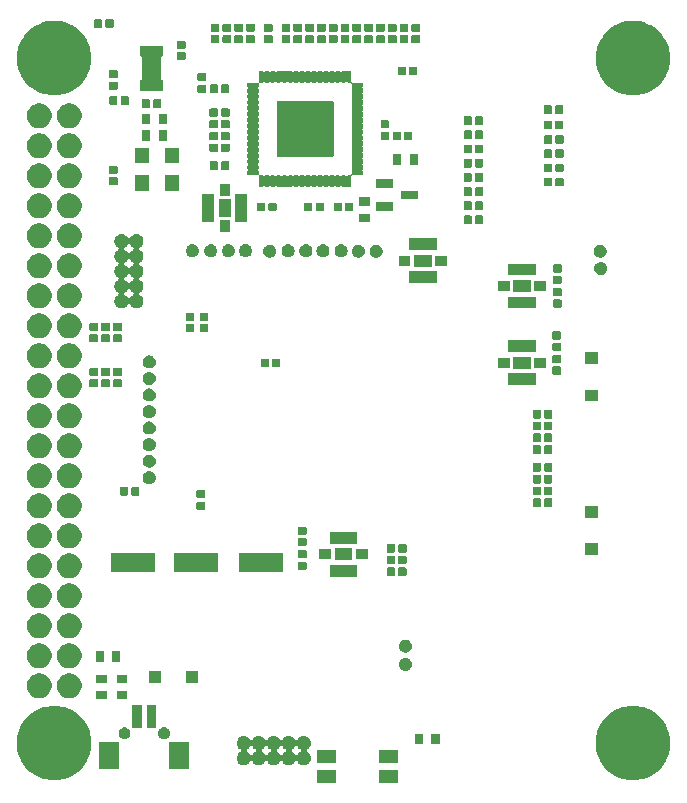
<source format=gbr>
G04 #@! TF.GenerationSoftware,KiCad,Pcbnew,5.1.5+dfsg1-2~bpo10+1*
G04 #@! TF.CreationDate,2020-02-19T22:44:21+01:00*
G04 #@! TF.ProjectId,gem-demo-board,67656d2d-6465-46d6-9f2d-626f6172642e,rev?*
G04 #@! TF.SameCoordinates,Original*
G04 #@! TF.FileFunction,Soldermask,Bot*
G04 #@! TF.FilePolarity,Negative*
%FSLAX46Y46*%
G04 Gerber Fmt 4.6, Leading zero omitted, Abs format (unit mm)*
G04 Created by KiCad (PCBNEW 5.1.5+dfsg1-2~bpo10+1) date 2020-02-19 22:44:21*
%MOMM*%
%LPD*%
G04 APERTURE LIST*
%ADD10C,0.100000*%
G04 APERTURE END LIST*
D10*
G36*
X60421000Y-95651000D02*
G01*
X58769000Y-95651000D01*
X58769000Y-94549000D01*
X60421000Y-94549000D01*
X60421000Y-95651000D01*
G37*
G36*
X55171000Y-95651000D02*
G01*
X53519000Y-95651000D01*
X53519000Y-94549000D01*
X55171000Y-94549000D01*
X55171000Y-95651000D01*
G37*
G36*
X81016191Y-89179727D02*
G01*
X81219113Y-89220091D01*
X81792558Y-89457620D01*
X82308645Y-89802459D01*
X82747541Y-90241355D01*
X83092380Y-90757442D01*
X83302148Y-91263865D01*
X83329909Y-91330888D01*
X83451000Y-91939652D01*
X83451000Y-92560348D01*
X83405993Y-92786612D01*
X83329909Y-93169113D01*
X83261322Y-93334696D01*
X83116096Y-93685304D01*
X83092380Y-93742558D01*
X82747541Y-94258645D01*
X82308645Y-94697541D01*
X81792558Y-95042380D01*
X81219113Y-95279909D01*
X81016191Y-95320273D01*
X80610348Y-95401000D01*
X79989652Y-95401000D01*
X79583809Y-95320273D01*
X79380887Y-95279909D01*
X78807442Y-95042380D01*
X78291355Y-94697541D01*
X77852459Y-94258645D01*
X77507620Y-93742558D01*
X77483905Y-93685304D01*
X77338678Y-93334696D01*
X77270091Y-93169113D01*
X77194007Y-92786612D01*
X77149000Y-92560348D01*
X77149000Y-91939652D01*
X77270091Y-91330888D01*
X77297853Y-91263865D01*
X77507620Y-90757442D01*
X77852459Y-90241355D01*
X78291355Y-89802459D01*
X78807442Y-89457620D01*
X79380887Y-89220091D01*
X79583809Y-89179727D01*
X79989652Y-89099000D01*
X80610348Y-89099000D01*
X81016191Y-89179727D01*
G37*
G36*
X32016191Y-89179727D02*
G01*
X32219113Y-89220091D01*
X32792558Y-89457620D01*
X33308645Y-89802459D01*
X33747541Y-90241355D01*
X34092380Y-90757442D01*
X34302148Y-91263865D01*
X34329909Y-91330888D01*
X34451000Y-91939652D01*
X34451000Y-92560348D01*
X34405993Y-92786612D01*
X34329909Y-93169113D01*
X34261322Y-93334696D01*
X34116096Y-93685304D01*
X34092380Y-93742558D01*
X33747541Y-94258645D01*
X33308645Y-94697541D01*
X32792558Y-95042380D01*
X32219113Y-95279909D01*
X32016191Y-95320273D01*
X31610348Y-95401000D01*
X30989652Y-95401000D01*
X30583809Y-95320273D01*
X30380887Y-95279909D01*
X29807442Y-95042380D01*
X29291355Y-94697541D01*
X28852459Y-94258645D01*
X28507620Y-93742558D01*
X28483905Y-93685304D01*
X28338678Y-93334696D01*
X28270091Y-93169113D01*
X28194007Y-92786612D01*
X28149000Y-92560348D01*
X28149000Y-91939652D01*
X28270091Y-91330888D01*
X28297853Y-91263865D01*
X28507620Y-90757442D01*
X28852459Y-90241355D01*
X29291355Y-89802459D01*
X29807442Y-89457620D01*
X30380887Y-89220091D01*
X30583809Y-89179727D01*
X30989652Y-89099000D01*
X31610348Y-89099000D01*
X32016191Y-89179727D01*
G37*
G36*
X42751000Y-94461000D02*
G01*
X41049000Y-94461000D01*
X41049000Y-92159000D01*
X42751000Y-92159000D01*
X42751000Y-94461000D01*
G37*
G36*
X36801000Y-94461000D02*
G01*
X35099000Y-94461000D01*
X35099000Y-92159000D01*
X36801000Y-92159000D01*
X36801000Y-94461000D01*
G37*
G36*
X47496601Y-91654397D02*
G01*
X47535305Y-91662096D01*
X47567340Y-91675365D01*
X47644680Y-91707400D01*
X47743115Y-91773173D01*
X47826828Y-91856886D01*
X47891067Y-91953026D01*
X47906613Y-91971968D01*
X47925555Y-91987513D01*
X47947165Y-91999064D01*
X47970614Y-92006177D01*
X47995000Y-92008579D01*
X48019386Y-92006177D01*
X48042835Y-91999064D01*
X48064446Y-91987513D01*
X48083388Y-91971967D01*
X48098933Y-91953026D01*
X48163172Y-91856886D01*
X48246885Y-91773173D01*
X48345320Y-91707400D01*
X48422660Y-91675365D01*
X48454695Y-91662096D01*
X48493399Y-91654397D01*
X48570805Y-91639000D01*
X48689195Y-91639000D01*
X48766601Y-91654397D01*
X48805305Y-91662096D01*
X48837340Y-91675365D01*
X48914680Y-91707400D01*
X49013115Y-91773173D01*
X49096828Y-91856886D01*
X49161067Y-91953026D01*
X49176613Y-91971968D01*
X49195555Y-91987513D01*
X49217165Y-91999064D01*
X49240614Y-92006177D01*
X49265000Y-92008579D01*
X49289386Y-92006177D01*
X49312835Y-91999064D01*
X49334446Y-91987513D01*
X49353388Y-91971967D01*
X49368933Y-91953026D01*
X49433172Y-91856886D01*
X49516885Y-91773173D01*
X49615320Y-91707400D01*
X49692660Y-91675365D01*
X49724695Y-91662096D01*
X49763399Y-91654397D01*
X49840805Y-91639000D01*
X49959195Y-91639000D01*
X50036601Y-91654397D01*
X50075305Y-91662096D01*
X50107340Y-91675365D01*
X50184680Y-91707400D01*
X50283115Y-91773173D01*
X50366828Y-91856886D01*
X50431067Y-91953026D01*
X50446613Y-91971968D01*
X50465555Y-91987513D01*
X50487165Y-91999064D01*
X50510614Y-92006177D01*
X50535000Y-92008579D01*
X50559386Y-92006177D01*
X50582835Y-91999064D01*
X50604446Y-91987513D01*
X50623388Y-91971967D01*
X50638933Y-91953026D01*
X50703172Y-91856886D01*
X50786885Y-91773173D01*
X50885320Y-91707400D01*
X50962660Y-91675365D01*
X50994695Y-91662096D01*
X51033399Y-91654397D01*
X51110805Y-91639000D01*
X51229195Y-91639000D01*
X51306601Y-91654397D01*
X51345305Y-91662096D01*
X51377340Y-91675365D01*
X51454680Y-91707400D01*
X51553115Y-91773173D01*
X51636828Y-91856886D01*
X51701067Y-91953026D01*
X51716613Y-91971968D01*
X51735555Y-91987513D01*
X51757165Y-91999064D01*
X51780614Y-92006177D01*
X51805000Y-92008579D01*
X51829386Y-92006177D01*
X51852835Y-91999064D01*
X51874446Y-91987513D01*
X51893388Y-91971967D01*
X51908933Y-91953026D01*
X51973172Y-91856886D01*
X52056885Y-91773173D01*
X52155320Y-91707400D01*
X52232660Y-91675365D01*
X52264695Y-91662096D01*
X52303399Y-91654397D01*
X52380805Y-91639000D01*
X52499195Y-91639000D01*
X52576601Y-91654397D01*
X52615305Y-91662096D01*
X52647340Y-91675365D01*
X52724680Y-91707400D01*
X52823115Y-91773173D01*
X52906827Y-91856885D01*
X52972600Y-91955320D01*
X53017904Y-92064696D01*
X53041000Y-92180805D01*
X53041000Y-92299195D01*
X53017904Y-92415304D01*
X52972600Y-92524680D01*
X52906827Y-92623115D01*
X52823114Y-92706828D01*
X52726974Y-92771067D01*
X52708032Y-92786613D01*
X52692487Y-92805555D01*
X52680936Y-92827165D01*
X52673823Y-92850614D01*
X52671421Y-92875000D01*
X52673823Y-92899386D01*
X52680936Y-92922835D01*
X52692487Y-92944446D01*
X52708033Y-92963388D01*
X52726974Y-92978933D01*
X52823114Y-93043172D01*
X52906827Y-93126885D01*
X52972600Y-93225320D01*
X53017904Y-93334696D01*
X53041000Y-93450805D01*
X53041000Y-93569195D01*
X53017904Y-93685304D01*
X52972600Y-93794680D01*
X52906827Y-93893115D01*
X52823115Y-93976827D01*
X52724680Y-94042600D01*
X52647340Y-94074635D01*
X52615305Y-94087904D01*
X52576601Y-94095603D01*
X52499195Y-94111000D01*
X52380805Y-94111000D01*
X52303399Y-94095603D01*
X52264695Y-94087904D01*
X52232660Y-94074635D01*
X52155320Y-94042600D01*
X52056885Y-93976827D01*
X51973172Y-93893114D01*
X51908933Y-93796974D01*
X51893387Y-93778032D01*
X51874445Y-93762487D01*
X51852835Y-93750936D01*
X51829386Y-93743823D01*
X51805000Y-93741421D01*
X51780614Y-93743823D01*
X51757165Y-93750936D01*
X51735554Y-93762487D01*
X51716612Y-93778033D01*
X51701067Y-93796974D01*
X51636828Y-93893114D01*
X51553115Y-93976827D01*
X51454680Y-94042600D01*
X51377340Y-94074635D01*
X51345305Y-94087904D01*
X51306601Y-94095603D01*
X51229195Y-94111000D01*
X51110805Y-94111000D01*
X51033399Y-94095603D01*
X50994695Y-94087904D01*
X50962660Y-94074635D01*
X50885320Y-94042600D01*
X50786885Y-93976827D01*
X50703172Y-93893114D01*
X50638933Y-93796974D01*
X50623387Y-93778032D01*
X50604445Y-93762487D01*
X50582835Y-93750936D01*
X50559386Y-93743823D01*
X50535000Y-93741421D01*
X50510614Y-93743823D01*
X50487165Y-93750936D01*
X50465554Y-93762487D01*
X50446612Y-93778033D01*
X50431067Y-93796974D01*
X50366828Y-93893114D01*
X50283115Y-93976827D01*
X50184680Y-94042600D01*
X50107340Y-94074635D01*
X50075305Y-94087904D01*
X50036601Y-94095603D01*
X49959195Y-94111000D01*
X49840805Y-94111000D01*
X49763399Y-94095603D01*
X49724695Y-94087904D01*
X49692660Y-94074635D01*
X49615320Y-94042600D01*
X49516885Y-93976827D01*
X49433172Y-93893114D01*
X49368933Y-93796974D01*
X49353387Y-93778032D01*
X49334445Y-93762487D01*
X49312835Y-93750936D01*
X49289386Y-93743823D01*
X49265000Y-93741421D01*
X49240614Y-93743823D01*
X49217165Y-93750936D01*
X49195554Y-93762487D01*
X49176612Y-93778033D01*
X49161067Y-93796974D01*
X49096828Y-93893114D01*
X49013115Y-93976827D01*
X48914680Y-94042600D01*
X48837340Y-94074635D01*
X48805305Y-94087904D01*
X48766601Y-94095603D01*
X48689195Y-94111000D01*
X48570805Y-94111000D01*
X48493399Y-94095603D01*
X48454695Y-94087904D01*
X48422660Y-94074635D01*
X48345320Y-94042600D01*
X48246885Y-93976827D01*
X48163172Y-93893114D01*
X48098933Y-93796974D01*
X48083387Y-93778032D01*
X48064445Y-93762487D01*
X48042835Y-93750936D01*
X48019386Y-93743823D01*
X47995000Y-93741421D01*
X47970614Y-93743823D01*
X47947165Y-93750936D01*
X47925554Y-93762487D01*
X47906612Y-93778033D01*
X47891067Y-93796974D01*
X47826828Y-93893114D01*
X47743115Y-93976827D01*
X47644680Y-94042600D01*
X47567340Y-94074635D01*
X47535305Y-94087904D01*
X47496601Y-94095603D01*
X47419195Y-94111000D01*
X47300805Y-94111000D01*
X47223399Y-94095603D01*
X47184695Y-94087904D01*
X47152660Y-94074635D01*
X47075320Y-94042600D01*
X46976885Y-93976827D01*
X46893173Y-93893115D01*
X46827400Y-93794680D01*
X46782096Y-93685304D01*
X46759000Y-93569195D01*
X46759000Y-93450805D01*
X46782096Y-93334696D01*
X46827400Y-93225320D01*
X46893173Y-93126885D01*
X46976886Y-93043172D01*
X47073026Y-92978933D01*
X47091968Y-92963387D01*
X47107513Y-92944445D01*
X47119064Y-92922835D01*
X47126177Y-92899386D01*
X47128579Y-92875000D01*
X47591421Y-92875000D01*
X47593823Y-92899386D01*
X47600936Y-92922835D01*
X47612487Y-92944446D01*
X47628033Y-92963388D01*
X47646974Y-92978933D01*
X47743114Y-93043172D01*
X47826828Y-93126886D01*
X47891067Y-93223026D01*
X47906613Y-93241968D01*
X47925555Y-93257513D01*
X47947165Y-93269064D01*
X47970614Y-93276177D01*
X47995000Y-93278579D01*
X48019386Y-93276177D01*
X48042835Y-93269064D01*
X48064446Y-93257513D01*
X48083388Y-93241967D01*
X48098933Y-93223026D01*
X48163172Y-93126886D01*
X48246886Y-93043172D01*
X48343026Y-92978933D01*
X48361968Y-92963387D01*
X48377513Y-92944445D01*
X48389064Y-92922835D01*
X48396177Y-92899386D01*
X48398579Y-92875000D01*
X48861421Y-92875000D01*
X48863823Y-92899386D01*
X48870936Y-92922835D01*
X48882487Y-92944446D01*
X48898033Y-92963388D01*
X48916974Y-92978933D01*
X49013114Y-93043172D01*
X49096828Y-93126886D01*
X49161067Y-93223026D01*
X49176613Y-93241968D01*
X49195555Y-93257513D01*
X49217165Y-93269064D01*
X49240614Y-93276177D01*
X49265000Y-93278579D01*
X49289386Y-93276177D01*
X49312835Y-93269064D01*
X49334446Y-93257513D01*
X49353388Y-93241967D01*
X49368933Y-93223026D01*
X49433172Y-93126886D01*
X49516886Y-93043172D01*
X49613026Y-92978933D01*
X49631968Y-92963387D01*
X49647513Y-92944445D01*
X49659064Y-92922835D01*
X49666177Y-92899386D01*
X49668579Y-92875000D01*
X50131421Y-92875000D01*
X50133823Y-92899386D01*
X50140936Y-92922835D01*
X50152487Y-92944446D01*
X50168033Y-92963388D01*
X50186974Y-92978933D01*
X50283114Y-93043172D01*
X50366828Y-93126886D01*
X50431067Y-93223026D01*
X50446613Y-93241968D01*
X50465555Y-93257513D01*
X50487165Y-93269064D01*
X50510614Y-93276177D01*
X50535000Y-93278579D01*
X50559386Y-93276177D01*
X50582835Y-93269064D01*
X50604446Y-93257513D01*
X50623388Y-93241967D01*
X50638933Y-93223026D01*
X50703172Y-93126886D01*
X50786886Y-93043172D01*
X50883026Y-92978933D01*
X50901968Y-92963387D01*
X50917513Y-92944445D01*
X50929064Y-92922835D01*
X50936177Y-92899386D01*
X50938579Y-92875000D01*
X51401421Y-92875000D01*
X51403823Y-92899386D01*
X51410936Y-92922835D01*
X51422487Y-92944446D01*
X51438033Y-92963388D01*
X51456974Y-92978933D01*
X51553114Y-93043172D01*
X51636828Y-93126886D01*
X51701067Y-93223026D01*
X51716613Y-93241968D01*
X51735555Y-93257513D01*
X51757165Y-93269064D01*
X51780614Y-93276177D01*
X51805000Y-93278579D01*
X51829386Y-93276177D01*
X51852835Y-93269064D01*
X51874446Y-93257513D01*
X51893388Y-93241967D01*
X51908933Y-93223026D01*
X51973172Y-93126886D01*
X52056886Y-93043172D01*
X52153026Y-92978933D01*
X52171968Y-92963387D01*
X52187513Y-92944445D01*
X52199064Y-92922835D01*
X52206177Y-92899386D01*
X52208579Y-92875000D01*
X52206177Y-92850614D01*
X52199064Y-92827165D01*
X52187513Y-92805554D01*
X52171967Y-92786612D01*
X52153026Y-92771067D01*
X52056886Y-92706828D01*
X51973172Y-92623114D01*
X51908933Y-92526974D01*
X51893387Y-92508032D01*
X51874445Y-92492487D01*
X51852835Y-92480936D01*
X51829386Y-92473823D01*
X51805000Y-92471421D01*
X51780614Y-92473823D01*
X51757165Y-92480936D01*
X51735554Y-92492487D01*
X51716612Y-92508033D01*
X51701067Y-92526974D01*
X51636828Y-92623114D01*
X51553114Y-92706828D01*
X51456974Y-92771067D01*
X51438032Y-92786613D01*
X51422487Y-92805555D01*
X51410936Y-92827165D01*
X51403823Y-92850614D01*
X51401421Y-92875000D01*
X50938579Y-92875000D01*
X50936177Y-92850614D01*
X50929064Y-92827165D01*
X50917513Y-92805554D01*
X50901967Y-92786612D01*
X50883026Y-92771067D01*
X50786886Y-92706828D01*
X50703172Y-92623114D01*
X50638933Y-92526974D01*
X50623387Y-92508032D01*
X50604445Y-92492487D01*
X50582835Y-92480936D01*
X50559386Y-92473823D01*
X50535000Y-92471421D01*
X50510614Y-92473823D01*
X50487165Y-92480936D01*
X50465554Y-92492487D01*
X50446612Y-92508033D01*
X50431067Y-92526974D01*
X50366828Y-92623114D01*
X50283114Y-92706828D01*
X50186974Y-92771067D01*
X50168032Y-92786613D01*
X50152487Y-92805555D01*
X50140936Y-92827165D01*
X50133823Y-92850614D01*
X50131421Y-92875000D01*
X49668579Y-92875000D01*
X49666177Y-92850614D01*
X49659064Y-92827165D01*
X49647513Y-92805554D01*
X49631967Y-92786612D01*
X49613026Y-92771067D01*
X49516886Y-92706828D01*
X49433172Y-92623114D01*
X49368933Y-92526974D01*
X49353387Y-92508032D01*
X49334445Y-92492487D01*
X49312835Y-92480936D01*
X49289386Y-92473823D01*
X49265000Y-92471421D01*
X49240614Y-92473823D01*
X49217165Y-92480936D01*
X49195554Y-92492487D01*
X49176612Y-92508033D01*
X49161067Y-92526974D01*
X49096828Y-92623114D01*
X49013114Y-92706828D01*
X48916974Y-92771067D01*
X48898032Y-92786613D01*
X48882487Y-92805555D01*
X48870936Y-92827165D01*
X48863823Y-92850614D01*
X48861421Y-92875000D01*
X48398579Y-92875000D01*
X48396177Y-92850614D01*
X48389064Y-92827165D01*
X48377513Y-92805554D01*
X48361967Y-92786612D01*
X48343026Y-92771067D01*
X48246886Y-92706828D01*
X48163172Y-92623114D01*
X48098933Y-92526974D01*
X48083387Y-92508032D01*
X48064445Y-92492487D01*
X48042835Y-92480936D01*
X48019386Y-92473823D01*
X47995000Y-92471421D01*
X47970614Y-92473823D01*
X47947165Y-92480936D01*
X47925554Y-92492487D01*
X47906612Y-92508033D01*
X47891067Y-92526974D01*
X47826828Y-92623114D01*
X47743114Y-92706828D01*
X47646974Y-92771067D01*
X47628032Y-92786613D01*
X47612487Y-92805555D01*
X47600936Y-92827165D01*
X47593823Y-92850614D01*
X47591421Y-92875000D01*
X47128579Y-92875000D01*
X47126177Y-92850614D01*
X47119064Y-92827165D01*
X47107513Y-92805554D01*
X47091967Y-92786612D01*
X47073026Y-92771067D01*
X46976886Y-92706828D01*
X46893173Y-92623115D01*
X46827400Y-92524680D01*
X46782096Y-92415304D01*
X46759000Y-92299195D01*
X46759000Y-92180805D01*
X46782096Y-92064696D01*
X46827400Y-91955320D01*
X46893173Y-91856885D01*
X46976885Y-91773173D01*
X47075320Y-91707400D01*
X47152660Y-91675365D01*
X47184695Y-91662096D01*
X47223399Y-91654397D01*
X47300805Y-91639000D01*
X47419195Y-91639000D01*
X47496601Y-91654397D01*
G37*
G36*
X55171000Y-93951000D02*
G01*
X53519000Y-93951000D01*
X53519000Y-92849000D01*
X55171000Y-92849000D01*
X55171000Y-93951000D01*
G37*
G36*
X60421000Y-93951000D02*
G01*
X58769000Y-93951000D01*
X58769000Y-92849000D01*
X60421000Y-92849000D01*
X60421000Y-93951000D01*
G37*
G36*
X62541000Y-92361000D02*
G01*
X61839000Y-92361000D01*
X61839000Y-91459000D01*
X62541000Y-91459000D01*
X62541000Y-92361000D01*
G37*
G36*
X63941000Y-92361000D02*
G01*
X63239000Y-92361000D01*
X63239000Y-91459000D01*
X63941000Y-91459000D01*
X63941000Y-92361000D01*
G37*
G36*
X37347740Y-90918626D02*
G01*
X37396136Y-90928253D01*
X37433902Y-90943896D01*
X37487311Y-90966019D01*
X37487312Y-90966020D01*
X37569369Y-91020848D01*
X37639152Y-91090631D01*
X37639153Y-91090633D01*
X37670068Y-91136901D01*
X37677178Y-91145565D01*
X37682459Y-91155445D01*
X37693981Y-91172689D01*
X37731747Y-91263865D01*
X37751000Y-91360655D01*
X37751000Y-91459345D01*
X37731747Y-91556135D01*
X37693981Y-91647311D01*
X37693980Y-91647312D01*
X37639152Y-91729369D01*
X37569369Y-91799152D01*
X37528062Y-91826752D01*
X37487311Y-91853981D01*
X37433902Y-91876104D01*
X37396136Y-91891747D01*
X37347740Y-91901374D01*
X37299345Y-91911000D01*
X37200655Y-91911000D01*
X37152260Y-91901374D01*
X37103864Y-91891747D01*
X37066098Y-91876104D01*
X37012689Y-91853981D01*
X36971938Y-91826752D01*
X36930631Y-91799152D01*
X36860848Y-91729369D01*
X36806020Y-91647312D01*
X36806019Y-91647311D01*
X36768253Y-91556135D01*
X36749000Y-91459345D01*
X36749000Y-91360655D01*
X36768253Y-91263865D01*
X36806019Y-91172689D01*
X36860847Y-91090633D01*
X36860848Y-91090631D01*
X36930631Y-91020848D01*
X37012688Y-90966020D01*
X37012689Y-90966019D01*
X37066098Y-90943896D01*
X37103864Y-90928253D01*
X37152260Y-90918626D01*
X37200655Y-90909000D01*
X37299345Y-90909000D01*
X37347740Y-90918626D01*
G37*
G36*
X40697740Y-90918626D02*
G01*
X40746136Y-90928253D01*
X40783902Y-90943896D01*
X40837311Y-90966019D01*
X40837312Y-90966020D01*
X40919369Y-91020848D01*
X40989152Y-91090631D01*
X40989153Y-91090633D01*
X41043981Y-91172689D01*
X41081747Y-91263865D01*
X41101000Y-91360655D01*
X41101000Y-91459345D01*
X41081747Y-91556135D01*
X41043981Y-91647311D01*
X41043980Y-91647312D01*
X40989152Y-91729369D01*
X40919369Y-91799152D01*
X40878062Y-91826752D01*
X40837311Y-91853981D01*
X40783902Y-91876104D01*
X40746136Y-91891747D01*
X40697740Y-91901374D01*
X40649345Y-91911000D01*
X40550655Y-91911000D01*
X40502260Y-91901374D01*
X40453864Y-91891747D01*
X40416098Y-91876104D01*
X40362689Y-91853981D01*
X40321938Y-91826752D01*
X40280631Y-91799152D01*
X40210848Y-91729369D01*
X40156020Y-91647312D01*
X40156019Y-91647311D01*
X40118253Y-91556135D01*
X40099000Y-91459345D01*
X40099000Y-91360655D01*
X40118253Y-91263865D01*
X40156019Y-91172689D01*
X40167541Y-91155445D01*
X40172822Y-91145565D01*
X40179932Y-91136901D01*
X40210847Y-91090633D01*
X40210848Y-91090631D01*
X40280631Y-91020848D01*
X40362688Y-90966020D01*
X40362689Y-90966019D01*
X40416098Y-90943896D01*
X40453864Y-90928253D01*
X40502260Y-90918626D01*
X40550655Y-90909000D01*
X40649345Y-90909000D01*
X40697740Y-90918626D01*
G37*
G36*
X38701000Y-90961000D02*
G01*
X37899000Y-90961000D01*
X37899000Y-89059000D01*
X38701000Y-89059000D01*
X38701000Y-90961000D01*
G37*
G36*
X39951000Y-90961000D02*
G01*
X39149000Y-90961000D01*
X39149000Y-89059000D01*
X39951000Y-89059000D01*
X39951000Y-90961000D01*
G37*
G36*
X37501000Y-88551000D02*
G01*
X36599000Y-88551000D01*
X36599000Y-87849000D01*
X37501000Y-87849000D01*
X37501000Y-88551000D01*
G37*
G36*
X35776000Y-88551000D02*
G01*
X34874000Y-88551000D01*
X34874000Y-87849000D01*
X35776000Y-87849000D01*
X35776000Y-88551000D01*
G37*
G36*
X32876564Y-86369389D02*
G01*
X33067833Y-86448615D01*
X33067835Y-86448616D01*
X33239973Y-86563635D01*
X33386365Y-86710027D01*
X33501385Y-86882167D01*
X33580611Y-87073436D01*
X33621000Y-87276484D01*
X33621000Y-87483516D01*
X33580611Y-87686564D01*
X33513328Y-87849000D01*
X33501384Y-87877835D01*
X33386365Y-88049973D01*
X33239973Y-88196365D01*
X33067835Y-88311384D01*
X33067834Y-88311385D01*
X33067833Y-88311385D01*
X32876564Y-88390611D01*
X32673516Y-88431000D01*
X32466484Y-88431000D01*
X32263436Y-88390611D01*
X32072167Y-88311385D01*
X32072166Y-88311385D01*
X32072165Y-88311384D01*
X31900027Y-88196365D01*
X31753635Y-88049973D01*
X31638616Y-87877835D01*
X31626672Y-87849000D01*
X31559389Y-87686564D01*
X31519000Y-87483516D01*
X31519000Y-87276484D01*
X31559389Y-87073436D01*
X31638615Y-86882167D01*
X31753635Y-86710027D01*
X31900027Y-86563635D01*
X32072165Y-86448616D01*
X32072167Y-86448615D01*
X32263436Y-86369389D01*
X32466484Y-86329000D01*
X32673516Y-86329000D01*
X32876564Y-86369389D01*
G37*
G36*
X30336564Y-86369389D02*
G01*
X30527833Y-86448615D01*
X30527835Y-86448616D01*
X30699973Y-86563635D01*
X30846365Y-86710027D01*
X30961385Y-86882167D01*
X31040611Y-87073436D01*
X31081000Y-87276484D01*
X31081000Y-87483516D01*
X31040611Y-87686564D01*
X30973328Y-87849000D01*
X30961384Y-87877835D01*
X30846365Y-88049973D01*
X30699973Y-88196365D01*
X30527835Y-88311384D01*
X30527834Y-88311385D01*
X30527833Y-88311385D01*
X30336564Y-88390611D01*
X30133516Y-88431000D01*
X29926484Y-88431000D01*
X29723436Y-88390611D01*
X29532167Y-88311385D01*
X29532166Y-88311385D01*
X29532165Y-88311384D01*
X29360027Y-88196365D01*
X29213635Y-88049973D01*
X29098616Y-87877835D01*
X29086672Y-87849000D01*
X29019389Y-87686564D01*
X28979000Y-87483516D01*
X28979000Y-87276484D01*
X29019389Y-87073436D01*
X29098615Y-86882167D01*
X29213635Y-86710027D01*
X29360027Y-86563635D01*
X29532165Y-86448616D01*
X29532167Y-86448615D01*
X29723436Y-86369389D01*
X29926484Y-86329000D01*
X30133516Y-86329000D01*
X30336564Y-86369389D01*
G37*
G36*
X43496000Y-87176000D02*
G01*
X42494000Y-87176000D01*
X42494000Y-86124000D01*
X43496000Y-86124000D01*
X43496000Y-87176000D01*
G37*
G36*
X40346000Y-87176000D02*
G01*
X39344000Y-87176000D01*
X39344000Y-86124000D01*
X40346000Y-86124000D01*
X40346000Y-87176000D01*
G37*
G36*
X37501000Y-87151000D02*
G01*
X36599000Y-87151000D01*
X36599000Y-86449000D01*
X37501000Y-86449000D01*
X37501000Y-87151000D01*
G37*
G36*
X35776000Y-87151000D02*
G01*
X34874000Y-87151000D01*
X34874000Y-86449000D01*
X35776000Y-86449000D01*
X35776000Y-87151000D01*
G37*
G36*
X61200721Y-85050174D02*
G01*
X61300995Y-85091709D01*
X61300996Y-85091710D01*
X61391242Y-85152010D01*
X61467990Y-85228758D01*
X61467991Y-85228760D01*
X61528291Y-85319005D01*
X61569826Y-85419279D01*
X61591000Y-85525730D01*
X61591000Y-85634270D01*
X61569826Y-85740721D01*
X61528291Y-85840995D01*
X61528290Y-85840996D01*
X61467990Y-85931242D01*
X61391242Y-86007990D01*
X61345812Y-86038345D01*
X61300995Y-86068291D01*
X61200721Y-86109826D01*
X61094270Y-86131000D01*
X60985730Y-86131000D01*
X60879279Y-86109826D01*
X60779005Y-86068291D01*
X60734188Y-86038345D01*
X60688758Y-86007990D01*
X60612010Y-85931242D01*
X60551710Y-85840996D01*
X60551709Y-85840995D01*
X60510174Y-85740721D01*
X60489000Y-85634270D01*
X60489000Y-85525730D01*
X60510174Y-85419279D01*
X60551709Y-85319005D01*
X60612009Y-85228760D01*
X60612010Y-85228758D01*
X60688758Y-85152010D01*
X60779004Y-85091710D01*
X60779005Y-85091709D01*
X60879279Y-85050174D01*
X60985730Y-85029000D01*
X61094270Y-85029000D01*
X61200721Y-85050174D01*
G37*
G36*
X32876564Y-83829389D02*
G01*
X33067833Y-83908615D01*
X33067835Y-83908616D01*
X33169475Y-83976530D01*
X33239973Y-84023635D01*
X33386365Y-84170027D01*
X33501385Y-84342167D01*
X33580611Y-84533436D01*
X33621000Y-84736484D01*
X33621000Y-84943516D01*
X33580611Y-85146564D01*
X33578355Y-85152010D01*
X33501384Y-85337835D01*
X33386365Y-85509973D01*
X33239973Y-85656365D01*
X33067835Y-85771384D01*
X33067834Y-85771385D01*
X33067833Y-85771385D01*
X32876564Y-85850611D01*
X32673516Y-85891000D01*
X32466484Y-85891000D01*
X32263436Y-85850611D01*
X32072167Y-85771385D01*
X32072166Y-85771385D01*
X32072165Y-85771384D01*
X31900027Y-85656365D01*
X31753635Y-85509973D01*
X31638616Y-85337835D01*
X31561645Y-85152010D01*
X31559389Y-85146564D01*
X31519000Y-84943516D01*
X31519000Y-84736484D01*
X31559389Y-84533436D01*
X31638615Y-84342167D01*
X31753635Y-84170027D01*
X31900027Y-84023635D01*
X31970525Y-83976530D01*
X32072165Y-83908616D01*
X32072167Y-83908615D01*
X32263436Y-83829389D01*
X32466484Y-83789000D01*
X32673516Y-83789000D01*
X32876564Y-83829389D01*
G37*
G36*
X30336564Y-83829389D02*
G01*
X30527833Y-83908615D01*
X30527835Y-83908616D01*
X30629475Y-83976530D01*
X30699973Y-84023635D01*
X30846365Y-84170027D01*
X30961385Y-84342167D01*
X31040611Y-84533436D01*
X31081000Y-84736484D01*
X31081000Y-84943516D01*
X31040611Y-85146564D01*
X31038355Y-85152010D01*
X30961384Y-85337835D01*
X30846365Y-85509973D01*
X30699973Y-85656365D01*
X30527835Y-85771384D01*
X30527834Y-85771385D01*
X30527833Y-85771385D01*
X30336564Y-85850611D01*
X30133516Y-85891000D01*
X29926484Y-85891000D01*
X29723436Y-85850611D01*
X29532167Y-85771385D01*
X29532166Y-85771385D01*
X29532165Y-85771384D01*
X29360027Y-85656365D01*
X29213635Y-85509973D01*
X29098616Y-85337835D01*
X29021645Y-85152010D01*
X29019389Y-85146564D01*
X28979000Y-84943516D01*
X28979000Y-84736484D01*
X29019389Y-84533436D01*
X29098615Y-84342167D01*
X29213635Y-84170027D01*
X29360027Y-84023635D01*
X29430525Y-83976530D01*
X29532165Y-83908616D01*
X29532167Y-83908615D01*
X29723436Y-83829389D01*
X29926484Y-83789000D01*
X30133516Y-83789000D01*
X30336564Y-83829389D01*
G37*
G36*
X35501000Y-85351000D02*
G01*
X34799000Y-85351000D01*
X34799000Y-84449000D01*
X35501000Y-84449000D01*
X35501000Y-85351000D01*
G37*
G36*
X36901000Y-85351000D02*
G01*
X36199000Y-85351000D01*
X36199000Y-84449000D01*
X36901000Y-84449000D01*
X36901000Y-85351000D01*
G37*
G36*
X61200721Y-83500974D02*
G01*
X61300995Y-83542509D01*
X61300996Y-83542510D01*
X61391242Y-83602810D01*
X61467990Y-83679558D01*
X61467991Y-83679560D01*
X61528291Y-83769805D01*
X61569826Y-83870079D01*
X61591000Y-83976530D01*
X61591000Y-84085070D01*
X61569826Y-84191521D01*
X61528291Y-84291795D01*
X61528290Y-84291796D01*
X61467990Y-84382042D01*
X61391242Y-84458790D01*
X61345812Y-84489145D01*
X61300995Y-84519091D01*
X61200721Y-84560626D01*
X61094270Y-84581800D01*
X60985730Y-84581800D01*
X60879279Y-84560626D01*
X60779005Y-84519091D01*
X60734188Y-84489145D01*
X60688758Y-84458790D01*
X60612010Y-84382042D01*
X60551710Y-84291796D01*
X60551709Y-84291795D01*
X60510174Y-84191521D01*
X60489000Y-84085070D01*
X60489000Y-83976530D01*
X60510174Y-83870079D01*
X60551709Y-83769805D01*
X60612009Y-83679560D01*
X60612010Y-83679558D01*
X60688758Y-83602810D01*
X60779004Y-83542510D01*
X60779005Y-83542509D01*
X60879279Y-83500974D01*
X60985730Y-83479800D01*
X61094270Y-83479800D01*
X61200721Y-83500974D01*
G37*
G36*
X32876564Y-81289389D02*
G01*
X33067833Y-81368615D01*
X33067835Y-81368616D01*
X33239973Y-81483635D01*
X33386365Y-81630027D01*
X33501385Y-81802167D01*
X33580611Y-81993436D01*
X33621000Y-82196484D01*
X33621000Y-82403516D01*
X33580611Y-82606564D01*
X33501385Y-82797833D01*
X33501384Y-82797835D01*
X33386365Y-82969973D01*
X33239973Y-83116365D01*
X33067835Y-83231384D01*
X33067834Y-83231385D01*
X33067833Y-83231385D01*
X32876564Y-83310611D01*
X32673516Y-83351000D01*
X32466484Y-83351000D01*
X32263436Y-83310611D01*
X32072167Y-83231385D01*
X32072166Y-83231385D01*
X32072165Y-83231384D01*
X31900027Y-83116365D01*
X31753635Y-82969973D01*
X31638616Y-82797835D01*
X31638615Y-82797833D01*
X31559389Y-82606564D01*
X31519000Y-82403516D01*
X31519000Y-82196484D01*
X31559389Y-81993436D01*
X31638615Y-81802167D01*
X31753635Y-81630027D01*
X31900027Y-81483635D01*
X32072165Y-81368616D01*
X32072167Y-81368615D01*
X32263436Y-81289389D01*
X32466484Y-81249000D01*
X32673516Y-81249000D01*
X32876564Y-81289389D01*
G37*
G36*
X30336564Y-81289389D02*
G01*
X30527833Y-81368615D01*
X30527835Y-81368616D01*
X30699973Y-81483635D01*
X30846365Y-81630027D01*
X30961385Y-81802167D01*
X31040611Y-81993436D01*
X31081000Y-82196484D01*
X31081000Y-82403516D01*
X31040611Y-82606564D01*
X30961385Y-82797833D01*
X30961384Y-82797835D01*
X30846365Y-82969973D01*
X30699973Y-83116365D01*
X30527835Y-83231384D01*
X30527834Y-83231385D01*
X30527833Y-83231385D01*
X30336564Y-83310611D01*
X30133516Y-83351000D01*
X29926484Y-83351000D01*
X29723436Y-83310611D01*
X29532167Y-83231385D01*
X29532166Y-83231385D01*
X29532165Y-83231384D01*
X29360027Y-83116365D01*
X29213635Y-82969973D01*
X29098616Y-82797835D01*
X29098615Y-82797833D01*
X29019389Y-82606564D01*
X28979000Y-82403516D01*
X28979000Y-82196484D01*
X29019389Y-81993436D01*
X29098615Y-81802167D01*
X29213635Y-81630027D01*
X29360027Y-81483635D01*
X29532165Y-81368616D01*
X29532167Y-81368615D01*
X29723436Y-81289389D01*
X29926484Y-81249000D01*
X30133516Y-81249000D01*
X30336564Y-81289389D01*
G37*
G36*
X32876564Y-78749389D02*
G01*
X33067833Y-78828615D01*
X33067835Y-78828616D01*
X33239973Y-78943635D01*
X33386365Y-79090027D01*
X33501385Y-79262167D01*
X33580611Y-79453436D01*
X33621000Y-79656484D01*
X33621000Y-79863516D01*
X33580611Y-80066564D01*
X33501385Y-80257833D01*
X33501384Y-80257835D01*
X33386365Y-80429973D01*
X33239973Y-80576365D01*
X33067835Y-80691384D01*
X33067834Y-80691385D01*
X33067833Y-80691385D01*
X32876564Y-80770611D01*
X32673516Y-80811000D01*
X32466484Y-80811000D01*
X32263436Y-80770611D01*
X32072167Y-80691385D01*
X32072166Y-80691385D01*
X32072165Y-80691384D01*
X31900027Y-80576365D01*
X31753635Y-80429973D01*
X31638616Y-80257835D01*
X31638615Y-80257833D01*
X31559389Y-80066564D01*
X31519000Y-79863516D01*
X31519000Y-79656484D01*
X31559389Y-79453436D01*
X31638615Y-79262167D01*
X31753635Y-79090027D01*
X31900027Y-78943635D01*
X32072165Y-78828616D01*
X32072167Y-78828615D01*
X32263436Y-78749389D01*
X32466484Y-78709000D01*
X32673516Y-78709000D01*
X32876564Y-78749389D01*
G37*
G36*
X30336564Y-78749389D02*
G01*
X30527833Y-78828615D01*
X30527835Y-78828616D01*
X30699973Y-78943635D01*
X30846365Y-79090027D01*
X30961385Y-79262167D01*
X31040611Y-79453436D01*
X31081000Y-79656484D01*
X31081000Y-79863516D01*
X31040611Y-80066564D01*
X30961385Y-80257833D01*
X30961384Y-80257835D01*
X30846365Y-80429973D01*
X30699973Y-80576365D01*
X30527835Y-80691384D01*
X30527834Y-80691385D01*
X30527833Y-80691385D01*
X30336564Y-80770611D01*
X30133516Y-80811000D01*
X29926484Y-80811000D01*
X29723436Y-80770611D01*
X29532167Y-80691385D01*
X29532166Y-80691385D01*
X29532165Y-80691384D01*
X29360027Y-80576365D01*
X29213635Y-80429973D01*
X29098616Y-80257835D01*
X29098615Y-80257833D01*
X29019389Y-80066564D01*
X28979000Y-79863516D01*
X28979000Y-79656484D01*
X29019389Y-79453436D01*
X29098615Y-79262167D01*
X29213635Y-79090027D01*
X29360027Y-78943635D01*
X29532165Y-78828616D01*
X29532167Y-78828615D01*
X29723436Y-78749389D01*
X29926484Y-78709000D01*
X30133516Y-78709000D01*
X30336564Y-78749389D01*
G37*
G36*
X32876564Y-76209389D02*
G01*
X33067833Y-76288615D01*
X33067835Y-76288616D01*
X33239973Y-76403635D01*
X33386365Y-76550027D01*
X33467197Y-76671000D01*
X33501385Y-76722167D01*
X33580611Y-76913436D01*
X33621000Y-77116484D01*
X33621000Y-77323516D01*
X33580611Y-77526564D01*
X33501385Y-77717833D01*
X33501384Y-77717835D01*
X33386365Y-77889973D01*
X33239973Y-78036365D01*
X33067835Y-78151384D01*
X33067834Y-78151385D01*
X33067833Y-78151385D01*
X32876564Y-78230611D01*
X32673516Y-78271000D01*
X32466484Y-78271000D01*
X32263436Y-78230611D01*
X32072167Y-78151385D01*
X32072166Y-78151385D01*
X32072165Y-78151384D01*
X31900027Y-78036365D01*
X31753635Y-77889973D01*
X31638616Y-77717835D01*
X31638615Y-77717833D01*
X31559389Y-77526564D01*
X31519000Y-77323516D01*
X31519000Y-77116484D01*
X31559389Y-76913436D01*
X31638615Y-76722167D01*
X31672804Y-76671000D01*
X31753635Y-76550027D01*
X31900027Y-76403635D01*
X32072165Y-76288616D01*
X32072167Y-76288615D01*
X32263436Y-76209389D01*
X32466484Y-76169000D01*
X32673516Y-76169000D01*
X32876564Y-76209389D01*
G37*
G36*
X30336564Y-76209389D02*
G01*
X30527833Y-76288615D01*
X30527835Y-76288616D01*
X30699973Y-76403635D01*
X30846365Y-76550027D01*
X30927197Y-76671000D01*
X30961385Y-76722167D01*
X31040611Y-76913436D01*
X31081000Y-77116484D01*
X31081000Y-77323516D01*
X31040611Y-77526564D01*
X30961385Y-77717833D01*
X30961384Y-77717835D01*
X30846365Y-77889973D01*
X30699973Y-78036365D01*
X30527835Y-78151384D01*
X30527834Y-78151385D01*
X30527833Y-78151385D01*
X30336564Y-78230611D01*
X30133516Y-78271000D01*
X29926484Y-78271000D01*
X29723436Y-78230611D01*
X29532167Y-78151385D01*
X29532166Y-78151385D01*
X29532165Y-78151384D01*
X29360027Y-78036365D01*
X29213635Y-77889973D01*
X29098616Y-77717835D01*
X29098615Y-77717833D01*
X29019389Y-77526564D01*
X28979000Y-77323516D01*
X28979000Y-77116484D01*
X29019389Y-76913436D01*
X29098615Y-76722167D01*
X29132804Y-76671000D01*
X29213635Y-76550027D01*
X29360027Y-76403635D01*
X29532165Y-76288616D01*
X29532167Y-76288615D01*
X29723436Y-76209389D01*
X29926484Y-76169000D01*
X30133516Y-76169000D01*
X30336564Y-76209389D01*
G37*
G36*
X56971000Y-78151000D02*
G01*
X54629000Y-78151000D01*
X54629000Y-77149000D01*
X56971000Y-77149000D01*
X56971000Y-78151000D01*
G37*
G36*
X61041938Y-77381716D02*
G01*
X61062557Y-77387971D01*
X61081553Y-77398124D01*
X61098208Y-77411792D01*
X61111876Y-77428447D01*
X61122029Y-77447443D01*
X61128284Y-77468062D01*
X61131000Y-77495640D01*
X61131000Y-78004360D01*
X61128284Y-78031938D01*
X61122029Y-78052557D01*
X61111876Y-78071553D01*
X61098208Y-78088208D01*
X61081553Y-78101876D01*
X61062557Y-78112029D01*
X61041938Y-78118284D01*
X61014360Y-78121000D01*
X60555640Y-78121000D01*
X60528062Y-78118284D01*
X60507443Y-78112029D01*
X60488447Y-78101876D01*
X60471792Y-78088208D01*
X60458124Y-78071553D01*
X60447971Y-78052557D01*
X60441716Y-78031938D01*
X60439000Y-78004360D01*
X60439000Y-77495640D01*
X60441716Y-77468062D01*
X60447971Y-77447443D01*
X60458124Y-77428447D01*
X60471792Y-77411792D01*
X60488447Y-77398124D01*
X60507443Y-77387971D01*
X60528062Y-77381716D01*
X60555640Y-77379000D01*
X61014360Y-77379000D01*
X61041938Y-77381716D01*
G37*
G36*
X60071938Y-77381716D02*
G01*
X60092557Y-77387971D01*
X60111553Y-77398124D01*
X60128208Y-77411792D01*
X60141876Y-77428447D01*
X60152029Y-77447443D01*
X60158284Y-77468062D01*
X60161000Y-77495640D01*
X60161000Y-78004360D01*
X60158284Y-78031938D01*
X60152029Y-78052557D01*
X60141876Y-78071553D01*
X60128208Y-78088208D01*
X60111553Y-78101876D01*
X60092557Y-78112029D01*
X60071938Y-78118284D01*
X60044360Y-78121000D01*
X59585640Y-78121000D01*
X59558062Y-78118284D01*
X59537443Y-78112029D01*
X59518447Y-78101876D01*
X59501792Y-78088208D01*
X59488124Y-78071553D01*
X59477971Y-78052557D01*
X59471716Y-78031938D01*
X59469000Y-78004360D01*
X59469000Y-77495640D01*
X59471716Y-77468062D01*
X59477971Y-77447443D01*
X59488124Y-77428447D01*
X59501792Y-77411792D01*
X59518447Y-77398124D01*
X59537443Y-77387971D01*
X59558062Y-77381716D01*
X59585640Y-77379000D01*
X60044360Y-77379000D01*
X60071938Y-77381716D01*
G37*
G36*
X50651000Y-77751000D02*
G01*
X46949000Y-77751000D01*
X46949000Y-76149000D01*
X50651000Y-76149000D01*
X50651000Y-77751000D01*
G37*
G36*
X45151000Y-77751000D02*
G01*
X41449000Y-77751000D01*
X41449000Y-76149000D01*
X45151000Y-76149000D01*
X45151000Y-77751000D01*
G37*
G36*
X39851000Y-77751000D02*
G01*
X36149000Y-77751000D01*
X36149000Y-76149000D01*
X39851000Y-76149000D01*
X39851000Y-77751000D01*
G37*
G36*
X52581938Y-76891716D02*
G01*
X52602557Y-76897971D01*
X52621553Y-76908124D01*
X52638208Y-76921792D01*
X52651876Y-76938447D01*
X52662029Y-76957443D01*
X52668284Y-76978062D01*
X52671000Y-77005640D01*
X52671000Y-77464360D01*
X52668284Y-77491938D01*
X52662029Y-77512557D01*
X52651876Y-77531553D01*
X52638208Y-77548208D01*
X52621553Y-77561876D01*
X52602557Y-77572029D01*
X52581938Y-77578284D01*
X52554360Y-77581000D01*
X52045640Y-77581000D01*
X52018062Y-77578284D01*
X51997443Y-77572029D01*
X51978447Y-77561876D01*
X51961792Y-77548208D01*
X51948124Y-77531553D01*
X51937971Y-77512557D01*
X51931716Y-77491938D01*
X51929000Y-77464360D01*
X51929000Y-77005640D01*
X51931716Y-76978062D01*
X51937971Y-76957443D01*
X51948124Y-76938447D01*
X51961792Y-76921792D01*
X51978447Y-76908124D01*
X51997443Y-76897971D01*
X52018062Y-76891716D01*
X52045640Y-76889000D01*
X52554360Y-76889000D01*
X52581938Y-76891716D01*
G37*
G36*
X61041938Y-76381716D02*
G01*
X61062557Y-76387971D01*
X61081553Y-76398124D01*
X61098208Y-76411792D01*
X61111876Y-76428447D01*
X61122029Y-76447443D01*
X61128284Y-76468062D01*
X61131000Y-76495640D01*
X61131000Y-77004360D01*
X61128284Y-77031938D01*
X61122029Y-77052557D01*
X61111876Y-77071553D01*
X61098208Y-77088208D01*
X61081553Y-77101876D01*
X61062557Y-77112029D01*
X61041938Y-77118284D01*
X61014360Y-77121000D01*
X60555640Y-77121000D01*
X60528062Y-77118284D01*
X60507443Y-77112029D01*
X60488447Y-77101876D01*
X60471792Y-77088208D01*
X60458124Y-77071553D01*
X60447971Y-77052557D01*
X60441716Y-77031938D01*
X60439000Y-77004360D01*
X60439000Y-76495640D01*
X60441716Y-76468062D01*
X60447971Y-76447443D01*
X60458124Y-76428447D01*
X60471792Y-76411792D01*
X60488447Y-76398124D01*
X60507443Y-76387971D01*
X60528062Y-76381716D01*
X60555640Y-76379000D01*
X61014360Y-76379000D01*
X61041938Y-76381716D01*
G37*
G36*
X60071938Y-76381716D02*
G01*
X60092557Y-76387971D01*
X60111553Y-76398124D01*
X60128208Y-76411792D01*
X60141876Y-76428447D01*
X60152029Y-76447443D01*
X60158284Y-76468062D01*
X60161000Y-76495640D01*
X60161000Y-77004360D01*
X60158284Y-77031938D01*
X60152029Y-77052557D01*
X60141876Y-77071553D01*
X60128208Y-77088208D01*
X60111553Y-77101876D01*
X60092557Y-77112029D01*
X60071938Y-77118284D01*
X60044360Y-77121000D01*
X59585640Y-77121000D01*
X59558062Y-77118284D01*
X59537443Y-77112029D01*
X59518447Y-77101876D01*
X59501792Y-77088208D01*
X59488124Y-77071553D01*
X59477971Y-77052557D01*
X59471716Y-77031938D01*
X59469000Y-77004360D01*
X59469000Y-76495640D01*
X59471716Y-76468062D01*
X59477971Y-76447443D01*
X59488124Y-76428447D01*
X59501792Y-76411792D01*
X59518447Y-76398124D01*
X59537443Y-76387971D01*
X59558062Y-76381716D01*
X59585640Y-76379000D01*
X60044360Y-76379000D01*
X60071938Y-76381716D01*
G37*
G36*
X56551000Y-76751000D02*
G01*
X55049000Y-76751000D01*
X55049000Y-75749000D01*
X56551000Y-75749000D01*
X56551000Y-76751000D01*
G37*
G36*
X57851000Y-76671000D02*
G01*
X56849000Y-76671000D01*
X56849000Y-75829000D01*
X57851000Y-75829000D01*
X57851000Y-76671000D01*
G37*
G36*
X54751000Y-76671000D02*
G01*
X53749000Y-76671000D01*
X53749000Y-75829000D01*
X54751000Y-75829000D01*
X54751000Y-76671000D01*
G37*
G36*
X52581938Y-75921716D02*
G01*
X52602557Y-75927971D01*
X52621553Y-75938124D01*
X52638208Y-75951792D01*
X52651876Y-75968447D01*
X52662029Y-75987443D01*
X52668284Y-76008062D01*
X52671000Y-76035640D01*
X52671000Y-76494360D01*
X52668284Y-76521938D01*
X52662029Y-76542557D01*
X52651876Y-76561553D01*
X52638208Y-76578208D01*
X52621553Y-76591876D01*
X52602557Y-76602029D01*
X52581938Y-76608284D01*
X52554360Y-76611000D01*
X52045640Y-76611000D01*
X52018062Y-76608284D01*
X51997443Y-76602029D01*
X51978447Y-76591876D01*
X51961792Y-76578208D01*
X51948124Y-76561553D01*
X51937971Y-76542557D01*
X51931716Y-76521938D01*
X51929000Y-76494360D01*
X51929000Y-76035640D01*
X51931716Y-76008062D01*
X51937971Y-75987443D01*
X51948124Y-75968447D01*
X51961792Y-75951792D01*
X51978447Y-75938124D01*
X51997443Y-75927971D01*
X52018062Y-75921716D01*
X52045640Y-75919000D01*
X52554360Y-75919000D01*
X52581938Y-75921716D01*
G37*
G36*
X77326000Y-76326000D02*
G01*
X76274000Y-76326000D01*
X76274000Y-75324000D01*
X77326000Y-75324000D01*
X77326000Y-76326000D01*
G37*
G36*
X60071938Y-75381716D02*
G01*
X60092557Y-75387971D01*
X60111553Y-75398124D01*
X60128208Y-75411792D01*
X60141876Y-75428447D01*
X60152029Y-75447443D01*
X60158284Y-75468062D01*
X60161000Y-75495640D01*
X60161000Y-76004360D01*
X60158284Y-76031938D01*
X60152029Y-76052557D01*
X60141876Y-76071553D01*
X60128208Y-76088208D01*
X60111553Y-76101876D01*
X60092557Y-76112029D01*
X60071938Y-76118284D01*
X60044360Y-76121000D01*
X59585640Y-76121000D01*
X59558062Y-76118284D01*
X59537443Y-76112029D01*
X59518447Y-76101876D01*
X59501792Y-76088208D01*
X59488124Y-76071553D01*
X59477971Y-76052557D01*
X59471716Y-76031938D01*
X59469000Y-76004360D01*
X59469000Y-75495640D01*
X59471716Y-75468062D01*
X59477971Y-75447443D01*
X59488124Y-75428447D01*
X59501792Y-75411792D01*
X59518447Y-75398124D01*
X59537443Y-75387971D01*
X59558062Y-75381716D01*
X59585640Y-75379000D01*
X60044360Y-75379000D01*
X60071938Y-75381716D01*
G37*
G36*
X61041938Y-75381716D02*
G01*
X61062557Y-75387971D01*
X61081553Y-75398124D01*
X61098208Y-75411792D01*
X61111876Y-75428447D01*
X61122029Y-75447443D01*
X61128284Y-75468062D01*
X61131000Y-75495640D01*
X61131000Y-76004360D01*
X61128284Y-76031938D01*
X61122029Y-76052557D01*
X61111876Y-76071553D01*
X61098208Y-76088208D01*
X61081553Y-76101876D01*
X61062557Y-76112029D01*
X61041938Y-76118284D01*
X61014360Y-76121000D01*
X60555640Y-76121000D01*
X60528062Y-76118284D01*
X60507443Y-76112029D01*
X60488447Y-76101876D01*
X60471792Y-76088208D01*
X60458124Y-76071553D01*
X60447971Y-76052557D01*
X60441716Y-76031938D01*
X60439000Y-76004360D01*
X60439000Y-75495640D01*
X60441716Y-75468062D01*
X60447971Y-75447443D01*
X60458124Y-75428447D01*
X60471792Y-75411792D01*
X60488447Y-75398124D01*
X60507443Y-75387971D01*
X60528062Y-75381716D01*
X60555640Y-75379000D01*
X61014360Y-75379000D01*
X61041938Y-75381716D01*
G37*
G36*
X30336564Y-73669389D02*
G01*
X30527833Y-73748615D01*
X30527835Y-73748616D01*
X30699973Y-73863635D01*
X30846365Y-74010027D01*
X30901138Y-74092000D01*
X30961385Y-74182167D01*
X31040611Y-74373436D01*
X31081000Y-74576484D01*
X31081000Y-74783516D01*
X31040611Y-74986564D01*
X31009364Y-75062000D01*
X30961384Y-75177835D01*
X30846365Y-75349973D01*
X30699973Y-75496365D01*
X30527835Y-75611384D01*
X30527834Y-75611385D01*
X30527833Y-75611385D01*
X30336564Y-75690611D01*
X30133516Y-75731000D01*
X29926484Y-75731000D01*
X29723436Y-75690611D01*
X29532167Y-75611385D01*
X29532166Y-75611385D01*
X29532165Y-75611384D01*
X29360027Y-75496365D01*
X29213635Y-75349973D01*
X29098616Y-75177835D01*
X29050636Y-75062000D01*
X29019389Y-74986564D01*
X28979000Y-74783516D01*
X28979000Y-74576484D01*
X29019389Y-74373436D01*
X29098615Y-74182167D01*
X29158863Y-74092000D01*
X29213635Y-74010027D01*
X29360027Y-73863635D01*
X29532165Y-73748616D01*
X29532167Y-73748615D01*
X29723436Y-73669389D01*
X29926484Y-73629000D01*
X30133516Y-73629000D01*
X30336564Y-73669389D01*
G37*
G36*
X32876564Y-73669389D02*
G01*
X33067833Y-73748615D01*
X33067835Y-73748616D01*
X33239973Y-73863635D01*
X33386365Y-74010027D01*
X33441138Y-74092000D01*
X33501385Y-74182167D01*
X33580611Y-74373436D01*
X33621000Y-74576484D01*
X33621000Y-74783516D01*
X33580611Y-74986564D01*
X33549364Y-75062000D01*
X33501384Y-75177835D01*
X33386365Y-75349973D01*
X33239973Y-75496365D01*
X33067835Y-75611384D01*
X33067834Y-75611385D01*
X33067833Y-75611385D01*
X32876564Y-75690611D01*
X32673516Y-75731000D01*
X32466484Y-75731000D01*
X32263436Y-75690611D01*
X32072167Y-75611385D01*
X32072166Y-75611385D01*
X32072165Y-75611384D01*
X31900027Y-75496365D01*
X31753635Y-75349973D01*
X31638616Y-75177835D01*
X31590636Y-75062000D01*
X31559389Y-74986564D01*
X31519000Y-74783516D01*
X31519000Y-74576484D01*
X31559389Y-74373436D01*
X31638615Y-74182167D01*
X31698863Y-74092000D01*
X31753635Y-74010027D01*
X31900027Y-73863635D01*
X32072165Y-73748616D01*
X32072167Y-73748615D01*
X32263436Y-73669389D01*
X32466484Y-73629000D01*
X32673516Y-73629000D01*
X32876564Y-73669389D01*
G37*
G36*
X52581938Y-74891716D02*
G01*
X52602557Y-74897971D01*
X52621553Y-74908124D01*
X52638208Y-74921792D01*
X52651876Y-74938447D01*
X52662029Y-74957443D01*
X52668284Y-74978062D01*
X52671000Y-75005640D01*
X52671000Y-75464360D01*
X52668284Y-75491938D01*
X52662029Y-75512557D01*
X52651876Y-75531553D01*
X52638208Y-75548208D01*
X52621553Y-75561876D01*
X52602557Y-75572029D01*
X52581938Y-75578284D01*
X52554360Y-75581000D01*
X52045640Y-75581000D01*
X52018062Y-75578284D01*
X51997443Y-75572029D01*
X51978447Y-75561876D01*
X51961792Y-75548208D01*
X51948124Y-75531553D01*
X51937971Y-75512557D01*
X51931716Y-75491938D01*
X51929000Y-75464360D01*
X51929000Y-75005640D01*
X51931716Y-74978062D01*
X51937971Y-74957443D01*
X51948124Y-74938447D01*
X51961792Y-74921792D01*
X51978447Y-74908124D01*
X51997443Y-74897971D01*
X52018062Y-74891716D01*
X52045640Y-74889000D01*
X52554360Y-74889000D01*
X52581938Y-74891716D01*
G37*
G36*
X56971000Y-75351000D02*
G01*
X54629000Y-75351000D01*
X54629000Y-74349000D01*
X56971000Y-74349000D01*
X56971000Y-75351000D01*
G37*
G36*
X52581938Y-73921716D02*
G01*
X52602557Y-73927971D01*
X52621553Y-73938124D01*
X52638208Y-73951792D01*
X52651876Y-73968447D01*
X52662029Y-73987443D01*
X52668284Y-74008062D01*
X52671000Y-74035640D01*
X52671000Y-74494360D01*
X52668284Y-74521938D01*
X52662029Y-74542557D01*
X52651876Y-74561553D01*
X52638208Y-74578208D01*
X52621553Y-74591876D01*
X52602557Y-74602029D01*
X52581938Y-74608284D01*
X52554360Y-74611000D01*
X52045640Y-74611000D01*
X52018062Y-74608284D01*
X51997443Y-74602029D01*
X51978447Y-74591876D01*
X51961792Y-74578208D01*
X51948124Y-74561553D01*
X51937971Y-74542557D01*
X51931716Y-74521938D01*
X51929000Y-74494360D01*
X51929000Y-74035640D01*
X51931716Y-74008062D01*
X51937971Y-73987443D01*
X51948124Y-73968447D01*
X51961792Y-73951792D01*
X51978447Y-73938124D01*
X51997443Y-73927971D01*
X52018062Y-73921716D01*
X52045640Y-73919000D01*
X52554360Y-73919000D01*
X52581938Y-73921716D01*
G37*
G36*
X30336564Y-71129389D02*
G01*
X30527833Y-71208615D01*
X30527835Y-71208616D01*
X30699973Y-71323635D01*
X30846365Y-71470027D01*
X30931502Y-71597443D01*
X30961385Y-71642167D01*
X31040611Y-71833436D01*
X31081000Y-72036484D01*
X31081000Y-72243516D01*
X31040611Y-72446564D01*
X31023330Y-72488284D01*
X30961384Y-72637835D01*
X30846365Y-72809973D01*
X30699973Y-72956365D01*
X30527835Y-73071384D01*
X30527834Y-73071385D01*
X30527833Y-73071385D01*
X30336564Y-73150611D01*
X30133516Y-73191000D01*
X29926484Y-73191000D01*
X29723436Y-73150611D01*
X29532167Y-73071385D01*
X29532166Y-73071385D01*
X29532165Y-73071384D01*
X29360027Y-72956365D01*
X29213635Y-72809973D01*
X29098616Y-72637835D01*
X29036670Y-72488284D01*
X29019389Y-72446564D01*
X28979000Y-72243516D01*
X28979000Y-72036484D01*
X29019389Y-71833436D01*
X29098615Y-71642167D01*
X29128499Y-71597443D01*
X29213635Y-71470027D01*
X29360027Y-71323635D01*
X29532165Y-71208616D01*
X29532167Y-71208615D01*
X29723436Y-71129389D01*
X29926484Y-71089000D01*
X30133516Y-71089000D01*
X30336564Y-71129389D01*
G37*
G36*
X32876564Y-71129389D02*
G01*
X33067833Y-71208615D01*
X33067835Y-71208616D01*
X33239973Y-71323635D01*
X33386365Y-71470027D01*
X33471502Y-71597443D01*
X33501385Y-71642167D01*
X33580611Y-71833436D01*
X33621000Y-72036484D01*
X33621000Y-72243516D01*
X33580611Y-72446564D01*
X33563330Y-72488284D01*
X33501384Y-72637835D01*
X33386365Y-72809973D01*
X33239973Y-72956365D01*
X33067835Y-73071384D01*
X33067834Y-73071385D01*
X33067833Y-73071385D01*
X32876564Y-73150611D01*
X32673516Y-73191000D01*
X32466484Y-73191000D01*
X32263436Y-73150611D01*
X32072167Y-73071385D01*
X32072166Y-73071385D01*
X32072165Y-73071384D01*
X31900027Y-72956365D01*
X31753635Y-72809973D01*
X31638616Y-72637835D01*
X31576670Y-72488284D01*
X31559389Y-72446564D01*
X31519000Y-72243516D01*
X31519000Y-72036484D01*
X31559389Y-71833436D01*
X31638615Y-71642167D01*
X31668499Y-71597443D01*
X31753635Y-71470027D01*
X31900027Y-71323635D01*
X32072165Y-71208616D01*
X32072167Y-71208615D01*
X32263436Y-71129389D01*
X32466484Y-71089000D01*
X32673516Y-71089000D01*
X32876564Y-71129389D01*
G37*
G36*
X77326000Y-73176000D02*
G01*
X76274000Y-73176000D01*
X76274000Y-72174000D01*
X77326000Y-72174000D01*
X77326000Y-73176000D01*
G37*
G36*
X44001938Y-71801716D02*
G01*
X44022557Y-71807971D01*
X44041553Y-71818124D01*
X44058208Y-71831792D01*
X44071876Y-71848447D01*
X44082029Y-71867443D01*
X44088284Y-71888062D01*
X44091000Y-71915640D01*
X44091000Y-72374360D01*
X44088284Y-72401938D01*
X44082029Y-72422557D01*
X44071876Y-72441553D01*
X44058208Y-72458208D01*
X44041553Y-72471876D01*
X44022557Y-72482029D01*
X44001938Y-72488284D01*
X43974360Y-72491000D01*
X43465640Y-72491000D01*
X43438062Y-72488284D01*
X43417443Y-72482029D01*
X43398447Y-72471876D01*
X43381792Y-72458208D01*
X43368124Y-72441553D01*
X43357971Y-72422557D01*
X43351716Y-72401938D01*
X43349000Y-72374360D01*
X43349000Y-71915640D01*
X43351716Y-71888062D01*
X43357971Y-71867443D01*
X43368124Y-71848447D01*
X43381792Y-71831792D01*
X43398447Y-71818124D01*
X43417443Y-71807971D01*
X43438062Y-71801716D01*
X43465640Y-71799000D01*
X43974360Y-71799000D01*
X44001938Y-71801716D01*
G37*
G36*
X72421938Y-71531716D02*
G01*
X72442557Y-71537971D01*
X72461553Y-71548124D01*
X72478208Y-71561792D01*
X72491876Y-71578447D01*
X72502029Y-71597443D01*
X72508284Y-71618062D01*
X72511000Y-71645640D01*
X72511000Y-72154360D01*
X72508284Y-72181938D01*
X72502029Y-72202557D01*
X72491876Y-72221553D01*
X72478208Y-72238208D01*
X72461553Y-72251876D01*
X72442557Y-72262029D01*
X72421938Y-72268284D01*
X72394360Y-72271000D01*
X71935640Y-72271000D01*
X71908062Y-72268284D01*
X71887443Y-72262029D01*
X71868447Y-72251876D01*
X71851792Y-72238208D01*
X71838124Y-72221553D01*
X71827971Y-72202557D01*
X71821716Y-72181938D01*
X71819000Y-72154360D01*
X71819000Y-71645640D01*
X71821716Y-71618062D01*
X71827971Y-71597443D01*
X71838124Y-71578447D01*
X71851792Y-71561792D01*
X71868447Y-71548124D01*
X71887443Y-71537971D01*
X71908062Y-71531716D01*
X71935640Y-71529000D01*
X72394360Y-71529000D01*
X72421938Y-71531716D01*
G37*
G36*
X73391938Y-71531716D02*
G01*
X73412557Y-71537971D01*
X73431553Y-71548124D01*
X73448208Y-71561792D01*
X73461876Y-71578447D01*
X73472029Y-71597443D01*
X73478284Y-71618062D01*
X73481000Y-71645640D01*
X73481000Y-72154360D01*
X73478284Y-72181938D01*
X73472029Y-72202557D01*
X73461876Y-72221553D01*
X73448208Y-72238208D01*
X73431553Y-72251876D01*
X73412557Y-72262029D01*
X73391938Y-72268284D01*
X73364360Y-72271000D01*
X72905640Y-72271000D01*
X72878062Y-72268284D01*
X72857443Y-72262029D01*
X72838447Y-72251876D01*
X72821792Y-72238208D01*
X72808124Y-72221553D01*
X72797971Y-72202557D01*
X72791716Y-72181938D01*
X72789000Y-72154360D01*
X72789000Y-71645640D01*
X72791716Y-71618062D01*
X72797971Y-71597443D01*
X72808124Y-71578447D01*
X72821792Y-71561792D01*
X72838447Y-71548124D01*
X72857443Y-71537971D01*
X72878062Y-71531716D01*
X72905640Y-71529000D01*
X73364360Y-71529000D01*
X73391938Y-71531716D01*
G37*
G36*
X44001938Y-70831716D02*
G01*
X44022557Y-70837971D01*
X44041553Y-70848124D01*
X44058208Y-70861792D01*
X44071876Y-70878447D01*
X44082029Y-70897443D01*
X44088284Y-70918062D01*
X44091000Y-70945640D01*
X44091000Y-71404360D01*
X44088284Y-71431938D01*
X44082029Y-71452557D01*
X44071876Y-71471553D01*
X44058208Y-71488208D01*
X44041553Y-71501876D01*
X44022557Y-71512029D01*
X44001938Y-71518284D01*
X43974360Y-71521000D01*
X43465640Y-71521000D01*
X43438062Y-71518284D01*
X43417443Y-71512029D01*
X43398447Y-71501876D01*
X43381792Y-71488208D01*
X43368124Y-71471553D01*
X43357971Y-71452557D01*
X43351716Y-71431938D01*
X43349000Y-71404360D01*
X43349000Y-70945640D01*
X43351716Y-70918062D01*
X43357971Y-70897443D01*
X43368124Y-70878447D01*
X43381792Y-70861792D01*
X43398447Y-70848124D01*
X43417443Y-70837971D01*
X43438062Y-70831716D01*
X43465640Y-70829000D01*
X43974360Y-70829000D01*
X44001938Y-70831716D01*
G37*
G36*
X37461938Y-70551716D02*
G01*
X37482557Y-70557971D01*
X37501553Y-70568124D01*
X37518208Y-70581792D01*
X37531876Y-70598447D01*
X37542029Y-70617443D01*
X37548284Y-70638062D01*
X37551000Y-70665640D01*
X37551000Y-71174360D01*
X37548284Y-71201938D01*
X37542029Y-71222557D01*
X37531876Y-71241553D01*
X37518208Y-71258208D01*
X37501553Y-71271876D01*
X37482557Y-71282029D01*
X37461938Y-71288284D01*
X37434360Y-71291000D01*
X36975640Y-71291000D01*
X36948062Y-71288284D01*
X36927443Y-71282029D01*
X36908447Y-71271876D01*
X36891792Y-71258208D01*
X36878124Y-71241553D01*
X36867971Y-71222557D01*
X36861716Y-71201938D01*
X36859000Y-71174360D01*
X36859000Y-70665640D01*
X36861716Y-70638062D01*
X36867971Y-70617443D01*
X36878124Y-70598447D01*
X36891792Y-70581792D01*
X36908447Y-70568124D01*
X36927443Y-70557971D01*
X36948062Y-70551716D01*
X36975640Y-70549000D01*
X37434360Y-70549000D01*
X37461938Y-70551716D01*
G37*
G36*
X38431938Y-70551716D02*
G01*
X38452557Y-70557971D01*
X38471553Y-70568124D01*
X38488208Y-70581792D01*
X38501876Y-70598447D01*
X38512029Y-70617443D01*
X38518284Y-70638062D01*
X38521000Y-70665640D01*
X38521000Y-71174360D01*
X38518284Y-71201938D01*
X38512029Y-71222557D01*
X38501876Y-71241553D01*
X38488208Y-71258208D01*
X38471553Y-71271876D01*
X38452557Y-71282029D01*
X38431938Y-71288284D01*
X38404360Y-71291000D01*
X37945640Y-71291000D01*
X37918062Y-71288284D01*
X37897443Y-71282029D01*
X37878447Y-71271876D01*
X37861792Y-71258208D01*
X37848124Y-71241553D01*
X37837971Y-71222557D01*
X37831716Y-71201938D01*
X37829000Y-71174360D01*
X37829000Y-70665640D01*
X37831716Y-70638062D01*
X37837971Y-70617443D01*
X37848124Y-70598447D01*
X37861792Y-70581792D01*
X37878447Y-70568124D01*
X37897443Y-70557971D01*
X37918062Y-70551716D01*
X37945640Y-70549000D01*
X38404360Y-70549000D01*
X38431938Y-70551716D01*
G37*
G36*
X73391938Y-70531716D02*
G01*
X73412557Y-70537971D01*
X73431553Y-70548124D01*
X73448208Y-70561792D01*
X73461876Y-70578447D01*
X73472029Y-70597443D01*
X73478284Y-70618062D01*
X73481000Y-70645640D01*
X73481000Y-71154360D01*
X73478284Y-71181938D01*
X73472029Y-71202557D01*
X73461876Y-71221553D01*
X73448208Y-71238208D01*
X73431553Y-71251876D01*
X73412557Y-71262029D01*
X73391938Y-71268284D01*
X73364360Y-71271000D01*
X72905640Y-71271000D01*
X72878062Y-71268284D01*
X72857443Y-71262029D01*
X72838447Y-71251876D01*
X72821792Y-71238208D01*
X72808124Y-71221553D01*
X72797971Y-71202557D01*
X72791716Y-71181938D01*
X72789000Y-71154360D01*
X72789000Y-70645640D01*
X72791716Y-70618062D01*
X72797971Y-70597443D01*
X72808124Y-70578447D01*
X72821792Y-70561792D01*
X72838447Y-70548124D01*
X72857443Y-70537971D01*
X72878062Y-70531716D01*
X72905640Y-70529000D01*
X73364360Y-70529000D01*
X73391938Y-70531716D01*
G37*
G36*
X72421938Y-70531716D02*
G01*
X72442557Y-70537971D01*
X72461553Y-70548124D01*
X72478208Y-70561792D01*
X72491876Y-70578447D01*
X72502029Y-70597443D01*
X72508284Y-70618062D01*
X72511000Y-70645640D01*
X72511000Y-71154360D01*
X72508284Y-71181938D01*
X72502029Y-71202557D01*
X72491876Y-71221553D01*
X72478208Y-71238208D01*
X72461553Y-71251876D01*
X72442557Y-71262029D01*
X72421938Y-71268284D01*
X72394360Y-71271000D01*
X71935640Y-71271000D01*
X71908062Y-71268284D01*
X71887443Y-71262029D01*
X71868447Y-71251876D01*
X71851792Y-71238208D01*
X71838124Y-71221553D01*
X71827971Y-71202557D01*
X71821716Y-71181938D01*
X71819000Y-71154360D01*
X71819000Y-70645640D01*
X71821716Y-70618062D01*
X71827971Y-70597443D01*
X71838124Y-70578447D01*
X71851792Y-70561792D01*
X71868447Y-70548124D01*
X71887443Y-70537971D01*
X71908062Y-70531716D01*
X71935640Y-70529000D01*
X72394360Y-70529000D01*
X72421938Y-70531716D01*
G37*
G36*
X30336564Y-68589389D02*
G01*
X30472366Y-68645640D01*
X30527835Y-68668616D01*
X30606592Y-68721240D01*
X30699973Y-68783635D01*
X30846365Y-68930027D01*
X30961385Y-69102167D01*
X31040611Y-69293436D01*
X31081000Y-69496484D01*
X31081000Y-69703516D01*
X31040611Y-69906564D01*
X30961385Y-70097833D01*
X30961384Y-70097835D01*
X30846365Y-70269973D01*
X30699973Y-70416365D01*
X30527835Y-70531384D01*
X30527834Y-70531385D01*
X30527833Y-70531385D01*
X30336564Y-70610611D01*
X30133516Y-70651000D01*
X29926484Y-70651000D01*
X29723436Y-70610611D01*
X29532167Y-70531385D01*
X29532166Y-70531385D01*
X29532165Y-70531384D01*
X29360027Y-70416365D01*
X29213635Y-70269973D01*
X29098616Y-70097835D01*
X29098615Y-70097833D01*
X29019389Y-69906564D01*
X28979000Y-69703516D01*
X28979000Y-69496484D01*
X29019389Y-69293436D01*
X29098615Y-69102167D01*
X29213635Y-68930027D01*
X29360027Y-68783635D01*
X29453408Y-68721240D01*
X29532165Y-68668616D01*
X29587634Y-68645640D01*
X29723436Y-68589389D01*
X29926484Y-68549000D01*
X30133516Y-68549000D01*
X30336564Y-68589389D01*
G37*
G36*
X32876564Y-68589389D02*
G01*
X33012366Y-68645640D01*
X33067835Y-68668616D01*
X33146592Y-68721240D01*
X33239973Y-68783635D01*
X33386365Y-68930027D01*
X33501385Y-69102167D01*
X33580611Y-69293436D01*
X33621000Y-69496484D01*
X33621000Y-69703516D01*
X33580611Y-69906564D01*
X33501385Y-70097833D01*
X33501384Y-70097835D01*
X33386365Y-70269973D01*
X33239973Y-70416365D01*
X33067835Y-70531384D01*
X33067834Y-70531385D01*
X33067833Y-70531385D01*
X32876564Y-70610611D01*
X32673516Y-70651000D01*
X32466484Y-70651000D01*
X32263436Y-70610611D01*
X32072167Y-70531385D01*
X32072166Y-70531385D01*
X32072165Y-70531384D01*
X31900027Y-70416365D01*
X31753635Y-70269973D01*
X31638616Y-70097835D01*
X31638615Y-70097833D01*
X31559389Y-69906564D01*
X31519000Y-69703516D01*
X31519000Y-69496484D01*
X31559389Y-69293436D01*
X31638615Y-69102167D01*
X31753635Y-68930027D01*
X31900027Y-68783635D01*
X31993408Y-68721240D01*
X32072165Y-68668616D01*
X32127634Y-68645640D01*
X32263436Y-68589389D01*
X32466484Y-68549000D01*
X32673516Y-68549000D01*
X32876564Y-68589389D01*
G37*
G36*
X39510721Y-69240174D02*
G01*
X39610995Y-69281709D01*
X39655812Y-69311655D01*
X39701242Y-69342010D01*
X39777990Y-69418758D01*
X39777991Y-69418760D01*
X39838291Y-69509005D01*
X39879826Y-69609279D01*
X39901000Y-69715730D01*
X39901000Y-69824270D01*
X39879826Y-69930721D01*
X39838291Y-70030995D01*
X39838290Y-70030996D01*
X39777990Y-70121242D01*
X39701242Y-70197990D01*
X39694407Y-70202557D01*
X39610995Y-70258291D01*
X39510721Y-70299826D01*
X39404270Y-70321000D01*
X39295730Y-70321000D01*
X39189279Y-70299826D01*
X39089005Y-70258291D01*
X39005593Y-70202557D01*
X38998758Y-70197990D01*
X38922010Y-70121242D01*
X38861710Y-70030996D01*
X38861709Y-70030995D01*
X38820174Y-69930721D01*
X38799000Y-69824270D01*
X38799000Y-69715730D01*
X38820174Y-69609279D01*
X38861709Y-69509005D01*
X38922009Y-69418760D01*
X38922010Y-69418758D01*
X38998758Y-69342010D01*
X39044188Y-69311655D01*
X39089005Y-69281709D01*
X39189279Y-69240174D01*
X39295730Y-69219000D01*
X39404270Y-69219000D01*
X39510721Y-69240174D01*
G37*
G36*
X73391938Y-69531716D02*
G01*
X73412557Y-69537971D01*
X73431553Y-69548124D01*
X73448208Y-69561792D01*
X73461876Y-69578447D01*
X73472029Y-69597443D01*
X73478284Y-69618062D01*
X73481000Y-69645640D01*
X73481000Y-70154360D01*
X73478284Y-70181938D01*
X73472029Y-70202557D01*
X73461876Y-70221553D01*
X73448208Y-70238208D01*
X73431553Y-70251876D01*
X73412557Y-70262029D01*
X73391938Y-70268284D01*
X73364360Y-70271000D01*
X72905640Y-70271000D01*
X72878062Y-70268284D01*
X72857443Y-70262029D01*
X72838447Y-70251876D01*
X72821792Y-70238208D01*
X72808124Y-70221553D01*
X72797971Y-70202557D01*
X72791716Y-70181938D01*
X72789000Y-70154360D01*
X72789000Y-69645640D01*
X72791716Y-69618062D01*
X72797971Y-69597443D01*
X72808124Y-69578447D01*
X72821792Y-69561792D01*
X72838447Y-69548124D01*
X72857443Y-69537971D01*
X72878062Y-69531716D01*
X72905640Y-69529000D01*
X73364360Y-69529000D01*
X73391938Y-69531716D01*
G37*
G36*
X72421938Y-69531716D02*
G01*
X72442557Y-69537971D01*
X72461553Y-69548124D01*
X72478208Y-69561792D01*
X72491876Y-69578447D01*
X72502029Y-69597443D01*
X72508284Y-69618062D01*
X72511000Y-69645640D01*
X72511000Y-70154360D01*
X72508284Y-70181938D01*
X72502029Y-70202557D01*
X72491876Y-70221553D01*
X72478208Y-70238208D01*
X72461553Y-70251876D01*
X72442557Y-70262029D01*
X72421938Y-70268284D01*
X72394360Y-70271000D01*
X71935640Y-70271000D01*
X71908062Y-70268284D01*
X71887443Y-70262029D01*
X71868447Y-70251876D01*
X71851792Y-70238208D01*
X71838124Y-70221553D01*
X71827971Y-70202557D01*
X71821716Y-70181938D01*
X71819000Y-70154360D01*
X71819000Y-69645640D01*
X71821716Y-69618062D01*
X71827971Y-69597443D01*
X71838124Y-69578447D01*
X71851792Y-69561792D01*
X71868447Y-69548124D01*
X71887443Y-69537971D01*
X71908062Y-69531716D01*
X71935640Y-69529000D01*
X72394360Y-69529000D01*
X72421938Y-69531716D01*
G37*
G36*
X73391938Y-68531716D02*
G01*
X73412557Y-68537971D01*
X73431553Y-68548124D01*
X73448208Y-68561792D01*
X73461876Y-68578447D01*
X73472029Y-68597443D01*
X73478284Y-68618062D01*
X73481000Y-68645640D01*
X73481000Y-69154360D01*
X73478284Y-69181938D01*
X73472029Y-69202557D01*
X73461876Y-69221553D01*
X73448208Y-69238208D01*
X73431553Y-69251876D01*
X73412557Y-69262029D01*
X73391938Y-69268284D01*
X73364360Y-69271000D01*
X72905640Y-69271000D01*
X72878062Y-69268284D01*
X72857443Y-69262029D01*
X72838447Y-69251876D01*
X72821792Y-69238208D01*
X72808124Y-69221553D01*
X72797971Y-69202557D01*
X72791716Y-69181938D01*
X72789000Y-69154360D01*
X72789000Y-68645640D01*
X72791716Y-68618062D01*
X72797971Y-68597443D01*
X72808124Y-68578447D01*
X72821792Y-68561792D01*
X72838447Y-68548124D01*
X72857443Y-68537971D01*
X72878062Y-68531716D01*
X72905640Y-68529000D01*
X73364360Y-68529000D01*
X73391938Y-68531716D01*
G37*
G36*
X72421938Y-68531716D02*
G01*
X72442557Y-68537971D01*
X72461553Y-68548124D01*
X72478208Y-68561792D01*
X72491876Y-68578447D01*
X72502029Y-68597443D01*
X72508284Y-68618062D01*
X72511000Y-68645640D01*
X72511000Y-69154360D01*
X72508284Y-69181938D01*
X72502029Y-69202557D01*
X72491876Y-69221553D01*
X72478208Y-69238208D01*
X72461553Y-69251876D01*
X72442557Y-69262029D01*
X72421938Y-69268284D01*
X72394360Y-69271000D01*
X71935640Y-69271000D01*
X71908062Y-69268284D01*
X71887443Y-69262029D01*
X71868447Y-69251876D01*
X71851792Y-69238208D01*
X71838124Y-69221553D01*
X71827971Y-69202557D01*
X71821716Y-69181938D01*
X71819000Y-69154360D01*
X71819000Y-68645640D01*
X71821716Y-68618062D01*
X71827971Y-68597443D01*
X71838124Y-68578447D01*
X71851792Y-68561792D01*
X71868447Y-68548124D01*
X71887443Y-68537971D01*
X71908062Y-68531716D01*
X71935640Y-68529000D01*
X72394360Y-68529000D01*
X72421938Y-68531716D01*
G37*
G36*
X39510721Y-67840174D02*
G01*
X39610995Y-67881709D01*
X39610996Y-67881710D01*
X39701242Y-67942010D01*
X39777990Y-68018758D01*
X39777991Y-68018760D01*
X39838291Y-68109005D01*
X39879826Y-68209279D01*
X39901000Y-68315730D01*
X39901000Y-68424270D01*
X39879826Y-68530721D01*
X39838291Y-68630995D01*
X39838290Y-68630996D01*
X39777990Y-68721242D01*
X39701242Y-68797990D01*
X39655812Y-68828345D01*
X39610995Y-68858291D01*
X39510721Y-68899826D01*
X39404270Y-68921000D01*
X39295730Y-68921000D01*
X39189279Y-68899826D01*
X39089005Y-68858291D01*
X39044188Y-68828345D01*
X38998758Y-68797990D01*
X38922010Y-68721242D01*
X38861710Y-68630996D01*
X38861709Y-68630995D01*
X38820174Y-68530721D01*
X38799000Y-68424270D01*
X38799000Y-68315730D01*
X38820174Y-68209279D01*
X38861709Y-68109005D01*
X38922009Y-68018760D01*
X38922010Y-68018758D01*
X38998758Y-67942010D01*
X39089004Y-67881710D01*
X39089005Y-67881709D01*
X39189279Y-67840174D01*
X39295730Y-67819000D01*
X39404270Y-67819000D01*
X39510721Y-67840174D01*
G37*
G36*
X32876564Y-66049389D02*
G01*
X33067833Y-66128615D01*
X33067835Y-66128616D01*
X33239973Y-66243635D01*
X33386365Y-66390027D01*
X33447626Y-66481710D01*
X33501385Y-66562167D01*
X33580611Y-66753436D01*
X33621000Y-66956484D01*
X33621000Y-67163516D01*
X33580611Y-67366564D01*
X33501385Y-67557833D01*
X33501384Y-67557835D01*
X33386365Y-67729973D01*
X33239973Y-67876365D01*
X33067835Y-67991384D01*
X33067834Y-67991385D01*
X33067833Y-67991385D01*
X32876564Y-68070611D01*
X32673516Y-68111000D01*
X32466484Y-68111000D01*
X32263436Y-68070611D01*
X32072167Y-67991385D01*
X32072166Y-67991385D01*
X32072165Y-67991384D01*
X31900027Y-67876365D01*
X31753635Y-67729973D01*
X31638616Y-67557835D01*
X31638615Y-67557833D01*
X31559389Y-67366564D01*
X31519000Y-67163516D01*
X31519000Y-66956484D01*
X31559389Y-66753436D01*
X31638615Y-66562167D01*
X31692375Y-66481710D01*
X31753635Y-66390027D01*
X31900027Y-66243635D01*
X32072165Y-66128616D01*
X32072167Y-66128615D01*
X32263436Y-66049389D01*
X32466484Y-66009000D01*
X32673516Y-66009000D01*
X32876564Y-66049389D01*
G37*
G36*
X30336564Y-66049389D02*
G01*
X30527833Y-66128615D01*
X30527835Y-66128616D01*
X30699973Y-66243635D01*
X30846365Y-66390027D01*
X30907626Y-66481710D01*
X30961385Y-66562167D01*
X31040611Y-66753436D01*
X31081000Y-66956484D01*
X31081000Y-67163516D01*
X31040611Y-67366564D01*
X30961385Y-67557833D01*
X30961384Y-67557835D01*
X30846365Y-67729973D01*
X30699973Y-67876365D01*
X30527835Y-67991384D01*
X30527834Y-67991385D01*
X30527833Y-67991385D01*
X30336564Y-68070611D01*
X30133516Y-68111000D01*
X29926484Y-68111000D01*
X29723436Y-68070611D01*
X29532167Y-67991385D01*
X29532166Y-67991385D01*
X29532165Y-67991384D01*
X29360027Y-67876365D01*
X29213635Y-67729973D01*
X29098616Y-67557835D01*
X29098615Y-67557833D01*
X29019389Y-67366564D01*
X28979000Y-67163516D01*
X28979000Y-66956484D01*
X29019389Y-66753436D01*
X29098615Y-66562167D01*
X29152375Y-66481710D01*
X29213635Y-66390027D01*
X29360027Y-66243635D01*
X29532165Y-66128616D01*
X29532167Y-66128615D01*
X29723436Y-66049389D01*
X29926484Y-66009000D01*
X30133516Y-66009000D01*
X30336564Y-66049389D01*
G37*
G36*
X72421938Y-67031716D02*
G01*
X72442557Y-67037971D01*
X72461553Y-67048124D01*
X72478208Y-67061792D01*
X72491876Y-67078447D01*
X72502029Y-67097443D01*
X72508284Y-67118062D01*
X72511000Y-67145640D01*
X72511000Y-67654360D01*
X72508284Y-67681938D01*
X72502029Y-67702557D01*
X72491876Y-67721553D01*
X72478208Y-67738208D01*
X72461553Y-67751876D01*
X72442557Y-67762029D01*
X72421938Y-67768284D01*
X72394360Y-67771000D01*
X71935640Y-67771000D01*
X71908062Y-67768284D01*
X71887443Y-67762029D01*
X71868447Y-67751876D01*
X71851792Y-67738208D01*
X71838124Y-67721553D01*
X71827971Y-67702557D01*
X71821716Y-67681938D01*
X71819000Y-67654360D01*
X71819000Y-67145640D01*
X71821716Y-67118062D01*
X71827971Y-67097443D01*
X71838124Y-67078447D01*
X71851792Y-67061792D01*
X71868447Y-67048124D01*
X71887443Y-67037971D01*
X71908062Y-67031716D01*
X71935640Y-67029000D01*
X72394360Y-67029000D01*
X72421938Y-67031716D01*
G37*
G36*
X73391938Y-67031716D02*
G01*
X73412557Y-67037971D01*
X73431553Y-67048124D01*
X73448208Y-67061792D01*
X73461876Y-67078447D01*
X73472029Y-67097443D01*
X73478284Y-67118062D01*
X73481000Y-67145640D01*
X73481000Y-67654360D01*
X73478284Y-67681938D01*
X73472029Y-67702557D01*
X73461876Y-67721553D01*
X73448208Y-67738208D01*
X73431553Y-67751876D01*
X73412557Y-67762029D01*
X73391938Y-67768284D01*
X73364360Y-67771000D01*
X72905640Y-67771000D01*
X72878062Y-67768284D01*
X72857443Y-67762029D01*
X72838447Y-67751876D01*
X72821792Y-67738208D01*
X72808124Y-67721553D01*
X72797971Y-67702557D01*
X72791716Y-67681938D01*
X72789000Y-67654360D01*
X72789000Y-67145640D01*
X72791716Y-67118062D01*
X72797971Y-67097443D01*
X72808124Y-67078447D01*
X72821792Y-67061792D01*
X72838447Y-67048124D01*
X72857443Y-67037971D01*
X72878062Y-67031716D01*
X72905640Y-67029000D01*
X73364360Y-67029000D01*
X73391938Y-67031716D01*
G37*
G36*
X39510721Y-66440174D02*
G01*
X39610995Y-66481709D01*
X39610996Y-66481710D01*
X39701242Y-66542010D01*
X39777990Y-66618758D01*
X39801778Y-66654360D01*
X39838291Y-66709005D01*
X39879826Y-66809279D01*
X39901000Y-66915730D01*
X39901000Y-67024270D01*
X39879826Y-67130721D01*
X39838291Y-67230995D01*
X39838290Y-67230996D01*
X39777990Y-67321242D01*
X39701242Y-67397990D01*
X39655812Y-67428345D01*
X39610995Y-67458291D01*
X39510721Y-67499826D01*
X39404270Y-67521000D01*
X39295730Y-67521000D01*
X39189279Y-67499826D01*
X39089005Y-67458291D01*
X39044188Y-67428345D01*
X38998758Y-67397990D01*
X38922010Y-67321242D01*
X38861710Y-67230996D01*
X38861709Y-67230995D01*
X38820174Y-67130721D01*
X38799000Y-67024270D01*
X38799000Y-66915730D01*
X38820174Y-66809279D01*
X38861709Y-66709005D01*
X38898222Y-66654360D01*
X38922010Y-66618758D01*
X38998758Y-66542010D01*
X39089004Y-66481710D01*
X39089005Y-66481709D01*
X39189279Y-66440174D01*
X39295730Y-66419000D01*
X39404270Y-66419000D01*
X39510721Y-66440174D01*
G37*
G36*
X72421938Y-66031716D02*
G01*
X72442557Y-66037971D01*
X72461553Y-66048124D01*
X72478208Y-66061792D01*
X72491876Y-66078447D01*
X72502029Y-66097443D01*
X72508284Y-66118062D01*
X72511000Y-66145640D01*
X72511000Y-66654360D01*
X72508284Y-66681938D01*
X72502029Y-66702557D01*
X72491876Y-66721553D01*
X72478208Y-66738208D01*
X72461553Y-66751876D01*
X72442557Y-66762029D01*
X72421938Y-66768284D01*
X72394360Y-66771000D01*
X71935640Y-66771000D01*
X71908062Y-66768284D01*
X71887443Y-66762029D01*
X71868447Y-66751876D01*
X71851792Y-66738208D01*
X71838124Y-66721553D01*
X71827971Y-66702557D01*
X71821716Y-66681938D01*
X71819000Y-66654360D01*
X71819000Y-66145640D01*
X71821716Y-66118062D01*
X71827971Y-66097443D01*
X71838124Y-66078447D01*
X71851792Y-66061792D01*
X71868447Y-66048124D01*
X71887443Y-66037971D01*
X71908062Y-66031716D01*
X71935640Y-66029000D01*
X72394360Y-66029000D01*
X72421938Y-66031716D01*
G37*
G36*
X73391938Y-66031716D02*
G01*
X73412557Y-66037971D01*
X73431553Y-66048124D01*
X73448208Y-66061792D01*
X73461876Y-66078447D01*
X73472029Y-66097443D01*
X73478284Y-66118062D01*
X73481000Y-66145640D01*
X73481000Y-66654360D01*
X73478284Y-66681938D01*
X73472029Y-66702557D01*
X73461876Y-66721553D01*
X73448208Y-66738208D01*
X73431553Y-66751876D01*
X73412557Y-66762029D01*
X73391938Y-66768284D01*
X73364360Y-66771000D01*
X72905640Y-66771000D01*
X72878062Y-66768284D01*
X72857443Y-66762029D01*
X72838447Y-66751876D01*
X72821792Y-66738208D01*
X72808124Y-66721553D01*
X72797971Y-66702557D01*
X72791716Y-66681938D01*
X72789000Y-66654360D01*
X72789000Y-66145640D01*
X72791716Y-66118062D01*
X72797971Y-66097443D01*
X72808124Y-66078447D01*
X72821792Y-66061792D01*
X72838447Y-66048124D01*
X72857443Y-66037971D01*
X72878062Y-66031716D01*
X72905640Y-66029000D01*
X73364360Y-66029000D01*
X73391938Y-66031716D01*
G37*
G36*
X39510721Y-65040174D02*
G01*
X39610995Y-65081709D01*
X39647178Y-65105886D01*
X39701242Y-65142010D01*
X39777990Y-65218758D01*
X39777991Y-65218760D01*
X39838291Y-65309005D01*
X39879826Y-65409279D01*
X39901000Y-65515730D01*
X39901000Y-65624270D01*
X39879826Y-65730721D01*
X39838291Y-65830995D01*
X39838290Y-65830996D01*
X39777990Y-65921242D01*
X39701242Y-65997990D01*
X39684764Y-66009000D01*
X39610995Y-66058291D01*
X39510721Y-66099826D01*
X39404270Y-66121000D01*
X39295730Y-66121000D01*
X39189279Y-66099826D01*
X39089005Y-66058291D01*
X39015236Y-66009000D01*
X38998758Y-65997990D01*
X38922010Y-65921242D01*
X38861710Y-65830996D01*
X38861709Y-65830995D01*
X38820174Y-65730721D01*
X38799000Y-65624270D01*
X38799000Y-65515730D01*
X38820174Y-65409279D01*
X38861709Y-65309005D01*
X38922009Y-65218760D01*
X38922010Y-65218758D01*
X38998758Y-65142010D01*
X39052822Y-65105886D01*
X39089005Y-65081709D01*
X39189279Y-65040174D01*
X39295730Y-65019000D01*
X39404270Y-65019000D01*
X39510721Y-65040174D01*
G37*
G36*
X72421938Y-65031716D02*
G01*
X72442557Y-65037971D01*
X72461553Y-65048124D01*
X72478208Y-65061792D01*
X72491876Y-65078447D01*
X72502029Y-65097443D01*
X72508284Y-65118062D01*
X72511000Y-65145640D01*
X72511000Y-65654360D01*
X72508284Y-65681938D01*
X72502029Y-65702557D01*
X72491876Y-65721553D01*
X72478208Y-65738208D01*
X72461553Y-65751876D01*
X72442557Y-65762029D01*
X72421938Y-65768284D01*
X72394360Y-65771000D01*
X71935640Y-65771000D01*
X71908062Y-65768284D01*
X71887443Y-65762029D01*
X71868447Y-65751876D01*
X71851792Y-65738208D01*
X71838124Y-65721553D01*
X71827971Y-65702557D01*
X71821716Y-65681938D01*
X71819000Y-65654360D01*
X71819000Y-65145640D01*
X71821716Y-65118062D01*
X71827971Y-65097443D01*
X71838124Y-65078447D01*
X71851792Y-65061792D01*
X71868447Y-65048124D01*
X71887443Y-65037971D01*
X71908062Y-65031716D01*
X71935640Y-65029000D01*
X72394360Y-65029000D01*
X72421938Y-65031716D01*
G37*
G36*
X73391938Y-65031716D02*
G01*
X73412557Y-65037971D01*
X73431553Y-65048124D01*
X73448208Y-65061792D01*
X73461876Y-65078447D01*
X73472029Y-65097443D01*
X73478284Y-65118062D01*
X73481000Y-65145640D01*
X73481000Y-65654360D01*
X73478284Y-65681938D01*
X73472029Y-65702557D01*
X73461876Y-65721553D01*
X73448208Y-65738208D01*
X73431553Y-65751876D01*
X73412557Y-65762029D01*
X73391938Y-65768284D01*
X73364360Y-65771000D01*
X72905640Y-65771000D01*
X72878062Y-65768284D01*
X72857443Y-65762029D01*
X72838447Y-65751876D01*
X72821792Y-65738208D01*
X72808124Y-65721553D01*
X72797971Y-65702557D01*
X72791716Y-65681938D01*
X72789000Y-65654360D01*
X72789000Y-65145640D01*
X72791716Y-65118062D01*
X72797971Y-65097443D01*
X72808124Y-65078447D01*
X72821792Y-65061792D01*
X72838447Y-65048124D01*
X72857443Y-65037971D01*
X72878062Y-65031716D01*
X72905640Y-65029000D01*
X73364360Y-65029000D01*
X73391938Y-65031716D01*
G37*
G36*
X32876564Y-63509389D02*
G01*
X33067833Y-63588615D01*
X33067835Y-63588616D01*
X33144997Y-63640174D01*
X33239973Y-63703635D01*
X33386365Y-63850027D01*
X33501385Y-64022167D01*
X33580611Y-64213436D01*
X33621000Y-64416484D01*
X33621000Y-64623516D01*
X33580611Y-64826564D01*
X33501385Y-65017833D01*
X33501384Y-65017835D01*
X33386365Y-65189973D01*
X33239973Y-65336365D01*
X33067835Y-65451384D01*
X33067834Y-65451385D01*
X33067833Y-65451385D01*
X32876564Y-65530611D01*
X32673516Y-65571000D01*
X32466484Y-65571000D01*
X32263436Y-65530611D01*
X32072167Y-65451385D01*
X32072166Y-65451385D01*
X32072165Y-65451384D01*
X31900027Y-65336365D01*
X31753635Y-65189973D01*
X31638616Y-65017835D01*
X31638615Y-65017833D01*
X31559389Y-64826564D01*
X31519000Y-64623516D01*
X31519000Y-64416484D01*
X31559389Y-64213436D01*
X31638615Y-64022167D01*
X31753635Y-63850027D01*
X31900027Y-63703635D01*
X31995003Y-63640174D01*
X32072165Y-63588616D01*
X32072167Y-63588615D01*
X32263436Y-63509389D01*
X32466484Y-63469000D01*
X32673516Y-63469000D01*
X32876564Y-63509389D01*
G37*
G36*
X30336564Y-63509389D02*
G01*
X30527833Y-63588615D01*
X30527835Y-63588616D01*
X30604997Y-63640174D01*
X30699973Y-63703635D01*
X30846365Y-63850027D01*
X30961385Y-64022167D01*
X31040611Y-64213436D01*
X31081000Y-64416484D01*
X31081000Y-64623516D01*
X31040611Y-64826564D01*
X30961385Y-65017833D01*
X30961384Y-65017835D01*
X30846365Y-65189973D01*
X30699973Y-65336365D01*
X30527835Y-65451384D01*
X30527834Y-65451385D01*
X30527833Y-65451385D01*
X30336564Y-65530611D01*
X30133516Y-65571000D01*
X29926484Y-65571000D01*
X29723436Y-65530611D01*
X29532167Y-65451385D01*
X29532166Y-65451385D01*
X29532165Y-65451384D01*
X29360027Y-65336365D01*
X29213635Y-65189973D01*
X29098616Y-65017835D01*
X29098615Y-65017833D01*
X29019389Y-64826564D01*
X28979000Y-64623516D01*
X28979000Y-64416484D01*
X29019389Y-64213436D01*
X29098615Y-64022167D01*
X29213635Y-63850027D01*
X29360027Y-63703635D01*
X29455003Y-63640174D01*
X29532165Y-63588616D01*
X29532167Y-63588615D01*
X29723436Y-63509389D01*
X29926484Y-63469000D01*
X30133516Y-63469000D01*
X30336564Y-63509389D01*
G37*
G36*
X72421938Y-64031716D02*
G01*
X72442557Y-64037971D01*
X72461553Y-64048124D01*
X72478208Y-64061792D01*
X72491876Y-64078447D01*
X72502029Y-64097443D01*
X72508284Y-64118062D01*
X72511000Y-64145640D01*
X72511000Y-64654360D01*
X72508284Y-64681938D01*
X72502029Y-64702557D01*
X72491876Y-64721553D01*
X72478208Y-64738208D01*
X72461553Y-64751876D01*
X72442557Y-64762029D01*
X72421938Y-64768284D01*
X72394360Y-64771000D01*
X71935640Y-64771000D01*
X71908062Y-64768284D01*
X71887443Y-64762029D01*
X71868447Y-64751876D01*
X71851792Y-64738208D01*
X71838124Y-64721553D01*
X71827971Y-64702557D01*
X71821716Y-64681938D01*
X71819000Y-64654360D01*
X71819000Y-64145640D01*
X71821716Y-64118062D01*
X71827971Y-64097443D01*
X71838124Y-64078447D01*
X71851792Y-64061792D01*
X71868447Y-64048124D01*
X71887443Y-64037971D01*
X71908062Y-64031716D01*
X71935640Y-64029000D01*
X72394360Y-64029000D01*
X72421938Y-64031716D01*
G37*
G36*
X73391938Y-64031716D02*
G01*
X73412557Y-64037971D01*
X73431553Y-64048124D01*
X73448208Y-64061792D01*
X73461876Y-64078447D01*
X73472029Y-64097443D01*
X73478284Y-64118062D01*
X73481000Y-64145640D01*
X73481000Y-64654360D01*
X73478284Y-64681938D01*
X73472029Y-64702557D01*
X73461876Y-64721553D01*
X73448208Y-64738208D01*
X73431553Y-64751876D01*
X73412557Y-64762029D01*
X73391938Y-64768284D01*
X73364360Y-64771000D01*
X72905640Y-64771000D01*
X72878062Y-64768284D01*
X72857443Y-64762029D01*
X72838447Y-64751876D01*
X72821792Y-64738208D01*
X72808124Y-64721553D01*
X72797971Y-64702557D01*
X72791716Y-64681938D01*
X72789000Y-64654360D01*
X72789000Y-64145640D01*
X72791716Y-64118062D01*
X72797971Y-64097443D01*
X72808124Y-64078447D01*
X72821792Y-64061792D01*
X72838447Y-64048124D01*
X72857443Y-64037971D01*
X72878062Y-64031716D01*
X72905640Y-64029000D01*
X73364360Y-64029000D01*
X73391938Y-64031716D01*
G37*
G36*
X39510721Y-63640174D02*
G01*
X39610995Y-63681709D01*
X39610996Y-63681710D01*
X39701242Y-63742010D01*
X39777990Y-63818758D01*
X39777991Y-63818760D01*
X39838291Y-63909005D01*
X39879826Y-64009279D01*
X39901000Y-64115730D01*
X39901000Y-64224270D01*
X39879826Y-64330721D01*
X39838291Y-64430995D01*
X39838290Y-64430996D01*
X39777990Y-64521242D01*
X39701242Y-64597990D01*
X39701227Y-64598000D01*
X39610995Y-64658291D01*
X39510721Y-64699826D01*
X39404270Y-64721000D01*
X39295730Y-64721000D01*
X39189279Y-64699826D01*
X39089005Y-64658291D01*
X38998773Y-64598000D01*
X38998758Y-64597990D01*
X38922010Y-64521242D01*
X38861710Y-64430996D01*
X38861709Y-64430995D01*
X38820174Y-64330721D01*
X38799000Y-64224270D01*
X38799000Y-64115730D01*
X38820174Y-64009279D01*
X38861709Y-63909005D01*
X38922009Y-63818760D01*
X38922010Y-63818758D01*
X38998758Y-63742010D01*
X39089004Y-63681710D01*
X39089005Y-63681709D01*
X39189279Y-63640174D01*
X39295730Y-63619000D01*
X39404270Y-63619000D01*
X39510721Y-63640174D01*
G37*
G36*
X77326000Y-63326000D02*
G01*
X76274000Y-63326000D01*
X76274000Y-62324000D01*
X77326000Y-62324000D01*
X77326000Y-63326000D01*
G37*
G36*
X39510721Y-62240174D02*
G01*
X39610995Y-62281709D01*
X39610996Y-62281710D01*
X39701242Y-62342010D01*
X39777990Y-62418758D01*
X39777991Y-62418760D01*
X39838291Y-62509005D01*
X39879826Y-62609279D01*
X39901000Y-62715730D01*
X39901000Y-62824270D01*
X39879826Y-62930721D01*
X39838291Y-63030995D01*
X39808345Y-63075812D01*
X39777990Y-63121242D01*
X39701242Y-63197990D01*
X39655812Y-63228345D01*
X39610995Y-63258291D01*
X39510721Y-63299826D01*
X39404270Y-63321000D01*
X39295730Y-63321000D01*
X39189279Y-63299826D01*
X39089005Y-63258291D01*
X39044188Y-63228345D01*
X38998758Y-63197990D01*
X38922010Y-63121242D01*
X38891655Y-63075812D01*
X38861709Y-63030995D01*
X38820174Y-62930721D01*
X38799000Y-62824270D01*
X38799000Y-62715730D01*
X38820174Y-62609279D01*
X38861709Y-62509005D01*
X38922009Y-62418760D01*
X38922010Y-62418758D01*
X38998758Y-62342010D01*
X39089004Y-62281710D01*
X39089005Y-62281709D01*
X39189279Y-62240174D01*
X39295730Y-62219000D01*
X39404270Y-62219000D01*
X39510721Y-62240174D01*
G37*
G36*
X32876564Y-60969389D02*
G01*
X33067833Y-61048615D01*
X33067835Y-61048616D01*
X33120961Y-61084114D01*
X33239973Y-61163635D01*
X33386365Y-61310027D01*
X33501385Y-61482167D01*
X33580611Y-61673436D01*
X33621000Y-61876484D01*
X33621000Y-62083516D01*
X33580611Y-62286564D01*
X33501385Y-62477833D01*
X33501384Y-62477835D01*
X33386365Y-62649973D01*
X33239973Y-62796365D01*
X33067835Y-62911384D01*
X33067834Y-62911385D01*
X33067833Y-62911385D01*
X32876564Y-62990611D01*
X32673516Y-63031000D01*
X32466484Y-63031000D01*
X32263436Y-62990611D01*
X32072167Y-62911385D01*
X32072166Y-62911385D01*
X32072165Y-62911384D01*
X31900027Y-62796365D01*
X31753635Y-62649973D01*
X31638616Y-62477835D01*
X31638615Y-62477833D01*
X31559389Y-62286564D01*
X31519000Y-62083516D01*
X31519000Y-61876484D01*
X31559389Y-61673436D01*
X31638615Y-61482167D01*
X31753635Y-61310027D01*
X31900027Y-61163635D01*
X32019039Y-61084114D01*
X32072165Y-61048616D01*
X32072167Y-61048615D01*
X32263436Y-60969389D01*
X32466484Y-60929000D01*
X32673516Y-60929000D01*
X32876564Y-60969389D01*
G37*
G36*
X30336564Y-60969389D02*
G01*
X30527833Y-61048615D01*
X30527835Y-61048616D01*
X30580961Y-61084114D01*
X30699973Y-61163635D01*
X30846365Y-61310027D01*
X30961385Y-61482167D01*
X31040611Y-61673436D01*
X31081000Y-61876484D01*
X31081000Y-62083516D01*
X31040611Y-62286564D01*
X30961385Y-62477833D01*
X30961384Y-62477835D01*
X30846365Y-62649973D01*
X30699973Y-62796365D01*
X30527835Y-62911384D01*
X30527834Y-62911385D01*
X30527833Y-62911385D01*
X30336564Y-62990611D01*
X30133516Y-63031000D01*
X29926484Y-63031000D01*
X29723436Y-62990611D01*
X29532167Y-62911385D01*
X29532166Y-62911385D01*
X29532165Y-62911384D01*
X29360027Y-62796365D01*
X29213635Y-62649973D01*
X29098616Y-62477835D01*
X29098615Y-62477833D01*
X29019389Y-62286564D01*
X28979000Y-62083516D01*
X28979000Y-61876484D01*
X29019389Y-61673436D01*
X29098615Y-61482167D01*
X29213635Y-61310027D01*
X29360027Y-61163635D01*
X29479039Y-61084114D01*
X29532165Y-61048616D01*
X29532167Y-61048615D01*
X29723436Y-60969389D01*
X29926484Y-60929000D01*
X30133516Y-60929000D01*
X30336564Y-60969389D01*
G37*
G36*
X34931938Y-61441716D02*
G01*
X34952557Y-61447971D01*
X34971553Y-61458124D01*
X34988208Y-61471792D01*
X35001876Y-61488447D01*
X35012029Y-61507443D01*
X35018284Y-61528062D01*
X35021000Y-61555640D01*
X35021000Y-62014360D01*
X35018284Y-62041938D01*
X35012029Y-62062557D01*
X35001876Y-62081553D01*
X34988208Y-62098208D01*
X34971553Y-62111876D01*
X34952557Y-62122029D01*
X34931938Y-62128284D01*
X34904360Y-62131000D01*
X34395640Y-62131000D01*
X34368062Y-62128284D01*
X34347443Y-62122029D01*
X34328447Y-62111876D01*
X34311792Y-62098208D01*
X34298124Y-62081553D01*
X34287971Y-62062557D01*
X34281716Y-62041938D01*
X34279000Y-62014360D01*
X34279000Y-61555640D01*
X34281716Y-61528062D01*
X34287971Y-61507443D01*
X34298124Y-61488447D01*
X34311792Y-61471792D01*
X34328447Y-61458124D01*
X34347443Y-61447971D01*
X34368062Y-61441716D01*
X34395640Y-61439000D01*
X34904360Y-61439000D01*
X34931938Y-61441716D01*
G37*
G36*
X35931938Y-61441716D02*
G01*
X35952557Y-61447971D01*
X35971553Y-61458124D01*
X35988208Y-61471792D01*
X36001876Y-61488447D01*
X36012029Y-61507443D01*
X36018284Y-61528062D01*
X36021000Y-61555640D01*
X36021000Y-62014360D01*
X36018284Y-62041938D01*
X36012029Y-62062557D01*
X36001876Y-62081553D01*
X35988208Y-62098208D01*
X35971553Y-62111876D01*
X35952557Y-62122029D01*
X35931938Y-62128284D01*
X35904360Y-62131000D01*
X35395640Y-62131000D01*
X35368062Y-62128284D01*
X35347443Y-62122029D01*
X35328447Y-62111876D01*
X35311792Y-62098208D01*
X35298124Y-62081553D01*
X35287971Y-62062557D01*
X35281716Y-62041938D01*
X35279000Y-62014360D01*
X35279000Y-61555640D01*
X35281716Y-61528062D01*
X35287971Y-61507443D01*
X35298124Y-61488447D01*
X35311792Y-61471792D01*
X35328447Y-61458124D01*
X35347443Y-61447971D01*
X35368062Y-61441716D01*
X35395640Y-61439000D01*
X35904360Y-61439000D01*
X35931938Y-61441716D01*
G37*
G36*
X36931938Y-61441716D02*
G01*
X36952557Y-61447971D01*
X36971553Y-61458124D01*
X36988208Y-61471792D01*
X37001876Y-61488447D01*
X37012029Y-61507443D01*
X37018284Y-61528062D01*
X37021000Y-61555640D01*
X37021000Y-62014360D01*
X37018284Y-62041938D01*
X37012029Y-62062557D01*
X37001876Y-62081553D01*
X36988208Y-62098208D01*
X36971553Y-62111876D01*
X36952557Y-62122029D01*
X36931938Y-62128284D01*
X36904360Y-62131000D01*
X36395640Y-62131000D01*
X36368062Y-62128284D01*
X36347443Y-62122029D01*
X36328447Y-62111876D01*
X36311792Y-62098208D01*
X36298124Y-62081553D01*
X36287971Y-62062557D01*
X36281716Y-62041938D01*
X36279000Y-62014360D01*
X36279000Y-61555640D01*
X36281716Y-61528062D01*
X36287971Y-61507443D01*
X36298124Y-61488447D01*
X36311792Y-61471792D01*
X36328447Y-61458124D01*
X36347443Y-61447971D01*
X36368062Y-61441716D01*
X36395640Y-61439000D01*
X36904360Y-61439000D01*
X36931938Y-61441716D01*
G37*
G36*
X72071000Y-61951000D02*
G01*
X69729000Y-61951000D01*
X69729000Y-60949000D01*
X72071000Y-60949000D01*
X72071000Y-61951000D01*
G37*
G36*
X39510721Y-60840174D02*
G01*
X39610995Y-60881709D01*
X39610996Y-60881710D01*
X39701242Y-60942010D01*
X39777990Y-61018758D01*
X39797312Y-61047676D01*
X39838291Y-61109005D01*
X39879826Y-61209279D01*
X39901000Y-61315730D01*
X39901000Y-61424270D01*
X39879826Y-61530721D01*
X39838291Y-61630995D01*
X39838290Y-61630996D01*
X39777990Y-61721242D01*
X39701242Y-61797990D01*
X39655812Y-61828345D01*
X39610995Y-61858291D01*
X39510721Y-61899826D01*
X39404270Y-61921000D01*
X39295730Y-61921000D01*
X39189279Y-61899826D01*
X39089005Y-61858291D01*
X39044188Y-61828345D01*
X38998758Y-61797990D01*
X38922010Y-61721242D01*
X38861710Y-61630996D01*
X38861709Y-61630995D01*
X38820174Y-61530721D01*
X38799000Y-61424270D01*
X38799000Y-61315730D01*
X38820174Y-61209279D01*
X38861709Y-61109005D01*
X38902688Y-61047676D01*
X38922010Y-61018758D01*
X38998758Y-60942010D01*
X39089004Y-60881710D01*
X39089005Y-60881709D01*
X39189279Y-60840174D01*
X39295730Y-60819000D01*
X39404270Y-60819000D01*
X39510721Y-60840174D01*
G37*
G36*
X36931938Y-60471716D02*
G01*
X36952557Y-60477971D01*
X36971553Y-60488124D01*
X36988208Y-60501792D01*
X37001876Y-60518447D01*
X37012029Y-60537443D01*
X37018284Y-60558062D01*
X37021000Y-60585640D01*
X37021000Y-61044360D01*
X37018284Y-61071938D01*
X37012029Y-61092557D01*
X37001876Y-61111553D01*
X36988208Y-61128208D01*
X36971553Y-61141876D01*
X36952557Y-61152029D01*
X36931938Y-61158284D01*
X36904360Y-61161000D01*
X36395640Y-61161000D01*
X36368062Y-61158284D01*
X36347443Y-61152029D01*
X36328447Y-61141876D01*
X36311792Y-61128208D01*
X36298124Y-61111553D01*
X36287971Y-61092557D01*
X36281716Y-61071938D01*
X36279000Y-61044360D01*
X36279000Y-60585640D01*
X36281716Y-60558062D01*
X36287971Y-60537443D01*
X36298124Y-60518447D01*
X36311792Y-60501792D01*
X36328447Y-60488124D01*
X36347443Y-60477971D01*
X36368062Y-60471716D01*
X36395640Y-60469000D01*
X36904360Y-60469000D01*
X36931938Y-60471716D01*
G37*
G36*
X35931938Y-60471716D02*
G01*
X35952557Y-60477971D01*
X35971553Y-60488124D01*
X35988208Y-60501792D01*
X36001876Y-60518447D01*
X36012029Y-60537443D01*
X36018284Y-60558062D01*
X36021000Y-60585640D01*
X36021000Y-61044360D01*
X36018284Y-61071938D01*
X36012029Y-61092557D01*
X36001876Y-61111553D01*
X35988208Y-61128208D01*
X35971553Y-61141876D01*
X35952557Y-61152029D01*
X35931938Y-61158284D01*
X35904360Y-61161000D01*
X35395640Y-61161000D01*
X35368062Y-61158284D01*
X35347443Y-61152029D01*
X35328447Y-61141876D01*
X35311792Y-61128208D01*
X35298124Y-61111553D01*
X35287971Y-61092557D01*
X35281716Y-61071938D01*
X35279000Y-61044360D01*
X35279000Y-60585640D01*
X35281716Y-60558062D01*
X35287971Y-60537443D01*
X35298124Y-60518447D01*
X35311792Y-60501792D01*
X35328447Y-60488124D01*
X35347443Y-60477971D01*
X35368062Y-60471716D01*
X35395640Y-60469000D01*
X35904360Y-60469000D01*
X35931938Y-60471716D01*
G37*
G36*
X34931938Y-60471716D02*
G01*
X34952557Y-60477971D01*
X34971553Y-60488124D01*
X34988208Y-60501792D01*
X35001876Y-60518447D01*
X35012029Y-60537443D01*
X35018284Y-60558062D01*
X35021000Y-60585640D01*
X35021000Y-61044360D01*
X35018284Y-61071938D01*
X35012029Y-61092557D01*
X35001876Y-61111553D01*
X34988208Y-61128208D01*
X34971553Y-61141876D01*
X34952557Y-61152029D01*
X34931938Y-61158284D01*
X34904360Y-61161000D01*
X34395640Y-61161000D01*
X34368062Y-61158284D01*
X34347443Y-61152029D01*
X34328447Y-61141876D01*
X34311792Y-61128208D01*
X34298124Y-61111553D01*
X34287971Y-61092557D01*
X34281716Y-61071938D01*
X34279000Y-61044360D01*
X34279000Y-60585640D01*
X34281716Y-60558062D01*
X34287971Y-60537443D01*
X34298124Y-60518447D01*
X34311792Y-60501792D01*
X34328447Y-60488124D01*
X34347443Y-60477971D01*
X34368062Y-60471716D01*
X34395640Y-60469000D01*
X34904360Y-60469000D01*
X34931938Y-60471716D01*
G37*
G36*
X74131938Y-60361716D02*
G01*
X74152557Y-60367971D01*
X74171553Y-60378124D01*
X74188208Y-60391792D01*
X74201876Y-60408447D01*
X74212029Y-60427443D01*
X74218284Y-60448062D01*
X74221000Y-60475640D01*
X74221000Y-60934360D01*
X74218284Y-60961938D01*
X74212029Y-60982557D01*
X74201876Y-61001553D01*
X74188208Y-61018208D01*
X74171553Y-61031876D01*
X74152557Y-61042029D01*
X74131938Y-61048284D01*
X74104360Y-61051000D01*
X73595640Y-61051000D01*
X73568062Y-61048284D01*
X73547443Y-61042029D01*
X73528447Y-61031876D01*
X73511792Y-61018208D01*
X73498124Y-61001553D01*
X73487971Y-60982557D01*
X73481716Y-60961938D01*
X73479000Y-60934360D01*
X73479000Y-60475640D01*
X73481716Y-60448062D01*
X73487971Y-60427443D01*
X73498124Y-60408447D01*
X73511792Y-60391792D01*
X73528447Y-60378124D01*
X73547443Y-60367971D01*
X73568062Y-60361716D01*
X73595640Y-60359000D01*
X74104360Y-60359000D01*
X74131938Y-60361716D01*
G37*
G36*
X71651000Y-60551000D02*
G01*
X70149000Y-60551000D01*
X70149000Y-59549000D01*
X71651000Y-59549000D01*
X71651000Y-60551000D01*
G37*
G36*
X39510721Y-59440174D02*
G01*
X39610995Y-59481709D01*
X39646810Y-59505640D01*
X39701242Y-59542010D01*
X39777990Y-59618758D01*
X39777991Y-59618760D01*
X39838291Y-59709005D01*
X39879826Y-59809279D01*
X39901000Y-59915730D01*
X39901000Y-60024270D01*
X39879826Y-60130721D01*
X39838291Y-60230995D01*
X39838290Y-60230996D01*
X39777990Y-60321242D01*
X39701242Y-60397990D01*
X39665265Y-60422029D01*
X39610995Y-60458291D01*
X39510721Y-60499826D01*
X39404270Y-60521000D01*
X39295730Y-60521000D01*
X39189279Y-60499826D01*
X39089005Y-60458291D01*
X39034735Y-60422029D01*
X38998758Y-60397990D01*
X38922010Y-60321242D01*
X38861710Y-60230996D01*
X38861709Y-60230995D01*
X38820174Y-60130721D01*
X38799000Y-60024270D01*
X38799000Y-59915730D01*
X38820174Y-59809279D01*
X38861709Y-59709005D01*
X38922009Y-59618760D01*
X38922010Y-59618758D01*
X38998758Y-59542010D01*
X39053190Y-59505640D01*
X39089005Y-59481709D01*
X39189279Y-59440174D01*
X39295730Y-59419000D01*
X39404270Y-59419000D01*
X39510721Y-59440174D01*
G37*
G36*
X30336564Y-58429389D02*
G01*
X30502807Y-58498249D01*
X30527835Y-58508616D01*
X30699973Y-58623635D01*
X30846365Y-58770027D01*
X30961385Y-58942167D01*
X31040611Y-59133436D01*
X31081000Y-59336484D01*
X31081000Y-59543516D01*
X31040611Y-59746564D01*
X31006776Y-59828249D01*
X30961384Y-59937835D01*
X30846365Y-60109973D01*
X30699973Y-60256365D01*
X30527835Y-60371384D01*
X30527834Y-60371385D01*
X30527833Y-60371385D01*
X30336564Y-60450611D01*
X30133516Y-60491000D01*
X29926484Y-60491000D01*
X29723436Y-60450611D01*
X29532167Y-60371385D01*
X29532166Y-60371385D01*
X29532165Y-60371384D01*
X29360027Y-60256365D01*
X29213635Y-60109973D01*
X29098616Y-59937835D01*
X29053224Y-59828249D01*
X29019389Y-59746564D01*
X28979000Y-59543516D01*
X28979000Y-59336484D01*
X29019389Y-59133436D01*
X29098615Y-58942167D01*
X29213635Y-58770027D01*
X29360027Y-58623635D01*
X29532165Y-58508616D01*
X29557193Y-58498249D01*
X29723436Y-58429389D01*
X29926484Y-58389000D01*
X30133516Y-58389000D01*
X30336564Y-58429389D01*
G37*
G36*
X32876564Y-58429389D02*
G01*
X33042807Y-58498249D01*
X33067835Y-58508616D01*
X33239973Y-58623635D01*
X33386365Y-58770027D01*
X33501385Y-58942167D01*
X33580611Y-59133436D01*
X33621000Y-59336484D01*
X33621000Y-59543516D01*
X33580611Y-59746564D01*
X33546776Y-59828249D01*
X33501384Y-59937835D01*
X33386365Y-60109973D01*
X33239973Y-60256365D01*
X33067835Y-60371384D01*
X33067834Y-60371385D01*
X33067833Y-60371385D01*
X32876564Y-60450611D01*
X32673516Y-60491000D01*
X32466484Y-60491000D01*
X32263436Y-60450611D01*
X32072167Y-60371385D01*
X32072166Y-60371385D01*
X32072165Y-60371384D01*
X31900027Y-60256365D01*
X31753635Y-60109973D01*
X31638616Y-59937835D01*
X31593224Y-59828249D01*
X31559389Y-59746564D01*
X31519000Y-59543516D01*
X31519000Y-59336484D01*
X31559389Y-59133436D01*
X31638615Y-58942167D01*
X31753635Y-58770027D01*
X31900027Y-58623635D01*
X32072165Y-58508616D01*
X32097193Y-58498249D01*
X32263436Y-58429389D01*
X32466484Y-58389000D01*
X32673516Y-58389000D01*
X32876564Y-58429389D01*
G37*
G36*
X69851000Y-60471000D02*
G01*
X68849000Y-60471000D01*
X68849000Y-59629000D01*
X69851000Y-59629000D01*
X69851000Y-60471000D01*
G37*
G36*
X72951000Y-60471000D02*
G01*
X71949000Y-60471000D01*
X71949000Y-59629000D01*
X72951000Y-59629000D01*
X72951000Y-60471000D01*
G37*
G36*
X50361938Y-59691716D02*
G01*
X50382557Y-59697971D01*
X50401553Y-59708124D01*
X50418208Y-59721792D01*
X50431876Y-59738447D01*
X50442029Y-59757443D01*
X50448284Y-59778062D01*
X50451000Y-59805640D01*
X50451000Y-60314360D01*
X50448284Y-60341938D01*
X50442029Y-60362557D01*
X50431876Y-60381553D01*
X50418208Y-60398208D01*
X50401553Y-60411876D01*
X50382557Y-60422029D01*
X50361938Y-60428284D01*
X50334360Y-60431000D01*
X49875640Y-60431000D01*
X49848062Y-60428284D01*
X49827443Y-60422029D01*
X49808447Y-60411876D01*
X49791792Y-60398208D01*
X49778124Y-60381553D01*
X49767971Y-60362557D01*
X49761716Y-60341938D01*
X49759000Y-60314360D01*
X49759000Y-59805640D01*
X49761716Y-59778062D01*
X49767971Y-59757443D01*
X49778124Y-59738447D01*
X49791792Y-59721792D01*
X49808447Y-59708124D01*
X49827443Y-59697971D01*
X49848062Y-59691716D01*
X49875640Y-59689000D01*
X50334360Y-59689000D01*
X50361938Y-59691716D01*
G37*
G36*
X49391938Y-59691716D02*
G01*
X49412557Y-59697971D01*
X49431553Y-59708124D01*
X49448208Y-59721792D01*
X49461876Y-59738447D01*
X49472029Y-59757443D01*
X49478284Y-59778062D01*
X49481000Y-59805640D01*
X49481000Y-60314360D01*
X49478284Y-60341938D01*
X49472029Y-60362557D01*
X49461876Y-60381553D01*
X49448208Y-60398208D01*
X49431553Y-60411876D01*
X49412557Y-60422029D01*
X49391938Y-60428284D01*
X49364360Y-60431000D01*
X48905640Y-60431000D01*
X48878062Y-60428284D01*
X48857443Y-60422029D01*
X48838447Y-60411876D01*
X48821792Y-60398208D01*
X48808124Y-60381553D01*
X48797971Y-60362557D01*
X48791716Y-60341938D01*
X48789000Y-60314360D01*
X48789000Y-59805640D01*
X48791716Y-59778062D01*
X48797971Y-59757443D01*
X48808124Y-59738447D01*
X48821792Y-59721792D01*
X48838447Y-59708124D01*
X48857443Y-59697971D01*
X48878062Y-59691716D01*
X48905640Y-59689000D01*
X49364360Y-59689000D01*
X49391938Y-59691716D01*
G37*
G36*
X77326000Y-60176000D02*
G01*
X76274000Y-60176000D01*
X76274000Y-59174000D01*
X77326000Y-59174000D01*
X77326000Y-60176000D01*
G37*
G36*
X74131938Y-59391716D02*
G01*
X74152557Y-59397971D01*
X74171553Y-59408124D01*
X74188208Y-59421792D01*
X74201876Y-59438447D01*
X74212029Y-59457443D01*
X74218284Y-59478062D01*
X74221000Y-59505640D01*
X74221000Y-59964360D01*
X74218284Y-59991938D01*
X74212029Y-60012557D01*
X74201876Y-60031553D01*
X74188208Y-60048208D01*
X74171553Y-60061876D01*
X74152557Y-60072029D01*
X74131938Y-60078284D01*
X74104360Y-60081000D01*
X73595640Y-60081000D01*
X73568062Y-60078284D01*
X73547443Y-60072029D01*
X73528447Y-60061876D01*
X73511792Y-60048208D01*
X73498124Y-60031553D01*
X73487971Y-60012557D01*
X73481716Y-59991938D01*
X73479000Y-59964360D01*
X73479000Y-59505640D01*
X73481716Y-59478062D01*
X73487971Y-59457443D01*
X73498124Y-59438447D01*
X73511792Y-59421792D01*
X73528447Y-59408124D01*
X73547443Y-59397971D01*
X73568062Y-59391716D01*
X73595640Y-59389000D01*
X74104360Y-59389000D01*
X74131938Y-59391716D01*
G37*
G36*
X72071000Y-59151000D02*
G01*
X69729000Y-59151000D01*
X69729000Y-58149000D01*
X72071000Y-58149000D01*
X72071000Y-59151000D01*
G37*
G36*
X74131938Y-58361716D02*
G01*
X74152557Y-58367971D01*
X74171553Y-58378124D01*
X74188208Y-58391792D01*
X74201876Y-58408447D01*
X74212029Y-58427443D01*
X74218284Y-58448062D01*
X74221000Y-58475640D01*
X74221000Y-58934360D01*
X74218284Y-58961938D01*
X74212029Y-58982557D01*
X74201876Y-59001553D01*
X74188208Y-59018208D01*
X74171553Y-59031876D01*
X74152557Y-59042029D01*
X74131938Y-59048284D01*
X74104360Y-59051000D01*
X73595640Y-59051000D01*
X73568062Y-59048284D01*
X73547443Y-59042029D01*
X73528447Y-59031876D01*
X73511792Y-59018208D01*
X73498124Y-59001553D01*
X73487971Y-58982557D01*
X73481716Y-58961938D01*
X73479000Y-58934360D01*
X73479000Y-58475640D01*
X73481716Y-58448062D01*
X73487971Y-58427443D01*
X73498124Y-58408447D01*
X73511792Y-58391792D01*
X73528447Y-58378124D01*
X73547443Y-58367971D01*
X73568062Y-58361716D01*
X73595640Y-58359000D01*
X74104360Y-58359000D01*
X74131938Y-58361716D01*
G37*
G36*
X36931938Y-57641716D02*
G01*
X36952557Y-57647971D01*
X36971553Y-57658124D01*
X36988208Y-57671792D01*
X37001876Y-57688447D01*
X37012029Y-57707443D01*
X37018284Y-57728062D01*
X37021000Y-57755640D01*
X37021000Y-58214360D01*
X37018284Y-58241938D01*
X37012029Y-58262557D01*
X37001876Y-58281553D01*
X36988208Y-58298208D01*
X36971553Y-58311876D01*
X36952557Y-58322029D01*
X36931938Y-58328284D01*
X36904360Y-58331000D01*
X36395640Y-58331000D01*
X36368062Y-58328284D01*
X36347443Y-58322029D01*
X36328447Y-58311876D01*
X36311792Y-58298208D01*
X36298124Y-58281553D01*
X36287971Y-58262557D01*
X36281716Y-58241938D01*
X36279000Y-58214360D01*
X36279000Y-57755640D01*
X36281716Y-57728062D01*
X36287971Y-57707443D01*
X36298124Y-57688447D01*
X36311792Y-57671792D01*
X36328447Y-57658124D01*
X36347443Y-57647971D01*
X36368062Y-57641716D01*
X36395640Y-57639000D01*
X36904360Y-57639000D01*
X36931938Y-57641716D01*
G37*
G36*
X35931938Y-57641716D02*
G01*
X35952557Y-57647971D01*
X35971553Y-57658124D01*
X35988208Y-57671792D01*
X36001876Y-57688447D01*
X36012029Y-57707443D01*
X36018284Y-57728062D01*
X36021000Y-57755640D01*
X36021000Y-58214360D01*
X36018284Y-58241938D01*
X36012029Y-58262557D01*
X36001876Y-58281553D01*
X35988208Y-58298208D01*
X35971553Y-58311876D01*
X35952557Y-58322029D01*
X35931938Y-58328284D01*
X35904360Y-58331000D01*
X35395640Y-58331000D01*
X35368062Y-58328284D01*
X35347443Y-58322029D01*
X35328447Y-58311876D01*
X35311792Y-58298208D01*
X35298124Y-58281553D01*
X35287971Y-58262557D01*
X35281716Y-58241938D01*
X35279000Y-58214360D01*
X35279000Y-57755640D01*
X35281716Y-57728062D01*
X35287971Y-57707443D01*
X35298124Y-57688447D01*
X35311792Y-57671792D01*
X35328447Y-57658124D01*
X35347443Y-57647971D01*
X35368062Y-57641716D01*
X35395640Y-57639000D01*
X35904360Y-57639000D01*
X35931938Y-57641716D01*
G37*
G36*
X34931938Y-57641716D02*
G01*
X34952557Y-57647971D01*
X34971553Y-57658124D01*
X34988208Y-57671792D01*
X35001876Y-57688447D01*
X35012029Y-57707443D01*
X35018284Y-57728062D01*
X35021000Y-57755640D01*
X35021000Y-58214360D01*
X35018284Y-58241938D01*
X35012029Y-58262557D01*
X35001876Y-58281553D01*
X34988208Y-58298208D01*
X34971553Y-58311876D01*
X34952557Y-58322029D01*
X34931938Y-58328284D01*
X34904360Y-58331000D01*
X34395640Y-58331000D01*
X34368062Y-58328284D01*
X34347443Y-58322029D01*
X34328447Y-58311876D01*
X34311792Y-58298208D01*
X34298124Y-58281553D01*
X34287971Y-58262557D01*
X34281716Y-58241938D01*
X34279000Y-58214360D01*
X34279000Y-57755640D01*
X34281716Y-57728062D01*
X34287971Y-57707443D01*
X34298124Y-57688447D01*
X34311792Y-57671792D01*
X34328447Y-57658124D01*
X34347443Y-57647971D01*
X34368062Y-57641716D01*
X34395640Y-57639000D01*
X34904360Y-57639000D01*
X34931938Y-57641716D01*
G37*
G36*
X74131938Y-57391716D02*
G01*
X74152557Y-57397971D01*
X74171553Y-57408124D01*
X74188208Y-57421792D01*
X74201876Y-57438447D01*
X74212029Y-57457443D01*
X74218284Y-57478062D01*
X74221000Y-57505640D01*
X74221000Y-57964360D01*
X74218284Y-57991938D01*
X74212029Y-58012557D01*
X74201876Y-58031553D01*
X74188208Y-58048208D01*
X74171553Y-58061876D01*
X74152557Y-58072029D01*
X74131938Y-58078284D01*
X74104360Y-58081000D01*
X73595640Y-58081000D01*
X73568062Y-58078284D01*
X73547443Y-58072029D01*
X73528447Y-58061876D01*
X73511792Y-58048208D01*
X73498124Y-58031553D01*
X73487971Y-58012557D01*
X73481716Y-57991938D01*
X73479000Y-57964360D01*
X73479000Y-57505640D01*
X73481716Y-57478062D01*
X73487971Y-57457443D01*
X73498124Y-57438447D01*
X73511792Y-57421792D01*
X73528447Y-57408124D01*
X73547443Y-57397971D01*
X73568062Y-57391716D01*
X73595640Y-57389000D01*
X74104360Y-57389000D01*
X74131938Y-57391716D01*
G37*
G36*
X32876564Y-55889389D02*
G01*
X33067833Y-55968615D01*
X33067835Y-55968616D01*
X33239973Y-56083635D01*
X33386365Y-56230027D01*
X33501385Y-56402167D01*
X33580611Y-56593436D01*
X33621000Y-56796484D01*
X33621000Y-57003516D01*
X33580611Y-57206564D01*
X33505044Y-57389000D01*
X33501384Y-57397835D01*
X33386365Y-57569973D01*
X33239973Y-57716365D01*
X33067835Y-57831384D01*
X33067834Y-57831385D01*
X33067833Y-57831385D01*
X32876564Y-57910611D01*
X32673516Y-57951000D01*
X32466484Y-57951000D01*
X32263436Y-57910611D01*
X32072167Y-57831385D01*
X32072166Y-57831385D01*
X32072165Y-57831384D01*
X31900027Y-57716365D01*
X31753635Y-57569973D01*
X31638616Y-57397835D01*
X31634956Y-57389000D01*
X31559389Y-57206564D01*
X31519000Y-57003516D01*
X31519000Y-56796484D01*
X31559389Y-56593436D01*
X31638615Y-56402167D01*
X31753635Y-56230027D01*
X31900027Y-56083635D01*
X32072165Y-55968616D01*
X32072167Y-55968615D01*
X32263436Y-55889389D01*
X32466484Y-55849000D01*
X32673516Y-55849000D01*
X32876564Y-55889389D01*
G37*
G36*
X30336564Y-55889389D02*
G01*
X30527833Y-55968615D01*
X30527835Y-55968616D01*
X30699973Y-56083635D01*
X30846365Y-56230027D01*
X30961385Y-56402167D01*
X31040611Y-56593436D01*
X31081000Y-56796484D01*
X31081000Y-57003516D01*
X31040611Y-57206564D01*
X30965044Y-57389000D01*
X30961384Y-57397835D01*
X30846365Y-57569973D01*
X30699973Y-57716365D01*
X30527835Y-57831384D01*
X30527834Y-57831385D01*
X30527833Y-57831385D01*
X30336564Y-57910611D01*
X30133516Y-57951000D01*
X29926484Y-57951000D01*
X29723436Y-57910611D01*
X29532167Y-57831385D01*
X29532166Y-57831385D01*
X29532165Y-57831384D01*
X29360027Y-57716365D01*
X29213635Y-57569973D01*
X29098616Y-57397835D01*
X29094956Y-57389000D01*
X29019389Y-57206564D01*
X28979000Y-57003516D01*
X28979000Y-56796484D01*
X29019389Y-56593436D01*
X29098615Y-56402167D01*
X29213635Y-56230027D01*
X29360027Y-56083635D01*
X29532165Y-55968616D01*
X29532167Y-55968615D01*
X29723436Y-55889389D01*
X29926484Y-55849000D01*
X30133516Y-55849000D01*
X30336564Y-55889389D01*
G37*
G36*
X44271938Y-56771716D02*
G01*
X44292557Y-56777971D01*
X44311553Y-56788124D01*
X44328208Y-56801792D01*
X44341876Y-56818447D01*
X44352029Y-56837443D01*
X44358284Y-56858062D01*
X44361000Y-56885640D01*
X44361000Y-57344360D01*
X44358284Y-57371938D01*
X44352029Y-57392557D01*
X44341876Y-57411553D01*
X44328208Y-57428208D01*
X44311553Y-57441876D01*
X44292557Y-57452029D01*
X44271938Y-57458284D01*
X44244360Y-57461000D01*
X43735640Y-57461000D01*
X43708062Y-57458284D01*
X43687443Y-57452029D01*
X43668447Y-57441876D01*
X43651792Y-57428208D01*
X43638124Y-57411553D01*
X43627971Y-57392557D01*
X43621716Y-57371938D01*
X43619000Y-57344360D01*
X43619000Y-56885640D01*
X43621716Y-56858062D01*
X43627971Y-56837443D01*
X43638124Y-56818447D01*
X43651792Y-56801792D01*
X43668447Y-56788124D01*
X43687443Y-56777971D01*
X43708062Y-56771716D01*
X43735640Y-56769000D01*
X44244360Y-56769000D01*
X44271938Y-56771716D01*
G37*
G36*
X43071938Y-56771716D02*
G01*
X43092557Y-56777971D01*
X43111553Y-56788124D01*
X43128208Y-56801792D01*
X43141876Y-56818447D01*
X43152029Y-56837443D01*
X43158284Y-56858062D01*
X43161000Y-56885640D01*
X43161000Y-57344360D01*
X43158284Y-57371938D01*
X43152029Y-57392557D01*
X43141876Y-57411553D01*
X43128208Y-57428208D01*
X43111553Y-57441876D01*
X43092557Y-57452029D01*
X43071938Y-57458284D01*
X43044360Y-57461000D01*
X42535640Y-57461000D01*
X42508062Y-57458284D01*
X42487443Y-57452029D01*
X42468447Y-57441876D01*
X42451792Y-57428208D01*
X42438124Y-57411553D01*
X42427971Y-57392557D01*
X42421716Y-57371938D01*
X42419000Y-57344360D01*
X42419000Y-56885640D01*
X42421716Y-56858062D01*
X42427971Y-56837443D01*
X42438124Y-56818447D01*
X42451792Y-56801792D01*
X42468447Y-56788124D01*
X42487443Y-56777971D01*
X42508062Y-56771716D01*
X42535640Y-56769000D01*
X43044360Y-56769000D01*
X43071938Y-56771716D01*
G37*
G36*
X34931938Y-56671716D02*
G01*
X34952557Y-56677971D01*
X34971553Y-56688124D01*
X34988208Y-56701792D01*
X35001876Y-56718447D01*
X35012029Y-56737443D01*
X35018284Y-56758062D01*
X35021000Y-56785640D01*
X35021000Y-57244360D01*
X35018284Y-57271938D01*
X35012029Y-57292557D01*
X35001876Y-57311553D01*
X34988208Y-57328208D01*
X34971553Y-57341876D01*
X34952557Y-57352029D01*
X34931938Y-57358284D01*
X34904360Y-57361000D01*
X34395640Y-57361000D01*
X34368062Y-57358284D01*
X34347443Y-57352029D01*
X34328447Y-57341876D01*
X34311792Y-57328208D01*
X34298124Y-57311553D01*
X34287971Y-57292557D01*
X34281716Y-57271938D01*
X34279000Y-57244360D01*
X34279000Y-56785640D01*
X34281716Y-56758062D01*
X34287971Y-56737443D01*
X34298124Y-56718447D01*
X34311792Y-56701792D01*
X34328447Y-56688124D01*
X34347443Y-56677971D01*
X34368062Y-56671716D01*
X34395640Y-56669000D01*
X34904360Y-56669000D01*
X34931938Y-56671716D01*
G37*
G36*
X36931938Y-56671716D02*
G01*
X36952557Y-56677971D01*
X36971553Y-56688124D01*
X36988208Y-56701792D01*
X37001876Y-56718447D01*
X37012029Y-56737443D01*
X37018284Y-56758062D01*
X37021000Y-56785640D01*
X37021000Y-57244360D01*
X37018284Y-57271938D01*
X37012029Y-57292557D01*
X37001876Y-57311553D01*
X36988208Y-57328208D01*
X36971553Y-57341876D01*
X36952557Y-57352029D01*
X36931938Y-57358284D01*
X36904360Y-57361000D01*
X36395640Y-57361000D01*
X36368062Y-57358284D01*
X36347443Y-57352029D01*
X36328447Y-57341876D01*
X36311792Y-57328208D01*
X36298124Y-57311553D01*
X36287971Y-57292557D01*
X36281716Y-57271938D01*
X36279000Y-57244360D01*
X36279000Y-56785640D01*
X36281716Y-56758062D01*
X36287971Y-56737443D01*
X36298124Y-56718447D01*
X36311792Y-56701792D01*
X36328447Y-56688124D01*
X36347443Y-56677971D01*
X36368062Y-56671716D01*
X36395640Y-56669000D01*
X36904360Y-56669000D01*
X36931938Y-56671716D01*
G37*
G36*
X35931938Y-56671716D02*
G01*
X35952557Y-56677971D01*
X35971553Y-56688124D01*
X35988208Y-56701792D01*
X36001876Y-56718447D01*
X36012029Y-56737443D01*
X36018284Y-56758062D01*
X36021000Y-56785640D01*
X36021000Y-57244360D01*
X36018284Y-57271938D01*
X36012029Y-57292557D01*
X36001876Y-57311553D01*
X35988208Y-57328208D01*
X35971553Y-57341876D01*
X35952557Y-57352029D01*
X35931938Y-57358284D01*
X35904360Y-57361000D01*
X35395640Y-57361000D01*
X35368062Y-57358284D01*
X35347443Y-57352029D01*
X35328447Y-57341876D01*
X35311792Y-57328208D01*
X35298124Y-57311553D01*
X35287971Y-57292557D01*
X35281716Y-57271938D01*
X35279000Y-57244360D01*
X35279000Y-56785640D01*
X35281716Y-56758062D01*
X35287971Y-56737443D01*
X35298124Y-56718447D01*
X35311792Y-56701792D01*
X35328447Y-56688124D01*
X35347443Y-56677971D01*
X35368062Y-56671716D01*
X35395640Y-56669000D01*
X35904360Y-56669000D01*
X35931938Y-56671716D01*
G37*
G36*
X44271938Y-55801716D02*
G01*
X44292557Y-55807971D01*
X44311553Y-55818124D01*
X44328208Y-55831792D01*
X44341876Y-55848447D01*
X44352029Y-55867443D01*
X44358284Y-55888062D01*
X44361000Y-55915640D01*
X44361000Y-56374360D01*
X44358284Y-56401938D01*
X44352029Y-56422557D01*
X44341876Y-56441553D01*
X44328208Y-56458208D01*
X44311553Y-56471876D01*
X44292557Y-56482029D01*
X44271938Y-56488284D01*
X44244360Y-56491000D01*
X43735640Y-56491000D01*
X43708062Y-56488284D01*
X43687443Y-56482029D01*
X43668447Y-56471876D01*
X43651792Y-56458208D01*
X43638124Y-56441553D01*
X43627971Y-56422557D01*
X43621716Y-56401938D01*
X43619000Y-56374360D01*
X43619000Y-55915640D01*
X43621716Y-55888062D01*
X43627971Y-55867443D01*
X43638124Y-55848447D01*
X43651792Y-55831792D01*
X43668447Y-55818124D01*
X43687443Y-55807971D01*
X43708062Y-55801716D01*
X43735640Y-55799000D01*
X44244360Y-55799000D01*
X44271938Y-55801716D01*
G37*
G36*
X43071938Y-55801716D02*
G01*
X43092557Y-55807971D01*
X43111553Y-55818124D01*
X43128208Y-55831792D01*
X43141876Y-55848447D01*
X43152029Y-55867443D01*
X43158284Y-55888062D01*
X43161000Y-55915640D01*
X43161000Y-56374360D01*
X43158284Y-56401938D01*
X43152029Y-56422557D01*
X43141876Y-56441553D01*
X43128208Y-56458208D01*
X43111553Y-56471876D01*
X43092557Y-56482029D01*
X43071938Y-56488284D01*
X43044360Y-56491000D01*
X42535640Y-56491000D01*
X42508062Y-56488284D01*
X42487443Y-56482029D01*
X42468447Y-56471876D01*
X42451792Y-56458208D01*
X42438124Y-56441553D01*
X42427971Y-56422557D01*
X42421716Y-56401938D01*
X42419000Y-56374360D01*
X42419000Y-55915640D01*
X42421716Y-55888062D01*
X42427971Y-55867443D01*
X42438124Y-55848447D01*
X42451792Y-55831792D01*
X42468447Y-55818124D01*
X42487443Y-55807971D01*
X42508062Y-55801716D01*
X42535640Y-55799000D01*
X43044360Y-55799000D01*
X43071938Y-55801716D01*
G37*
G36*
X72071000Y-55451000D02*
G01*
X69729000Y-55451000D01*
X69729000Y-54449000D01*
X72071000Y-54449000D01*
X72071000Y-55451000D01*
G37*
G36*
X37126601Y-49154397D02*
G01*
X37165305Y-49162096D01*
X37197340Y-49175365D01*
X37274680Y-49207400D01*
X37373115Y-49273173D01*
X37456828Y-49356886D01*
X37521067Y-49453026D01*
X37536613Y-49471968D01*
X37555555Y-49487513D01*
X37577165Y-49499064D01*
X37600614Y-49506177D01*
X37625000Y-49508579D01*
X37649386Y-49506177D01*
X37672835Y-49499064D01*
X37694446Y-49487513D01*
X37713388Y-49471967D01*
X37728933Y-49453026D01*
X37793172Y-49356886D01*
X37876885Y-49273173D01*
X37975320Y-49207400D01*
X38052660Y-49175365D01*
X38084695Y-49162096D01*
X38123399Y-49154397D01*
X38200805Y-49139000D01*
X38319195Y-49139000D01*
X38396601Y-49154397D01*
X38435305Y-49162096D01*
X38467340Y-49175365D01*
X38544680Y-49207400D01*
X38643115Y-49273173D01*
X38726827Y-49356885D01*
X38792600Y-49455320D01*
X38837904Y-49564696D01*
X38861000Y-49680805D01*
X38861000Y-49799195D01*
X38837904Y-49915304D01*
X38792600Y-50024680D01*
X38726827Y-50123115D01*
X38643114Y-50206828D01*
X38546974Y-50271067D01*
X38528032Y-50286613D01*
X38512487Y-50305555D01*
X38500936Y-50327165D01*
X38493823Y-50350614D01*
X38491421Y-50375000D01*
X38493823Y-50399386D01*
X38500936Y-50422835D01*
X38512487Y-50444446D01*
X38528033Y-50463388D01*
X38546974Y-50478933D01*
X38643114Y-50543172D01*
X38726827Y-50626885D01*
X38792600Y-50725320D01*
X38837904Y-50834696D01*
X38861000Y-50950805D01*
X38861000Y-51069195D01*
X38848780Y-51130626D01*
X38844569Y-51151800D01*
X38837904Y-51185304D01*
X38792600Y-51294680D01*
X38726827Y-51393115D01*
X38643114Y-51476828D01*
X38546974Y-51541067D01*
X38528032Y-51556613D01*
X38512487Y-51575555D01*
X38500936Y-51597165D01*
X38493823Y-51620614D01*
X38491421Y-51645000D01*
X38493823Y-51669386D01*
X38500936Y-51692835D01*
X38512487Y-51714446D01*
X38528033Y-51733388D01*
X38546974Y-51748933D01*
X38643114Y-51813172D01*
X38726827Y-51896885D01*
X38792600Y-51995320D01*
X38805934Y-52027513D01*
X38837728Y-52104269D01*
X38837904Y-52104696D01*
X38861000Y-52220805D01*
X38861000Y-52339195D01*
X38837904Y-52455304D01*
X38792600Y-52564680D01*
X38726827Y-52663115D01*
X38643114Y-52746828D01*
X38546974Y-52811067D01*
X38528032Y-52826613D01*
X38512487Y-52845555D01*
X38500936Y-52867165D01*
X38493823Y-52890614D01*
X38491421Y-52915000D01*
X38493823Y-52939386D01*
X38500936Y-52962835D01*
X38512487Y-52984446D01*
X38528033Y-53003388D01*
X38546974Y-53018933D01*
X38643114Y-53083172D01*
X38726827Y-53166885D01*
X38792600Y-53265320D01*
X38813665Y-53316177D01*
X38837904Y-53374695D01*
X38861000Y-53490807D01*
X38861000Y-53609193D01*
X38837904Y-53725305D01*
X38832594Y-53738124D01*
X38792600Y-53834680D01*
X38726827Y-53933115D01*
X38643114Y-54016828D01*
X38546974Y-54081067D01*
X38528032Y-54096613D01*
X38512487Y-54115555D01*
X38500936Y-54137165D01*
X38493823Y-54160614D01*
X38491421Y-54185000D01*
X38493823Y-54209386D01*
X38500936Y-54232835D01*
X38512487Y-54254446D01*
X38528033Y-54273388D01*
X38546974Y-54288933D01*
X38643114Y-54353172D01*
X38726827Y-54436885D01*
X38792600Y-54535320D01*
X38837904Y-54644696D01*
X38861000Y-54760805D01*
X38861000Y-54879195D01*
X38837904Y-54995304D01*
X38792600Y-55104680D01*
X38726827Y-55203115D01*
X38643115Y-55286827D01*
X38544680Y-55352600D01*
X38476115Y-55381000D01*
X38435305Y-55397904D01*
X38396601Y-55405603D01*
X38319195Y-55421000D01*
X38200805Y-55421000D01*
X38123399Y-55405603D01*
X38084695Y-55397904D01*
X38043885Y-55381000D01*
X37975320Y-55352600D01*
X37876885Y-55286827D01*
X37793172Y-55203114D01*
X37728933Y-55106974D01*
X37713387Y-55088032D01*
X37694445Y-55072487D01*
X37672835Y-55060936D01*
X37649386Y-55053823D01*
X37625000Y-55051421D01*
X37600614Y-55053823D01*
X37577165Y-55060936D01*
X37555554Y-55072487D01*
X37536612Y-55088033D01*
X37521067Y-55106974D01*
X37456828Y-55203114D01*
X37373115Y-55286827D01*
X37274680Y-55352600D01*
X37206115Y-55381000D01*
X37165305Y-55397904D01*
X37126601Y-55405603D01*
X37049195Y-55421000D01*
X36930805Y-55421000D01*
X36853399Y-55405603D01*
X36814695Y-55397904D01*
X36773885Y-55381000D01*
X36705320Y-55352600D01*
X36606885Y-55286827D01*
X36523173Y-55203115D01*
X36457400Y-55104680D01*
X36412096Y-54995304D01*
X36389000Y-54879195D01*
X36389000Y-54760805D01*
X36412096Y-54644696D01*
X36457400Y-54535320D01*
X36523173Y-54436885D01*
X36606886Y-54353172D01*
X36703026Y-54288933D01*
X36721968Y-54273387D01*
X36737513Y-54254445D01*
X36749064Y-54232835D01*
X36756177Y-54209386D01*
X36758579Y-54185000D01*
X37221421Y-54185000D01*
X37223823Y-54209386D01*
X37230936Y-54232835D01*
X37242487Y-54254446D01*
X37258033Y-54273388D01*
X37276974Y-54288933D01*
X37373114Y-54353172D01*
X37456828Y-54436886D01*
X37521067Y-54533026D01*
X37536613Y-54551968D01*
X37555555Y-54567513D01*
X37577165Y-54579064D01*
X37600614Y-54586177D01*
X37625000Y-54588579D01*
X37649386Y-54586177D01*
X37672835Y-54579064D01*
X37694446Y-54567513D01*
X37713388Y-54551967D01*
X37728933Y-54533026D01*
X37793172Y-54436886D01*
X37876886Y-54353172D01*
X37973026Y-54288933D01*
X37991968Y-54273387D01*
X38007513Y-54254445D01*
X38019064Y-54232835D01*
X38026177Y-54209386D01*
X38028579Y-54185000D01*
X38026177Y-54160614D01*
X38019064Y-54137165D01*
X38007513Y-54115554D01*
X37991967Y-54096612D01*
X37973026Y-54081067D01*
X37876886Y-54016828D01*
X37793172Y-53933114D01*
X37728933Y-53836974D01*
X37713387Y-53818032D01*
X37694445Y-53802487D01*
X37672835Y-53790936D01*
X37649386Y-53783823D01*
X37625000Y-53781421D01*
X37600614Y-53783823D01*
X37577165Y-53790936D01*
X37555554Y-53802487D01*
X37536612Y-53818033D01*
X37521067Y-53836974D01*
X37456828Y-53933114D01*
X37373114Y-54016828D01*
X37276974Y-54081067D01*
X37258032Y-54096613D01*
X37242487Y-54115555D01*
X37230936Y-54137165D01*
X37223823Y-54160614D01*
X37221421Y-54185000D01*
X36758579Y-54185000D01*
X36756177Y-54160614D01*
X36749064Y-54137165D01*
X36737513Y-54115554D01*
X36721967Y-54096612D01*
X36703026Y-54081067D01*
X36606886Y-54016828D01*
X36523173Y-53933115D01*
X36457400Y-53834680D01*
X36417406Y-53738124D01*
X36412096Y-53725305D01*
X36389000Y-53609193D01*
X36389000Y-53490807D01*
X36412096Y-53374695D01*
X36436335Y-53316177D01*
X36457400Y-53265320D01*
X36523173Y-53166885D01*
X36606886Y-53083172D01*
X36703026Y-53018933D01*
X36721968Y-53003387D01*
X36737513Y-52984445D01*
X36749064Y-52962835D01*
X36756177Y-52939386D01*
X36758579Y-52915000D01*
X37221421Y-52915000D01*
X37223823Y-52939386D01*
X37230936Y-52962835D01*
X37242487Y-52984446D01*
X37258033Y-53003388D01*
X37276974Y-53018933D01*
X37373114Y-53083172D01*
X37456828Y-53166886D01*
X37521067Y-53263026D01*
X37536613Y-53281968D01*
X37555555Y-53297513D01*
X37577165Y-53309064D01*
X37600614Y-53316177D01*
X37625000Y-53318579D01*
X37649386Y-53316177D01*
X37672835Y-53309064D01*
X37694446Y-53297513D01*
X37713388Y-53281967D01*
X37728933Y-53263026D01*
X37793172Y-53166886D01*
X37876886Y-53083172D01*
X37973026Y-53018933D01*
X37991968Y-53003387D01*
X38007513Y-52984445D01*
X38019064Y-52962835D01*
X38026177Y-52939386D01*
X38028579Y-52915000D01*
X38026177Y-52890614D01*
X38019064Y-52867165D01*
X38007513Y-52845554D01*
X37991967Y-52826612D01*
X37973026Y-52811067D01*
X37876886Y-52746828D01*
X37793172Y-52663114D01*
X37728933Y-52566974D01*
X37713387Y-52548032D01*
X37694445Y-52532487D01*
X37672835Y-52520936D01*
X37649386Y-52513823D01*
X37625000Y-52511421D01*
X37600614Y-52513823D01*
X37577165Y-52520936D01*
X37555554Y-52532487D01*
X37536612Y-52548033D01*
X37521067Y-52566974D01*
X37456828Y-52663114D01*
X37373114Y-52746828D01*
X37276974Y-52811067D01*
X37258032Y-52826613D01*
X37242487Y-52845555D01*
X37230936Y-52867165D01*
X37223823Y-52890614D01*
X37221421Y-52915000D01*
X36758579Y-52915000D01*
X36756177Y-52890614D01*
X36749064Y-52867165D01*
X36737513Y-52845554D01*
X36721967Y-52826612D01*
X36703026Y-52811067D01*
X36606886Y-52746828D01*
X36523173Y-52663115D01*
X36457400Y-52564680D01*
X36412096Y-52455304D01*
X36389000Y-52339195D01*
X36389000Y-52220805D01*
X36412096Y-52104696D01*
X36412273Y-52104269D01*
X36444066Y-52027513D01*
X36457400Y-51995320D01*
X36523173Y-51896885D01*
X36606886Y-51813172D01*
X36703026Y-51748933D01*
X36721968Y-51733387D01*
X36737513Y-51714445D01*
X36749064Y-51692835D01*
X36756177Y-51669386D01*
X36758579Y-51645000D01*
X37221421Y-51645000D01*
X37223823Y-51669386D01*
X37230936Y-51692835D01*
X37242487Y-51714446D01*
X37258033Y-51733388D01*
X37276974Y-51748933D01*
X37373114Y-51813172D01*
X37456828Y-51896886D01*
X37521067Y-51993026D01*
X37536613Y-52011968D01*
X37555555Y-52027513D01*
X37577165Y-52039064D01*
X37600614Y-52046177D01*
X37625000Y-52048579D01*
X37649386Y-52046177D01*
X37672835Y-52039064D01*
X37694446Y-52027513D01*
X37713388Y-52011967D01*
X37728933Y-51993026D01*
X37793172Y-51896886D01*
X37876886Y-51813172D01*
X37973026Y-51748933D01*
X37991968Y-51733387D01*
X38007513Y-51714445D01*
X38019064Y-51692835D01*
X38026177Y-51669386D01*
X38028579Y-51645000D01*
X38026177Y-51620614D01*
X38019064Y-51597165D01*
X38007513Y-51575554D01*
X37991967Y-51556612D01*
X37973026Y-51541067D01*
X37876886Y-51476828D01*
X37793172Y-51393114D01*
X37728933Y-51296974D01*
X37713387Y-51278032D01*
X37694445Y-51262487D01*
X37672835Y-51250936D01*
X37649386Y-51243823D01*
X37625000Y-51241421D01*
X37600614Y-51243823D01*
X37577165Y-51250936D01*
X37555554Y-51262487D01*
X37536612Y-51278033D01*
X37521067Y-51296974D01*
X37456828Y-51393114D01*
X37373114Y-51476828D01*
X37276974Y-51541067D01*
X37258032Y-51556613D01*
X37242487Y-51575555D01*
X37230936Y-51597165D01*
X37223823Y-51620614D01*
X37221421Y-51645000D01*
X36758579Y-51645000D01*
X36756177Y-51620614D01*
X36749064Y-51597165D01*
X36737513Y-51575554D01*
X36721967Y-51556612D01*
X36703026Y-51541067D01*
X36606886Y-51476828D01*
X36523173Y-51393115D01*
X36457400Y-51294680D01*
X36412096Y-51185304D01*
X36405432Y-51151800D01*
X36401220Y-51130626D01*
X36389000Y-51069195D01*
X36389000Y-50950805D01*
X36412096Y-50834696D01*
X36457400Y-50725320D01*
X36523173Y-50626885D01*
X36606886Y-50543172D01*
X36703026Y-50478933D01*
X36721968Y-50463387D01*
X36737513Y-50444445D01*
X36749064Y-50422835D01*
X36756177Y-50399386D01*
X36758579Y-50375000D01*
X37221421Y-50375000D01*
X37223823Y-50399386D01*
X37230936Y-50422835D01*
X37242487Y-50444446D01*
X37258033Y-50463388D01*
X37276974Y-50478933D01*
X37373114Y-50543172D01*
X37456828Y-50626886D01*
X37521067Y-50723026D01*
X37536613Y-50741968D01*
X37555555Y-50757513D01*
X37577165Y-50769064D01*
X37600614Y-50776177D01*
X37625000Y-50778579D01*
X37649386Y-50776177D01*
X37672835Y-50769064D01*
X37694446Y-50757513D01*
X37713388Y-50741967D01*
X37728933Y-50723026D01*
X37793172Y-50626886D01*
X37876886Y-50543172D01*
X37973026Y-50478933D01*
X37991968Y-50463387D01*
X38007513Y-50444445D01*
X38019064Y-50422835D01*
X38026177Y-50399386D01*
X38028579Y-50375000D01*
X38026177Y-50350614D01*
X38019064Y-50327165D01*
X38007513Y-50305554D01*
X37991967Y-50286612D01*
X37973026Y-50271067D01*
X37876886Y-50206828D01*
X37793172Y-50123114D01*
X37728933Y-50026974D01*
X37713387Y-50008032D01*
X37694445Y-49992487D01*
X37672835Y-49980936D01*
X37649386Y-49973823D01*
X37625000Y-49971421D01*
X37600614Y-49973823D01*
X37577165Y-49980936D01*
X37555554Y-49992487D01*
X37536612Y-50008033D01*
X37521067Y-50026974D01*
X37456828Y-50123114D01*
X37373114Y-50206828D01*
X37276974Y-50271067D01*
X37258032Y-50286613D01*
X37242487Y-50305555D01*
X37230936Y-50327165D01*
X37223823Y-50350614D01*
X37221421Y-50375000D01*
X36758579Y-50375000D01*
X36756177Y-50350614D01*
X36749064Y-50327165D01*
X36737513Y-50305554D01*
X36721967Y-50286612D01*
X36703026Y-50271067D01*
X36606886Y-50206828D01*
X36523173Y-50123115D01*
X36457400Y-50024680D01*
X36412096Y-49915304D01*
X36389000Y-49799195D01*
X36389000Y-49680805D01*
X36412096Y-49564696D01*
X36457400Y-49455320D01*
X36523173Y-49356885D01*
X36606885Y-49273173D01*
X36705320Y-49207400D01*
X36782660Y-49175365D01*
X36814695Y-49162096D01*
X36853399Y-49154397D01*
X36930805Y-49139000D01*
X37049195Y-49139000D01*
X37126601Y-49154397D01*
G37*
G36*
X32876564Y-53349389D02*
G01*
X33067833Y-53428615D01*
X33067835Y-53428616D01*
X33239973Y-53543635D01*
X33386365Y-53690027D01*
X33483661Y-53835640D01*
X33501385Y-53862167D01*
X33580611Y-54053436D01*
X33621000Y-54256484D01*
X33621000Y-54463516D01*
X33580611Y-54666564D01*
X33534427Y-54778062D01*
X33501384Y-54857835D01*
X33386365Y-55029973D01*
X33239973Y-55176365D01*
X33067835Y-55291384D01*
X33067834Y-55291385D01*
X33067833Y-55291385D01*
X32876564Y-55370611D01*
X32673516Y-55411000D01*
X32466484Y-55411000D01*
X32263436Y-55370611D01*
X32072167Y-55291385D01*
X32072166Y-55291385D01*
X32072165Y-55291384D01*
X31900027Y-55176365D01*
X31753635Y-55029973D01*
X31638616Y-54857835D01*
X31605573Y-54778062D01*
X31559389Y-54666564D01*
X31519000Y-54463516D01*
X31519000Y-54256484D01*
X31559389Y-54053436D01*
X31638615Y-53862167D01*
X31656340Y-53835640D01*
X31753635Y-53690027D01*
X31900027Y-53543635D01*
X32072165Y-53428616D01*
X32072167Y-53428615D01*
X32263436Y-53349389D01*
X32466484Y-53309000D01*
X32673516Y-53309000D01*
X32876564Y-53349389D01*
G37*
G36*
X30336564Y-53349389D02*
G01*
X30527833Y-53428615D01*
X30527835Y-53428616D01*
X30699973Y-53543635D01*
X30846365Y-53690027D01*
X30943661Y-53835640D01*
X30961385Y-53862167D01*
X31040611Y-54053436D01*
X31081000Y-54256484D01*
X31081000Y-54463516D01*
X31040611Y-54666564D01*
X30994427Y-54778062D01*
X30961384Y-54857835D01*
X30846365Y-55029973D01*
X30699973Y-55176365D01*
X30527835Y-55291384D01*
X30527834Y-55291385D01*
X30527833Y-55291385D01*
X30336564Y-55370611D01*
X30133516Y-55411000D01*
X29926484Y-55411000D01*
X29723436Y-55370611D01*
X29532167Y-55291385D01*
X29532166Y-55291385D01*
X29532165Y-55291384D01*
X29360027Y-55176365D01*
X29213635Y-55029973D01*
X29098616Y-54857835D01*
X29065573Y-54778062D01*
X29019389Y-54666564D01*
X28979000Y-54463516D01*
X28979000Y-54256484D01*
X29019389Y-54053436D01*
X29098615Y-53862167D01*
X29116340Y-53835640D01*
X29213635Y-53690027D01*
X29360027Y-53543635D01*
X29532165Y-53428616D01*
X29532167Y-53428615D01*
X29723436Y-53349389D01*
X29926484Y-53309000D01*
X30133516Y-53309000D01*
X30336564Y-53349389D01*
G37*
G36*
X74181938Y-54691716D02*
G01*
X74202557Y-54697971D01*
X74221553Y-54708124D01*
X74238208Y-54721792D01*
X74251876Y-54738447D01*
X74262029Y-54757443D01*
X74268284Y-54778062D01*
X74271000Y-54805640D01*
X74271000Y-55264360D01*
X74268284Y-55291938D01*
X74262029Y-55312557D01*
X74251876Y-55331553D01*
X74238208Y-55348208D01*
X74221553Y-55361876D01*
X74202557Y-55372029D01*
X74181938Y-55378284D01*
X74154360Y-55381000D01*
X73645640Y-55381000D01*
X73618062Y-55378284D01*
X73597443Y-55372029D01*
X73578447Y-55361876D01*
X73561792Y-55348208D01*
X73548124Y-55331553D01*
X73537971Y-55312557D01*
X73531716Y-55291938D01*
X73529000Y-55264360D01*
X73529000Y-54805640D01*
X73531716Y-54778062D01*
X73537971Y-54757443D01*
X73548124Y-54738447D01*
X73561792Y-54721792D01*
X73578447Y-54708124D01*
X73597443Y-54697971D01*
X73618062Y-54691716D01*
X73645640Y-54689000D01*
X74154360Y-54689000D01*
X74181938Y-54691716D01*
G37*
G36*
X74181938Y-53721716D02*
G01*
X74202557Y-53727971D01*
X74221553Y-53738124D01*
X74238208Y-53751792D01*
X74251876Y-53768447D01*
X74262029Y-53787443D01*
X74268284Y-53808062D01*
X74271000Y-53835640D01*
X74271000Y-54294360D01*
X74268284Y-54321938D01*
X74262029Y-54342557D01*
X74251876Y-54361553D01*
X74238208Y-54378208D01*
X74221553Y-54391876D01*
X74202557Y-54402029D01*
X74181938Y-54408284D01*
X74154360Y-54411000D01*
X73645640Y-54411000D01*
X73618062Y-54408284D01*
X73597443Y-54402029D01*
X73578447Y-54391876D01*
X73561792Y-54378208D01*
X73548124Y-54361553D01*
X73537971Y-54342557D01*
X73531716Y-54321938D01*
X73529000Y-54294360D01*
X73529000Y-53835640D01*
X73531716Y-53808062D01*
X73537971Y-53787443D01*
X73548124Y-53768447D01*
X73561792Y-53751792D01*
X73578447Y-53738124D01*
X73597443Y-53727971D01*
X73618062Y-53721716D01*
X73645640Y-53719000D01*
X74154360Y-53719000D01*
X74181938Y-53721716D01*
G37*
G36*
X71651000Y-54051000D02*
G01*
X70149000Y-54051000D01*
X70149000Y-53049000D01*
X71651000Y-53049000D01*
X71651000Y-54051000D01*
G37*
G36*
X72951000Y-53971000D02*
G01*
X71949000Y-53971000D01*
X71949000Y-53129000D01*
X72951000Y-53129000D01*
X72951000Y-53971000D01*
G37*
G36*
X69851000Y-53971000D02*
G01*
X68849000Y-53971000D01*
X68849000Y-53129000D01*
X69851000Y-53129000D01*
X69851000Y-53971000D01*
G37*
G36*
X74181938Y-52691716D02*
G01*
X74202557Y-52697971D01*
X74221553Y-52708124D01*
X74238208Y-52721792D01*
X74251876Y-52738447D01*
X74262029Y-52757443D01*
X74268284Y-52778062D01*
X74271000Y-52805640D01*
X74271000Y-53264360D01*
X74268284Y-53291938D01*
X74262029Y-53312557D01*
X74251876Y-53331553D01*
X74238208Y-53348208D01*
X74221553Y-53361876D01*
X74202557Y-53372029D01*
X74181938Y-53378284D01*
X74154360Y-53381000D01*
X73645640Y-53381000D01*
X73618062Y-53378284D01*
X73597443Y-53372029D01*
X73578447Y-53361876D01*
X73561792Y-53348208D01*
X73548124Y-53331553D01*
X73537971Y-53312557D01*
X73531716Y-53291938D01*
X73529000Y-53264360D01*
X73529000Y-52805640D01*
X73531716Y-52778062D01*
X73537971Y-52757443D01*
X73548124Y-52738447D01*
X73561792Y-52721792D01*
X73578447Y-52708124D01*
X73597443Y-52697971D01*
X73618062Y-52691716D01*
X73645640Y-52689000D01*
X74154360Y-52689000D01*
X74181938Y-52691716D01*
G37*
G36*
X63681000Y-53321000D02*
G01*
X61339000Y-53321000D01*
X61339000Y-52319000D01*
X63681000Y-52319000D01*
X63681000Y-53321000D01*
G37*
G36*
X30336564Y-50809389D02*
G01*
X30527833Y-50888615D01*
X30527835Y-50888616D01*
X30699973Y-51003635D01*
X30846365Y-51150027D01*
X30909038Y-51243823D01*
X30961385Y-51322167D01*
X31040611Y-51513436D01*
X31081000Y-51716484D01*
X31081000Y-51923516D01*
X31040611Y-52126564D01*
X30971108Y-52294360D01*
X30961384Y-52317835D01*
X30846365Y-52489973D01*
X30699973Y-52636365D01*
X30527835Y-52751384D01*
X30527834Y-52751385D01*
X30527833Y-52751385D01*
X30336564Y-52830611D01*
X30133516Y-52871000D01*
X29926484Y-52871000D01*
X29723436Y-52830611D01*
X29532167Y-52751385D01*
X29532166Y-52751385D01*
X29532165Y-52751384D01*
X29360027Y-52636365D01*
X29213635Y-52489973D01*
X29098616Y-52317835D01*
X29088892Y-52294360D01*
X29019389Y-52126564D01*
X28979000Y-51923516D01*
X28979000Y-51716484D01*
X29019389Y-51513436D01*
X29098615Y-51322167D01*
X29150963Y-51243823D01*
X29213635Y-51150027D01*
X29360027Y-51003635D01*
X29532165Y-50888616D01*
X29532167Y-50888615D01*
X29723436Y-50809389D01*
X29926484Y-50769000D01*
X30133516Y-50769000D01*
X30336564Y-50809389D01*
G37*
G36*
X32876564Y-50809389D02*
G01*
X33067833Y-50888615D01*
X33067835Y-50888616D01*
X33239973Y-51003635D01*
X33386365Y-51150027D01*
X33449038Y-51243823D01*
X33501385Y-51322167D01*
X33580611Y-51513436D01*
X33621000Y-51716484D01*
X33621000Y-51923516D01*
X33580611Y-52126564D01*
X33511108Y-52294360D01*
X33501384Y-52317835D01*
X33386365Y-52489973D01*
X33239973Y-52636365D01*
X33067835Y-52751384D01*
X33067834Y-52751385D01*
X33067833Y-52751385D01*
X32876564Y-52830611D01*
X32673516Y-52871000D01*
X32466484Y-52871000D01*
X32263436Y-52830611D01*
X32072167Y-52751385D01*
X32072166Y-52751385D01*
X32072165Y-52751384D01*
X31900027Y-52636365D01*
X31753635Y-52489973D01*
X31638616Y-52317835D01*
X31628892Y-52294360D01*
X31559389Y-52126564D01*
X31519000Y-51923516D01*
X31519000Y-51716484D01*
X31559389Y-51513436D01*
X31638615Y-51322167D01*
X31690963Y-51243823D01*
X31753635Y-51150027D01*
X31900027Y-51003635D01*
X32072165Y-50888616D01*
X32072167Y-50888615D01*
X32263436Y-50809389D01*
X32466484Y-50769000D01*
X32673516Y-50769000D01*
X32876564Y-50809389D01*
G37*
G36*
X72071000Y-52651000D02*
G01*
X69729000Y-52651000D01*
X69729000Y-51649000D01*
X72071000Y-51649000D01*
X72071000Y-52651000D01*
G37*
G36*
X77730721Y-51520174D02*
G01*
X77830995Y-51561709D01*
X77830996Y-51561710D01*
X77921242Y-51622010D01*
X77997990Y-51698758D01*
X78008472Y-51714446D01*
X78058291Y-51789005D01*
X78099826Y-51889279D01*
X78121000Y-51995730D01*
X78121000Y-52104270D01*
X78099826Y-52210721D01*
X78058291Y-52310995D01*
X78052942Y-52319000D01*
X77997990Y-52401242D01*
X77921242Y-52477990D01*
X77903308Y-52489973D01*
X77830995Y-52538291D01*
X77730721Y-52579826D01*
X77624270Y-52601000D01*
X77515730Y-52601000D01*
X77409279Y-52579826D01*
X77309005Y-52538291D01*
X77236692Y-52489973D01*
X77218758Y-52477990D01*
X77142010Y-52401242D01*
X77087058Y-52319000D01*
X77081709Y-52310995D01*
X77040174Y-52210721D01*
X77019000Y-52104270D01*
X77019000Y-51995730D01*
X77040174Y-51889279D01*
X77081709Y-51789005D01*
X77131528Y-51714446D01*
X77142010Y-51698758D01*
X77218758Y-51622010D01*
X77309004Y-51561710D01*
X77309005Y-51561709D01*
X77409279Y-51520174D01*
X77515730Y-51499000D01*
X77624270Y-51499000D01*
X77730721Y-51520174D01*
G37*
G36*
X74181938Y-51721716D02*
G01*
X74202557Y-51727971D01*
X74221553Y-51738124D01*
X74238208Y-51751792D01*
X74251876Y-51768447D01*
X74262029Y-51787443D01*
X74268284Y-51808062D01*
X74271000Y-51835640D01*
X74271000Y-52294360D01*
X74268284Y-52321938D01*
X74262029Y-52342557D01*
X74251876Y-52361553D01*
X74238208Y-52378208D01*
X74221553Y-52391876D01*
X74202557Y-52402029D01*
X74181938Y-52408284D01*
X74154360Y-52411000D01*
X73645640Y-52411000D01*
X73618062Y-52408284D01*
X73597443Y-52402029D01*
X73578447Y-52391876D01*
X73561792Y-52378208D01*
X73548124Y-52361553D01*
X73537971Y-52342557D01*
X73531716Y-52321938D01*
X73529000Y-52294360D01*
X73529000Y-51835640D01*
X73531716Y-51808062D01*
X73537971Y-51787443D01*
X73548124Y-51768447D01*
X73561792Y-51751792D01*
X73578447Y-51738124D01*
X73597443Y-51727971D01*
X73618062Y-51721716D01*
X73645640Y-51719000D01*
X74154360Y-51719000D01*
X74181938Y-51721716D01*
G37*
G36*
X63261000Y-51921000D02*
G01*
X61759000Y-51921000D01*
X61759000Y-50919000D01*
X63261000Y-50919000D01*
X63261000Y-51921000D01*
G37*
G36*
X64561000Y-51841000D02*
G01*
X63559000Y-51841000D01*
X63559000Y-50999000D01*
X64561000Y-50999000D01*
X64561000Y-51841000D01*
G37*
G36*
X61461000Y-51841000D02*
G01*
X60459000Y-51841000D01*
X60459000Y-50999000D01*
X61461000Y-50999000D01*
X61461000Y-51841000D01*
G37*
G36*
X49710721Y-50070974D02*
G01*
X49810995Y-50112509D01*
X49825214Y-50122010D01*
X49901242Y-50172810D01*
X49977990Y-50249558D01*
X50002749Y-50286613D01*
X50038291Y-50339805D01*
X50079826Y-50440079D01*
X50101000Y-50546530D01*
X50101000Y-50655070D01*
X50079826Y-50761521D01*
X50038291Y-50861795D01*
X50038290Y-50861796D01*
X49977990Y-50952042D01*
X49901242Y-51028790D01*
X49855812Y-51059145D01*
X49810995Y-51089091D01*
X49710721Y-51130626D01*
X49604270Y-51151800D01*
X49495730Y-51151800D01*
X49389279Y-51130626D01*
X49289005Y-51089091D01*
X49244188Y-51059145D01*
X49198758Y-51028790D01*
X49122010Y-50952042D01*
X49061710Y-50861796D01*
X49061709Y-50861795D01*
X49020174Y-50761521D01*
X48999000Y-50655070D01*
X48999000Y-50546530D01*
X49020174Y-50440079D01*
X49061709Y-50339805D01*
X49097251Y-50286613D01*
X49122010Y-50249558D01*
X49198758Y-50172810D01*
X49274786Y-50122010D01*
X49289005Y-50112509D01*
X49389279Y-50070974D01*
X49495730Y-50049800D01*
X49604270Y-50049800D01*
X49710721Y-50070974D01*
G37*
G36*
X58710721Y-50070974D02*
G01*
X58810995Y-50112509D01*
X58825214Y-50122010D01*
X58901242Y-50172810D01*
X58977990Y-50249558D01*
X59002749Y-50286613D01*
X59038291Y-50339805D01*
X59079826Y-50440079D01*
X59101000Y-50546530D01*
X59101000Y-50655070D01*
X59079826Y-50761521D01*
X59038291Y-50861795D01*
X59038290Y-50861796D01*
X58977990Y-50952042D01*
X58901242Y-51028790D01*
X58855812Y-51059145D01*
X58810995Y-51089091D01*
X58710721Y-51130626D01*
X58604270Y-51151800D01*
X58495730Y-51151800D01*
X58389279Y-51130626D01*
X58289005Y-51089091D01*
X58244188Y-51059145D01*
X58198758Y-51028790D01*
X58122010Y-50952042D01*
X58061710Y-50861796D01*
X58061709Y-50861795D01*
X58020174Y-50761521D01*
X57999000Y-50655070D01*
X57999000Y-50546530D01*
X58020174Y-50440079D01*
X58061709Y-50339805D01*
X58097251Y-50286613D01*
X58122010Y-50249558D01*
X58198758Y-50172810D01*
X58274786Y-50122010D01*
X58289005Y-50112509D01*
X58389279Y-50070974D01*
X58495730Y-50049800D01*
X58604270Y-50049800D01*
X58710721Y-50070974D01*
G37*
G36*
X57210721Y-50070974D02*
G01*
X57310995Y-50112509D01*
X57325214Y-50122010D01*
X57401242Y-50172810D01*
X57477990Y-50249558D01*
X57502749Y-50286613D01*
X57538291Y-50339805D01*
X57579826Y-50440079D01*
X57601000Y-50546530D01*
X57601000Y-50655070D01*
X57579826Y-50761521D01*
X57538291Y-50861795D01*
X57538290Y-50861796D01*
X57477990Y-50952042D01*
X57401242Y-51028790D01*
X57355812Y-51059145D01*
X57310995Y-51089091D01*
X57210721Y-51130626D01*
X57104270Y-51151800D01*
X56995730Y-51151800D01*
X56889279Y-51130626D01*
X56789005Y-51089091D01*
X56744188Y-51059145D01*
X56698758Y-51028790D01*
X56622010Y-50952042D01*
X56561710Y-50861796D01*
X56561709Y-50861795D01*
X56520174Y-50761521D01*
X56499000Y-50655070D01*
X56499000Y-50546530D01*
X56520174Y-50440079D01*
X56561709Y-50339805D01*
X56597251Y-50286613D01*
X56622010Y-50249558D01*
X56698758Y-50172810D01*
X56774786Y-50122010D01*
X56789005Y-50112509D01*
X56889279Y-50070974D01*
X56995730Y-50049800D01*
X57104270Y-50049800D01*
X57210721Y-50070974D01*
G37*
G36*
X77690721Y-50069374D02*
G01*
X77790995Y-50110909D01*
X77835812Y-50140855D01*
X77881242Y-50171210D01*
X77957990Y-50247958D01*
X77986489Y-50290610D01*
X78018291Y-50338205D01*
X78059826Y-50438479D01*
X78081000Y-50544930D01*
X78081000Y-50653470D01*
X78059826Y-50759921D01*
X78018291Y-50860195D01*
X77990864Y-50901242D01*
X77957990Y-50950442D01*
X77881242Y-51027190D01*
X77864628Y-51038291D01*
X77790995Y-51087491D01*
X77690721Y-51129026D01*
X77584270Y-51150200D01*
X77475730Y-51150200D01*
X77369279Y-51129026D01*
X77269005Y-51087491D01*
X77195372Y-51038291D01*
X77178758Y-51027190D01*
X77102010Y-50950442D01*
X77069136Y-50901242D01*
X77041709Y-50860195D01*
X77000174Y-50759921D01*
X76979000Y-50653470D01*
X76979000Y-50544930D01*
X77000174Y-50438479D01*
X77041709Y-50338205D01*
X77073511Y-50290610D01*
X77102010Y-50247958D01*
X77178758Y-50171210D01*
X77224188Y-50140855D01*
X77269005Y-50110909D01*
X77369279Y-50069374D01*
X77475730Y-50048200D01*
X77584270Y-50048200D01*
X77690721Y-50069374D01*
G37*
G36*
X55761521Y-50020174D02*
G01*
X55861795Y-50061709D01*
X55861796Y-50061710D01*
X55952042Y-50122010D01*
X56028790Y-50198758D01*
X56028791Y-50198760D01*
X56089091Y-50289005D01*
X56130626Y-50389279D01*
X56151800Y-50495730D01*
X56151800Y-50604270D01*
X56130626Y-50710721D01*
X56089091Y-50810995D01*
X56089090Y-50810996D01*
X56028790Y-50901242D01*
X55952042Y-50977990D01*
X55920598Y-50999000D01*
X55861795Y-51038291D01*
X55761521Y-51079826D01*
X55655070Y-51101000D01*
X55546530Y-51101000D01*
X55440079Y-51079826D01*
X55339805Y-51038291D01*
X55281002Y-50999000D01*
X55249558Y-50977990D01*
X55172810Y-50901242D01*
X55112510Y-50810996D01*
X55112509Y-50810995D01*
X55070974Y-50710721D01*
X55049800Y-50604270D01*
X55049800Y-50495730D01*
X55070974Y-50389279D01*
X55112509Y-50289005D01*
X55172809Y-50198760D01*
X55172810Y-50198758D01*
X55249558Y-50122010D01*
X55339804Y-50061710D01*
X55339805Y-50061709D01*
X55440079Y-50020174D01*
X55546530Y-49999000D01*
X55655070Y-49999000D01*
X55761521Y-50020174D01*
G37*
G36*
X46210721Y-50020174D02*
G01*
X46310995Y-50061709D01*
X46310996Y-50061710D01*
X46401242Y-50122010D01*
X46477990Y-50198758D01*
X46477991Y-50198760D01*
X46538291Y-50289005D01*
X46579826Y-50389279D01*
X46601000Y-50495730D01*
X46601000Y-50604270D01*
X46579826Y-50710721D01*
X46538291Y-50810995D01*
X46538290Y-50810996D01*
X46477990Y-50901242D01*
X46401242Y-50977990D01*
X46369798Y-50999000D01*
X46310995Y-51038291D01*
X46210721Y-51079826D01*
X46104270Y-51101000D01*
X45995730Y-51101000D01*
X45889279Y-51079826D01*
X45789005Y-51038291D01*
X45730202Y-50999000D01*
X45698758Y-50977990D01*
X45622010Y-50901242D01*
X45561710Y-50810996D01*
X45561709Y-50810995D01*
X45520174Y-50710721D01*
X45499000Y-50604270D01*
X45499000Y-50495730D01*
X45520174Y-50389279D01*
X45561709Y-50289005D01*
X45622009Y-50198760D01*
X45622010Y-50198758D01*
X45698758Y-50122010D01*
X45789004Y-50061710D01*
X45789005Y-50061709D01*
X45889279Y-50020174D01*
X45995730Y-49999000D01*
X46104270Y-49999000D01*
X46210721Y-50020174D01*
G37*
G36*
X43159921Y-50020174D02*
G01*
X43260195Y-50061709D01*
X43260196Y-50061710D01*
X43350442Y-50122010D01*
X43427190Y-50198758D01*
X43427191Y-50198760D01*
X43487491Y-50289005D01*
X43529026Y-50389279D01*
X43550200Y-50495730D01*
X43550200Y-50604270D01*
X43529026Y-50710721D01*
X43487491Y-50810995D01*
X43487490Y-50810996D01*
X43427190Y-50901242D01*
X43350442Y-50977990D01*
X43318998Y-50999000D01*
X43260195Y-51038291D01*
X43159921Y-51079826D01*
X43053470Y-51101000D01*
X42944930Y-51101000D01*
X42838479Y-51079826D01*
X42738205Y-51038291D01*
X42679402Y-50999000D01*
X42647958Y-50977990D01*
X42571210Y-50901242D01*
X42510910Y-50810996D01*
X42510909Y-50810995D01*
X42469374Y-50710721D01*
X42448200Y-50604270D01*
X42448200Y-50495730D01*
X42469374Y-50389279D01*
X42510909Y-50289005D01*
X42571209Y-50198760D01*
X42571210Y-50198758D01*
X42647958Y-50122010D01*
X42738204Y-50061710D01*
X42738205Y-50061709D01*
X42838479Y-50020174D01*
X42944930Y-49999000D01*
X43053470Y-49999000D01*
X43159921Y-50020174D01*
G37*
G36*
X47659921Y-50020174D02*
G01*
X47760195Y-50061709D01*
X47760196Y-50061710D01*
X47850442Y-50122010D01*
X47927190Y-50198758D01*
X47927191Y-50198760D01*
X47987491Y-50289005D01*
X48029026Y-50389279D01*
X48050200Y-50495730D01*
X48050200Y-50604270D01*
X48029026Y-50710721D01*
X47987491Y-50810995D01*
X47987490Y-50810996D01*
X47927190Y-50901242D01*
X47850442Y-50977990D01*
X47818998Y-50999000D01*
X47760195Y-51038291D01*
X47659921Y-51079826D01*
X47553470Y-51101000D01*
X47444930Y-51101000D01*
X47338479Y-51079826D01*
X47238205Y-51038291D01*
X47179402Y-50999000D01*
X47147958Y-50977990D01*
X47071210Y-50901242D01*
X47010910Y-50810996D01*
X47010909Y-50810995D01*
X46969374Y-50710721D01*
X46948200Y-50604270D01*
X46948200Y-50495730D01*
X46969374Y-50389279D01*
X47010909Y-50289005D01*
X47071209Y-50198760D01*
X47071210Y-50198758D01*
X47147958Y-50122010D01*
X47238204Y-50061710D01*
X47238205Y-50061709D01*
X47338479Y-50020174D01*
X47444930Y-49999000D01*
X47553470Y-49999000D01*
X47659921Y-50020174D01*
G37*
G36*
X44710721Y-50020174D02*
G01*
X44810995Y-50061709D01*
X44810996Y-50061710D01*
X44901242Y-50122010D01*
X44977990Y-50198758D01*
X44977991Y-50198760D01*
X45038291Y-50289005D01*
X45079826Y-50389279D01*
X45101000Y-50495730D01*
X45101000Y-50604270D01*
X45079826Y-50710721D01*
X45038291Y-50810995D01*
X45038290Y-50810996D01*
X44977990Y-50901242D01*
X44901242Y-50977990D01*
X44869798Y-50999000D01*
X44810995Y-51038291D01*
X44710721Y-51079826D01*
X44604270Y-51101000D01*
X44495730Y-51101000D01*
X44389279Y-51079826D01*
X44289005Y-51038291D01*
X44230202Y-50999000D01*
X44198758Y-50977990D01*
X44122010Y-50901242D01*
X44061710Y-50810996D01*
X44061709Y-50810995D01*
X44020174Y-50710721D01*
X43999000Y-50604270D01*
X43999000Y-50495730D01*
X44020174Y-50389279D01*
X44061709Y-50289005D01*
X44122009Y-50198760D01*
X44122010Y-50198758D01*
X44198758Y-50122010D01*
X44289004Y-50061710D01*
X44289005Y-50061709D01*
X44389279Y-50020174D01*
X44495730Y-49999000D01*
X44604270Y-49999000D01*
X44710721Y-50020174D01*
G37*
G36*
X51261521Y-50020174D02*
G01*
X51361795Y-50061709D01*
X51361796Y-50061710D01*
X51452042Y-50122010D01*
X51528790Y-50198758D01*
X51528791Y-50198760D01*
X51589091Y-50289005D01*
X51630626Y-50389279D01*
X51651800Y-50495730D01*
X51651800Y-50604270D01*
X51630626Y-50710721D01*
X51589091Y-50810995D01*
X51589090Y-50810996D01*
X51528790Y-50901242D01*
X51452042Y-50977990D01*
X51420598Y-50999000D01*
X51361795Y-51038291D01*
X51261521Y-51079826D01*
X51155070Y-51101000D01*
X51046530Y-51101000D01*
X50940079Y-51079826D01*
X50839805Y-51038291D01*
X50781002Y-50999000D01*
X50749558Y-50977990D01*
X50672810Y-50901242D01*
X50612510Y-50810996D01*
X50612509Y-50810995D01*
X50570974Y-50710721D01*
X50549800Y-50604270D01*
X50549800Y-50495730D01*
X50570974Y-50389279D01*
X50612509Y-50289005D01*
X50672809Y-50198760D01*
X50672810Y-50198758D01*
X50749558Y-50122010D01*
X50839804Y-50061710D01*
X50839805Y-50061709D01*
X50940079Y-50020174D01*
X51046530Y-49999000D01*
X51155070Y-49999000D01*
X51261521Y-50020174D01*
G37*
G36*
X52761521Y-50020174D02*
G01*
X52861795Y-50061709D01*
X52861796Y-50061710D01*
X52952042Y-50122010D01*
X53028790Y-50198758D01*
X53028791Y-50198760D01*
X53089091Y-50289005D01*
X53130626Y-50389279D01*
X53151800Y-50495730D01*
X53151800Y-50604270D01*
X53130626Y-50710721D01*
X53089091Y-50810995D01*
X53089090Y-50810996D01*
X53028790Y-50901242D01*
X52952042Y-50977990D01*
X52920598Y-50999000D01*
X52861795Y-51038291D01*
X52761521Y-51079826D01*
X52655070Y-51101000D01*
X52546530Y-51101000D01*
X52440079Y-51079826D01*
X52339805Y-51038291D01*
X52281002Y-50999000D01*
X52249558Y-50977990D01*
X52172810Y-50901242D01*
X52112510Y-50810996D01*
X52112509Y-50810995D01*
X52070974Y-50710721D01*
X52049800Y-50604270D01*
X52049800Y-50495730D01*
X52070974Y-50389279D01*
X52112509Y-50289005D01*
X52172809Y-50198760D01*
X52172810Y-50198758D01*
X52249558Y-50122010D01*
X52339804Y-50061710D01*
X52339805Y-50061709D01*
X52440079Y-50020174D01*
X52546530Y-49999000D01*
X52655070Y-49999000D01*
X52761521Y-50020174D01*
G37*
G36*
X54210721Y-50020174D02*
G01*
X54310995Y-50061709D01*
X54310996Y-50061710D01*
X54401242Y-50122010D01*
X54477990Y-50198758D01*
X54477991Y-50198760D01*
X54538291Y-50289005D01*
X54579826Y-50389279D01*
X54601000Y-50495730D01*
X54601000Y-50604270D01*
X54579826Y-50710721D01*
X54538291Y-50810995D01*
X54538290Y-50810996D01*
X54477990Y-50901242D01*
X54401242Y-50977990D01*
X54369798Y-50999000D01*
X54310995Y-51038291D01*
X54210721Y-51079826D01*
X54104270Y-51101000D01*
X53995730Y-51101000D01*
X53889279Y-51079826D01*
X53789005Y-51038291D01*
X53730202Y-50999000D01*
X53698758Y-50977990D01*
X53622010Y-50901242D01*
X53561710Y-50810996D01*
X53561709Y-50810995D01*
X53520174Y-50710721D01*
X53499000Y-50604270D01*
X53499000Y-50495730D01*
X53520174Y-50389279D01*
X53561709Y-50289005D01*
X53622009Y-50198760D01*
X53622010Y-50198758D01*
X53698758Y-50122010D01*
X53789004Y-50061710D01*
X53789005Y-50061709D01*
X53889279Y-50020174D01*
X53995730Y-49999000D01*
X54104270Y-49999000D01*
X54210721Y-50020174D01*
G37*
G36*
X63681000Y-50521000D02*
G01*
X61339000Y-50521000D01*
X61339000Y-49519000D01*
X63681000Y-49519000D01*
X63681000Y-50521000D01*
G37*
G36*
X30336564Y-48269389D02*
G01*
X30461164Y-48321000D01*
X30527835Y-48348616D01*
X30699973Y-48463635D01*
X30846365Y-48610027D01*
X30961385Y-48782167D01*
X31040611Y-48973436D01*
X31081000Y-49176484D01*
X31081000Y-49383516D01*
X31040611Y-49586564D01*
X31001575Y-49680805D01*
X30961384Y-49777835D01*
X30846365Y-49949973D01*
X30699973Y-50096365D01*
X30527835Y-50211384D01*
X30527834Y-50211385D01*
X30527833Y-50211385D01*
X30336564Y-50290611D01*
X30133516Y-50331000D01*
X29926484Y-50331000D01*
X29723436Y-50290611D01*
X29532167Y-50211385D01*
X29532166Y-50211385D01*
X29532165Y-50211384D01*
X29360027Y-50096365D01*
X29213635Y-49949973D01*
X29098616Y-49777835D01*
X29058425Y-49680805D01*
X29019389Y-49586564D01*
X28979000Y-49383516D01*
X28979000Y-49176484D01*
X29019389Y-48973436D01*
X29098615Y-48782167D01*
X29213635Y-48610027D01*
X29360027Y-48463635D01*
X29532165Y-48348616D01*
X29598836Y-48321000D01*
X29723436Y-48269389D01*
X29926484Y-48229000D01*
X30133516Y-48229000D01*
X30336564Y-48269389D01*
G37*
G36*
X32876564Y-48269389D02*
G01*
X33001164Y-48321000D01*
X33067835Y-48348616D01*
X33239973Y-48463635D01*
X33386365Y-48610027D01*
X33501385Y-48782167D01*
X33580611Y-48973436D01*
X33621000Y-49176484D01*
X33621000Y-49383516D01*
X33580611Y-49586564D01*
X33541575Y-49680805D01*
X33501384Y-49777835D01*
X33386365Y-49949973D01*
X33239973Y-50096365D01*
X33067835Y-50211384D01*
X33067834Y-50211385D01*
X33067833Y-50211385D01*
X32876564Y-50290611D01*
X32673516Y-50331000D01*
X32466484Y-50331000D01*
X32263436Y-50290611D01*
X32072167Y-50211385D01*
X32072166Y-50211385D01*
X32072165Y-50211384D01*
X31900027Y-50096365D01*
X31753635Y-49949973D01*
X31638616Y-49777835D01*
X31598425Y-49680805D01*
X31559389Y-49586564D01*
X31519000Y-49383516D01*
X31519000Y-49176484D01*
X31559389Y-48973436D01*
X31638615Y-48782167D01*
X31753635Y-48610027D01*
X31900027Y-48463635D01*
X32072165Y-48348616D01*
X32138836Y-48321000D01*
X32263436Y-48269389D01*
X32466484Y-48229000D01*
X32673516Y-48229000D01*
X32876564Y-48269389D01*
G37*
G36*
X46171000Y-48991000D02*
G01*
X45329000Y-48991000D01*
X45329000Y-47989000D01*
X46171000Y-47989000D01*
X46171000Y-48991000D01*
G37*
G36*
X67541938Y-47581716D02*
G01*
X67562557Y-47587971D01*
X67581553Y-47598124D01*
X67598208Y-47611792D01*
X67611876Y-47628447D01*
X67622029Y-47647443D01*
X67628284Y-47668062D01*
X67631000Y-47695640D01*
X67631000Y-48204360D01*
X67628284Y-48231938D01*
X67622029Y-48252557D01*
X67611876Y-48271553D01*
X67598208Y-48288208D01*
X67581553Y-48301876D01*
X67562557Y-48312029D01*
X67541938Y-48318284D01*
X67514360Y-48321000D01*
X67055640Y-48321000D01*
X67028062Y-48318284D01*
X67007443Y-48312029D01*
X66988447Y-48301876D01*
X66971792Y-48288208D01*
X66958124Y-48271553D01*
X66947971Y-48252557D01*
X66941716Y-48231938D01*
X66939000Y-48204360D01*
X66939000Y-47695640D01*
X66941716Y-47668062D01*
X66947971Y-47647443D01*
X66958124Y-47628447D01*
X66971792Y-47611792D01*
X66988447Y-47598124D01*
X67007443Y-47587971D01*
X67028062Y-47581716D01*
X67055640Y-47579000D01*
X67514360Y-47579000D01*
X67541938Y-47581716D01*
G37*
G36*
X66571938Y-47581716D02*
G01*
X66592557Y-47587971D01*
X66611553Y-47598124D01*
X66628208Y-47611792D01*
X66641876Y-47628447D01*
X66652029Y-47647443D01*
X66658284Y-47668062D01*
X66661000Y-47695640D01*
X66661000Y-48204360D01*
X66658284Y-48231938D01*
X66652029Y-48252557D01*
X66641876Y-48271553D01*
X66628208Y-48288208D01*
X66611553Y-48301876D01*
X66592557Y-48312029D01*
X66571938Y-48318284D01*
X66544360Y-48321000D01*
X66085640Y-48321000D01*
X66058062Y-48318284D01*
X66037443Y-48312029D01*
X66018447Y-48301876D01*
X66001792Y-48288208D01*
X65988124Y-48271553D01*
X65977971Y-48252557D01*
X65971716Y-48231938D01*
X65969000Y-48204360D01*
X65969000Y-47695640D01*
X65971716Y-47668062D01*
X65977971Y-47647443D01*
X65988124Y-47628447D01*
X66001792Y-47611792D01*
X66018447Y-47598124D01*
X66037443Y-47587971D01*
X66058062Y-47581716D01*
X66085640Y-47579000D01*
X66544360Y-47579000D01*
X66571938Y-47581716D01*
G37*
G36*
X58001000Y-48151000D02*
G01*
X57099000Y-48151000D01*
X57099000Y-47449000D01*
X58001000Y-47449000D01*
X58001000Y-48151000D01*
G37*
G36*
X44851000Y-48111000D02*
G01*
X43849000Y-48111000D01*
X43849000Y-45769000D01*
X44851000Y-45769000D01*
X44851000Y-48111000D01*
G37*
G36*
X47651000Y-48111000D02*
G01*
X46649000Y-48111000D01*
X46649000Y-45769000D01*
X47651000Y-45769000D01*
X47651000Y-48111000D01*
G37*
G36*
X30336564Y-45729389D02*
G01*
X30462977Y-45781751D01*
X30527835Y-45808616D01*
X30580961Y-45844114D01*
X30699973Y-45923635D01*
X30846365Y-46070027D01*
X30961385Y-46242167D01*
X31040611Y-46433436D01*
X31081000Y-46636484D01*
X31081000Y-46843516D01*
X31040611Y-47046564D01*
X30996707Y-47152557D01*
X30961384Y-47237835D01*
X30846365Y-47409973D01*
X30699973Y-47556365D01*
X30527835Y-47671384D01*
X30527834Y-47671385D01*
X30527833Y-47671385D01*
X30336564Y-47750611D01*
X30133516Y-47791000D01*
X29926484Y-47791000D01*
X29723436Y-47750611D01*
X29532167Y-47671385D01*
X29532166Y-47671385D01*
X29532165Y-47671384D01*
X29360027Y-47556365D01*
X29213635Y-47409973D01*
X29098616Y-47237835D01*
X29063293Y-47152557D01*
X29019389Y-47046564D01*
X28979000Y-46843516D01*
X28979000Y-46636484D01*
X29019389Y-46433436D01*
X29098615Y-46242167D01*
X29213635Y-46070027D01*
X29360027Y-45923635D01*
X29479039Y-45844114D01*
X29532165Y-45808616D01*
X29597023Y-45781751D01*
X29723436Y-45729389D01*
X29926484Y-45689000D01*
X30133516Y-45689000D01*
X30336564Y-45729389D01*
G37*
G36*
X32876564Y-45729389D02*
G01*
X33002977Y-45781751D01*
X33067835Y-45808616D01*
X33120961Y-45844114D01*
X33239973Y-45923635D01*
X33386365Y-46070027D01*
X33501385Y-46242167D01*
X33580611Y-46433436D01*
X33621000Y-46636484D01*
X33621000Y-46843516D01*
X33580611Y-47046564D01*
X33536707Y-47152557D01*
X33501384Y-47237835D01*
X33386365Y-47409973D01*
X33239973Y-47556365D01*
X33067835Y-47671384D01*
X33067834Y-47671385D01*
X33067833Y-47671385D01*
X32876564Y-47750611D01*
X32673516Y-47791000D01*
X32466484Y-47791000D01*
X32263436Y-47750611D01*
X32072167Y-47671385D01*
X32072166Y-47671385D01*
X32072165Y-47671384D01*
X31900027Y-47556365D01*
X31753635Y-47409973D01*
X31638616Y-47237835D01*
X31603293Y-47152557D01*
X31559389Y-47046564D01*
X31519000Y-46843516D01*
X31519000Y-46636484D01*
X31559389Y-46433436D01*
X31638615Y-46242167D01*
X31753635Y-46070027D01*
X31900027Y-45923635D01*
X32019039Y-45844114D01*
X32072165Y-45808616D01*
X32137023Y-45781751D01*
X32263436Y-45729389D01*
X32466484Y-45689000D01*
X32673516Y-45689000D01*
X32876564Y-45729389D01*
G37*
G36*
X46251000Y-47691000D02*
G01*
X45249000Y-47691000D01*
X45249000Y-46189000D01*
X46251000Y-46189000D01*
X46251000Y-47691000D01*
G37*
G36*
X54041938Y-46481716D02*
G01*
X54062557Y-46487971D01*
X54081553Y-46498124D01*
X54098208Y-46511792D01*
X54111876Y-46528447D01*
X54122029Y-46547443D01*
X54128284Y-46568062D01*
X54131000Y-46595640D01*
X54131000Y-47104360D01*
X54128284Y-47131938D01*
X54122029Y-47152557D01*
X54111876Y-47171553D01*
X54098208Y-47188208D01*
X54081553Y-47201876D01*
X54062557Y-47212029D01*
X54041938Y-47218284D01*
X54014360Y-47221000D01*
X53555640Y-47221000D01*
X53528062Y-47218284D01*
X53507443Y-47212029D01*
X53488447Y-47201876D01*
X53471792Y-47188208D01*
X53458124Y-47171553D01*
X53447971Y-47152557D01*
X53441716Y-47131938D01*
X53439000Y-47104360D01*
X53439000Y-46595640D01*
X53441716Y-46568062D01*
X53447971Y-46547443D01*
X53458124Y-46528447D01*
X53471792Y-46511792D01*
X53488447Y-46498124D01*
X53507443Y-46487971D01*
X53528062Y-46481716D01*
X53555640Y-46479000D01*
X54014360Y-46479000D01*
X54041938Y-46481716D01*
G37*
G36*
X50041938Y-46481716D02*
G01*
X50062557Y-46487971D01*
X50081553Y-46498124D01*
X50098208Y-46511792D01*
X50111876Y-46528447D01*
X50122029Y-46547443D01*
X50128284Y-46568062D01*
X50131000Y-46595640D01*
X50131000Y-47104360D01*
X50128284Y-47131938D01*
X50122029Y-47152557D01*
X50111876Y-47171553D01*
X50098208Y-47188208D01*
X50081553Y-47201876D01*
X50062557Y-47212029D01*
X50041938Y-47218284D01*
X50014360Y-47221000D01*
X49555640Y-47221000D01*
X49528062Y-47218284D01*
X49507443Y-47212029D01*
X49488447Y-47201876D01*
X49471792Y-47188208D01*
X49458124Y-47171553D01*
X49447971Y-47152557D01*
X49441716Y-47131938D01*
X49439000Y-47104360D01*
X49439000Y-46595640D01*
X49441716Y-46568062D01*
X49447971Y-46547443D01*
X49458124Y-46528447D01*
X49471792Y-46511792D01*
X49488447Y-46498124D01*
X49507443Y-46487971D01*
X49528062Y-46481716D01*
X49555640Y-46479000D01*
X50014360Y-46479000D01*
X50041938Y-46481716D01*
G37*
G36*
X49071938Y-46481716D02*
G01*
X49092557Y-46487971D01*
X49111553Y-46498124D01*
X49128208Y-46511792D01*
X49141876Y-46528447D01*
X49152029Y-46547443D01*
X49158284Y-46568062D01*
X49161000Y-46595640D01*
X49161000Y-47104360D01*
X49158284Y-47131938D01*
X49152029Y-47152557D01*
X49141876Y-47171553D01*
X49128208Y-47188208D01*
X49111553Y-47201876D01*
X49092557Y-47212029D01*
X49071938Y-47218284D01*
X49044360Y-47221000D01*
X48585640Y-47221000D01*
X48558062Y-47218284D01*
X48537443Y-47212029D01*
X48518447Y-47201876D01*
X48501792Y-47188208D01*
X48488124Y-47171553D01*
X48477971Y-47152557D01*
X48471716Y-47131938D01*
X48469000Y-47104360D01*
X48469000Y-46595640D01*
X48471716Y-46568062D01*
X48477971Y-46547443D01*
X48488124Y-46528447D01*
X48501792Y-46511792D01*
X48518447Y-46498124D01*
X48537443Y-46487971D01*
X48558062Y-46481716D01*
X48585640Y-46479000D01*
X49044360Y-46479000D01*
X49071938Y-46481716D01*
G37*
G36*
X56541938Y-46481716D02*
G01*
X56562557Y-46487971D01*
X56581553Y-46498124D01*
X56598208Y-46511792D01*
X56611876Y-46528447D01*
X56622029Y-46547443D01*
X56628284Y-46568062D01*
X56631000Y-46595640D01*
X56631000Y-47104360D01*
X56628284Y-47131938D01*
X56622029Y-47152557D01*
X56611876Y-47171553D01*
X56598208Y-47188208D01*
X56581553Y-47201876D01*
X56562557Y-47212029D01*
X56541938Y-47218284D01*
X56514360Y-47221000D01*
X56055640Y-47221000D01*
X56028062Y-47218284D01*
X56007443Y-47212029D01*
X55988447Y-47201876D01*
X55971792Y-47188208D01*
X55958124Y-47171553D01*
X55947971Y-47152557D01*
X55941716Y-47131938D01*
X55939000Y-47104360D01*
X55939000Y-46595640D01*
X55941716Y-46568062D01*
X55947971Y-46547443D01*
X55958124Y-46528447D01*
X55971792Y-46511792D01*
X55988447Y-46498124D01*
X56007443Y-46487971D01*
X56028062Y-46481716D01*
X56055640Y-46479000D01*
X56514360Y-46479000D01*
X56541938Y-46481716D01*
G37*
G36*
X55571938Y-46481716D02*
G01*
X55592557Y-46487971D01*
X55611553Y-46498124D01*
X55628208Y-46511792D01*
X55641876Y-46528447D01*
X55652029Y-46547443D01*
X55658284Y-46568062D01*
X55661000Y-46595640D01*
X55661000Y-47104360D01*
X55658284Y-47131938D01*
X55652029Y-47152557D01*
X55641876Y-47171553D01*
X55628208Y-47188208D01*
X55611553Y-47201876D01*
X55592557Y-47212029D01*
X55571938Y-47218284D01*
X55544360Y-47221000D01*
X55085640Y-47221000D01*
X55058062Y-47218284D01*
X55037443Y-47212029D01*
X55018447Y-47201876D01*
X55001792Y-47188208D01*
X54988124Y-47171553D01*
X54977971Y-47152557D01*
X54971716Y-47131938D01*
X54969000Y-47104360D01*
X54969000Y-46595640D01*
X54971716Y-46568062D01*
X54977971Y-46547443D01*
X54988124Y-46528447D01*
X55001792Y-46511792D01*
X55018447Y-46498124D01*
X55037443Y-46487971D01*
X55058062Y-46481716D01*
X55085640Y-46479000D01*
X55544360Y-46479000D01*
X55571938Y-46481716D01*
G37*
G36*
X53071938Y-46481716D02*
G01*
X53092557Y-46487971D01*
X53111553Y-46498124D01*
X53128208Y-46511792D01*
X53141876Y-46528447D01*
X53152029Y-46547443D01*
X53158284Y-46568062D01*
X53161000Y-46595640D01*
X53161000Y-47104360D01*
X53158284Y-47131938D01*
X53152029Y-47152557D01*
X53141876Y-47171553D01*
X53128208Y-47188208D01*
X53111553Y-47201876D01*
X53092557Y-47212029D01*
X53071938Y-47218284D01*
X53044360Y-47221000D01*
X52585640Y-47221000D01*
X52558062Y-47218284D01*
X52537443Y-47212029D01*
X52518447Y-47201876D01*
X52501792Y-47188208D01*
X52488124Y-47171553D01*
X52477971Y-47152557D01*
X52471716Y-47131938D01*
X52469000Y-47104360D01*
X52469000Y-46595640D01*
X52471716Y-46568062D01*
X52477971Y-46547443D01*
X52488124Y-46528447D01*
X52501792Y-46511792D01*
X52518447Y-46498124D01*
X52537443Y-46487971D01*
X52558062Y-46481716D01*
X52585640Y-46479000D01*
X53044360Y-46479000D01*
X53071938Y-46481716D01*
G37*
G36*
X59970000Y-47170000D02*
G01*
X58530000Y-47170000D01*
X58530000Y-46430000D01*
X59970000Y-46430000D01*
X59970000Y-47170000D01*
G37*
G36*
X66571938Y-46381716D02*
G01*
X66592557Y-46387971D01*
X66611553Y-46398124D01*
X66628208Y-46411792D01*
X66641876Y-46428447D01*
X66652029Y-46447443D01*
X66658284Y-46468062D01*
X66661000Y-46495640D01*
X66661000Y-47004360D01*
X66658284Y-47031938D01*
X66652029Y-47052557D01*
X66641876Y-47071553D01*
X66628208Y-47088208D01*
X66611553Y-47101876D01*
X66592557Y-47112029D01*
X66571938Y-47118284D01*
X66544360Y-47121000D01*
X66085640Y-47121000D01*
X66058062Y-47118284D01*
X66037443Y-47112029D01*
X66018447Y-47101876D01*
X66001792Y-47088208D01*
X65988124Y-47071553D01*
X65977971Y-47052557D01*
X65971716Y-47031938D01*
X65969000Y-47004360D01*
X65969000Y-46495640D01*
X65971716Y-46468062D01*
X65977971Y-46447443D01*
X65988124Y-46428447D01*
X66001792Y-46411792D01*
X66018447Y-46398124D01*
X66037443Y-46387971D01*
X66058062Y-46381716D01*
X66085640Y-46379000D01*
X66544360Y-46379000D01*
X66571938Y-46381716D01*
G37*
G36*
X67541938Y-46381716D02*
G01*
X67562557Y-46387971D01*
X67581553Y-46398124D01*
X67598208Y-46411792D01*
X67611876Y-46428447D01*
X67622029Y-46447443D01*
X67628284Y-46468062D01*
X67631000Y-46495640D01*
X67631000Y-47004360D01*
X67628284Y-47031938D01*
X67622029Y-47052557D01*
X67611876Y-47071553D01*
X67598208Y-47088208D01*
X67581553Y-47101876D01*
X67562557Y-47112029D01*
X67541938Y-47118284D01*
X67514360Y-47121000D01*
X67055640Y-47121000D01*
X67028062Y-47118284D01*
X67007443Y-47112029D01*
X66988447Y-47101876D01*
X66971792Y-47088208D01*
X66958124Y-47071553D01*
X66947971Y-47052557D01*
X66941716Y-47031938D01*
X66939000Y-47004360D01*
X66939000Y-46495640D01*
X66941716Y-46468062D01*
X66947971Y-46447443D01*
X66958124Y-46428447D01*
X66971792Y-46411792D01*
X66988447Y-46398124D01*
X67007443Y-46387971D01*
X67028062Y-46381716D01*
X67055640Y-46379000D01*
X67514360Y-46379000D01*
X67541938Y-46381716D01*
G37*
G36*
X58001000Y-46751000D02*
G01*
X57099000Y-46751000D01*
X57099000Y-46049000D01*
X58001000Y-46049000D01*
X58001000Y-46751000D01*
G37*
G36*
X62070000Y-46220000D02*
G01*
X60630000Y-46220000D01*
X60630000Y-45480000D01*
X62070000Y-45480000D01*
X62070000Y-46220000D01*
G37*
G36*
X66571938Y-45181716D02*
G01*
X66592557Y-45187971D01*
X66611553Y-45198124D01*
X66628208Y-45211792D01*
X66641876Y-45228447D01*
X66652029Y-45247443D01*
X66658284Y-45268062D01*
X66661000Y-45295640D01*
X66661000Y-45804360D01*
X66658284Y-45831938D01*
X66652029Y-45852557D01*
X66641876Y-45871553D01*
X66628208Y-45888208D01*
X66611553Y-45901876D01*
X66592557Y-45912029D01*
X66571938Y-45918284D01*
X66544360Y-45921000D01*
X66085640Y-45921000D01*
X66058062Y-45918284D01*
X66037443Y-45912029D01*
X66018447Y-45901876D01*
X66001792Y-45888208D01*
X65988124Y-45871553D01*
X65977971Y-45852557D01*
X65971716Y-45831938D01*
X65969000Y-45804360D01*
X65969000Y-45295640D01*
X65971716Y-45268062D01*
X65977971Y-45247443D01*
X65988124Y-45228447D01*
X66001792Y-45211792D01*
X66018447Y-45198124D01*
X66037443Y-45187971D01*
X66058062Y-45181716D01*
X66085640Y-45179000D01*
X66544360Y-45179000D01*
X66571938Y-45181716D01*
G37*
G36*
X67541938Y-45181716D02*
G01*
X67562557Y-45187971D01*
X67581553Y-45198124D01*
X67598208Y-45211792D01*
X67611876Y-45228447D01*
X67622029Y-45247443D01*
X67628284Y-45268062D01*
X67631000Y-45295640D01*
X67631000Y-45804360D01*
X67628284Y-45831938D01*
X67622029Y-45852557D01*
X67611876Y-45871553D01*
X67598208Y-45888208D01*
X67581553Y-45901876D01*
X67562557Y-45912029D01*
X67541938Y-45918284D01*
X67514360Y-45921000D01*
X67055640Y-45921000D01*
X67028062Y-45918284D01*
X67007443Y-45912029D01*
X66988447Y-45901876D01*
X66971792Y-45888208D01*
X66958124Y-45871553D01*
X66947971Y-45852557D01*
X66941716Y-45831938D01*
X66939000Y-45804360D01*
X66939000Y-45295640D01*
X66941716Y-45268062D01*
X66947971Y-45247443D01*
X66958124Y-45228447D01*
X66971792Y-45211792D01*
X66988447Y-45198124D01*
X67007443Y-45187971D01*
X67028062Y-45181716D01*
X67055640Y-45179000D01*
X67514360Y-45179000D01*
X67541938Y-45181716D01*
G37*
G36*
X46171000Y-45891000D02*
G01*
X45329000Y-45891000D01*
X45329000Y-44889000D01*
X46171000Y-44889000D01*
X46171000Y-45891000D01*
G37*
G36*
X41901000Y-45471000D02*
G01*
X40699000Y-45471000D01*
X40699000Y-44169000D01*
X41901000Y-44169000D01*
X41901000Y-45471000D01*
G37*
G36*
X39361000Y-45471000D02*
G01*
X38159000Y-45471000D01*
X38159000Y-44169000D01*
X39361000Y-44169000D01*
X39361000Y-45471000D01*
G37*
G36*
X59970000Y-45270000D02*
G01*
X58530000Y-45270000D01*
X58530000Y-44530000D01*
X59970000Y-44530000D01*
X59970000Y-45270000D01*
G37*
G36*
X32876564Y-43189389D02*
G01*
X33066498Y-43268062D01*
X33067835Y-43268616D01*
X33239973Y-43383635D01*
X33386365Y-43530027D01*
X33494488Y-43691844D01*
X33501385Y-43702167D01*
X33580611Y-43893436D01*
X33621000Y-44096484D01*
X33621000Y-44303516D01*
X33580611Y-44506564D01*
X33505372Y-44688208D01*
X33501384Y-44697835D01*
X33386365Y-44869973D01*
X33239973Y-45016365D01*
X33067835Y-45131384D01*
X33067834Y-45131385D01*
X33067833Y-45131385D01*
X32876564Y-45210611D01*
X32673516Y-45251000D01*
X32466484Y-45251000D01*
X32263436Y-45210611D01*
X32072167Y-45131385D01*
X32072166Y-45131385D01*
X32072165Y-45131384D01*
X31900027Y-45016365D01*
X31753635Y-44869973D01*
X31638616Y-44697835D01*
X31634628Y-44688208D01*
X31559389Y-44506564D01*
X31519000Y-44303516D01*
X31519000Y-44096484D01*
X31559389Y-43893436D01*
X31638615Y-43702167D01*
X31645513Y-43691844D01*
X31753635Y-43530027D01*
X31900027Y-43383635D01*
X32072165Y-43268616D01*
X32073502Y-43268062D01*
X32263436Y-43189389D01*
X32466484Y-43149000D01*
X32673516Y-43149000D01*
X32876564Y-43189389D01*
G37*
G36*
X30336564Y-43189389D02*
G01*
X30526498Y-43268062D01*
X30527835Y-43268616D01*
X30699973Y-43383635D01*
X30846365Y-43530027D01*
X30954488Y-43691844D01*
X30961385Y-43702167D01*
X31040611Y-43893436D01*
X31081000Y-44096484D01*
X31081000Y-44303516D01*
X31040611Y-44506564D01*
X30965372Y-44688208D01*
X30961384Y-44697835D01*
X30846365Y-44869973D01*
X30699973Y-45016365D01*
X30527835Y-45131384D01*
X30527834Y-45131385D01*
X30527833Y-45131385D01*
X30336564Y-45210611D01*
X30133516Y-45251000D01*
X29926484Y-45251000D01*
X29723436Y-45210611D01*
X29532167Y-45131385D01*
X29532166Y-45131385D01*
X29532165Y-45131384D01*
X29360027Y-45016365D01*
X29213635Y-44869973D01*
X29098616Y-44697835D01*
X29094628Y-44688208D01*
X29019389Y-44506564D01*
X28979000Y-44303516D01*
X28979000Y-44096484D01*
X29019389Y-43893436D01*
X29098615Y-43702167D01*
X29105513Y-43691844D01*
X29213635Y-43530027D01*
X29360027Y-43383635D01*
X29532165Y-43268616D01*
X29533502Y-43268062D01*
X29723436Y-43189389D01*
X29926484Y-43149000D01*
X30133516Y-43149000D01*
X30336564Y-43189389D01*
G37*
G36*
X48940416Y-35349843D02*
G01*
X48942745Y-35350550D01*
X48944887Y-35351695D01*
X48946764Y-35353235D01*
X48953374Y-35361289D01*
X48970701Y-35378616D01*
X48991075Y-35392230D01*
X49013714Y-35401607D01*
X49037747Y-35406388D01*
X49062251Y-35406388D01*
X49086285Y-35401608D01*
X49108924Y-35392231D01*
X49129298Y-35378617D01*
X49146626Y-35361289D01*
X49153236Y-35353235D01*
X49155113Y-35351695D01*
X49157255Y-35350550D01*
X49159584Y-35349843D01*
X49168143Y-35349000D01*
X49431857Y-35349000D01*
X49440416Y-35349843D01*
X49442745Y-35350550D01*
X49444887Y-35351695D01*
X49446764Y-35353235D01*
X49453374Y-35361289D01*
X49470701Y-35378616D01*
X49491075Y-35392230D01*
X49513714Y-35401607D01*
X49537747Y-35406388D01*
X49562251Y-35406388D01*
X49586285Y-35401608D01*
X49608924Y-35392231D01*
X49629298Y-35378617D01*
X49646626Y-35361289D01*
X49653236Y-35353235D01*
X49655113Y-35351695D01*
X49657255Y-35350550D01*
X49659584Y-35349843D01*
X49668143Y-35349000D01*
X49931857Y-35349000D01*
X49940416Y-35349843D01*
X49942745Y-35350550D01*
X49944887Y-35351695D01*
X49946764Y-35353235D01*
X49953374Y-35361289D01*
X49970701Y-35378616D01*
X49991075Y-35392230D01*
X50013714Y-35401607D01*
X50037747Y-35406388D01*
X50062251Y-35406388D01*
X50086285Y-35401608D01*
X50108924Y-35392231D01*
X50129298Y-35378617D01*
X50146626Y-35361289D01*
X50153236Y-35353235D01*
X50155113Y-35351695D01*
X50157255Y-35350550D01*
X50159584Y-35349843D01*
X50168143Y-35349000D01*
X50431857Y-35349000D01*
X50440416Y-35349843D01*
X50442745Y-35350550D01*
X50444887Y-35351695D01*
X50446764Y-35353235D01*
X50453374Y-35361289D01*
X50470701Y-35378616D01*
X50491075Y-35392230D01*
X50513714Y-35401607D01*
X50537747Y-35406388D01*
X50562251Y-35406388D01*
X50586285Y-35401608D01*
X50608924Y-35392231D01*
X50629298Y-35378617D01*
X50646626Y-35361289D01*
X50653236Y-35353235D01*
X50655113Y-35351695D01*
X50657255Y-35350550D01*
X50659584Y-35349843D01*
X50668143Y-35349000D01*
X50931857Y-35349000D01*
X50940416Y-35349843D01*
X50942745Y-35350550D01*
X50944887Y-35351695D01*
X50946764Y-35353235D01*
X50953374Y-35361289D01*
X50970701Y-35378616D01*
X50991075Y-35392230D01*
X51013714Y-35401607D01*
X51037747Y-35406388D01*
X51062251Y-35406388D01*
X51086285Y-35401608D01*
X51108924Y-35392231D01*
X51129298Y-35378617D01*
X51146626Y-35361289D01*
X51153236Y-35353235D01*
X51155113Y-35351695D01*
X51157255Y-35350550D01*
X51159584Y-35349843D01*
X51168143Y-35349000D01*
X51431857Y-35349000D01*
X51440416Y-35349843D01*
X51442745Y-35350550D01*
X51444887Y-35351695D01*
X51446764Y-35353235D01*
X51453374Y-35361289D01*
X51470701Y-35378616D01*
X51491075Y-35392230D01*
X51513714Y-35401607D01*
X51537747Y-35406388D01*
X51562251Y-35406388D01*
X51586285Y-35401608D01*
X51608924Y-35392231D01*
X51629298Y-35378617D01*
X51646626Y-35361289D01*
X51653236Y-35353235D01*
X51655113Y-35351695D01*
X51657255Y-35350550D01*
X51659584Y-35349843D01*
X51668143Y-35349000D01*
X51931857Y-35349000D01*
X51940416Y-35349843D01*
X51942745Y-35350550D01*
X51944887Y-35351695D01*
X51946764Y-35353235D01*
X51953374Y-35361289D01*
X51970701Y-35378616D01*
X51991075Y-35392230D01*
X52013714Y-35401607D01*
X52037747Y-35406388D01*
X52062251Y-35406388D01*
X52086285Y-35401608D01*
X52108924Y-35392231D01*
X52129298Y-35378617D01*
X52146626Y-35361289D01*
X52153236Y-35353235D01*
X52155113Y-35351695D01*
X52157255Y-35350550D01*
X52159584Y-35349843D01*
X52168143Y-35349000D01*
X52431857Y-35349000D01*
X52440416Y-35349843D01*
X52442745Y-35350550D01*
X52444887Y-35351695D01*
X52446764Y-35353235D01*
X52453374Y-35361289D01*
X52470701Y-35378616D01*
X52491075Y-35392230D01*
X52513714Y-35401607D01*
X52537747Y-35406388D01*
X52562251Y-35406388D01*
X52586285Y-35401608D01*
X52608924Y-35392231D01*
X52629298Y-35378617D01*
X52646626Y-35361289D01*
X52653236Y-35353235D01*
X52655113Y-35351695D01*
X52657255Y-35350550D01*
X52659584Y-35349843D01*
X52668143Y-35349000D01*
X52931857Y-35349000D01*
X52940416Y-35349843D01*
X52942745Y-35350550D01*
X52944887Y-35351695D01*
X52946764Y-35353235D01*
X52953374Y-35361289D01*
X52970701Y-35378616D01*
X52991075Y-35392230D01*
X53013714Y-35401607D01*
X53037747Y-35406388D01*
X53062251Y-35406388D01*
X53086285Y-35401608D01*
X53108924Y-35392231D01*
X53129298Y-35378617D01*
X53146626Y-35361289D01*
X53153236Y-35353235D01*
X53155113Y-35351695D01*
X53157255Y-35350550D01*
X53159584Y-35349843D01*
X53168143Y-35349000D01*
X53431857Y-35349000D01*
X53440416Y-35349843D01*
X53442745Y-35350550D01*
X53444887Y-35351695D01*
X53446764Y-35353235D01*
X53453374Y-35361289D01*
X53470701Y-35378616D01*
X53491075Y-35392230D01*
X53513714Y-35401607D01*
X53537747Y-35406388D01*
X53562251Y-35406388D01*
X53586285Y-35401608D01*
X53608924Y-35392231D01*
X53629298Y-35378617D01*
X53646626Y-35361289D01*
X53653236Y-35353235D01*
X53655113Y-35351695D01*
X53657255Y-35350550D01*
X53659584Y-35349843D01*
X53668143Y-35349000D01*
X53931857Y-35349000D01*
X53940416Y-35349843D01*
X53942745Y-35350550D01*
X53944887Y-35351695D01*
X53946764Y-35353235D01*
X53953374Y-35361289D01*
X53970701Y-35378616D01*
X53991075Y-35392230D01*
X54013714Y-35401607D01*
X54037747Y-35406388D01*
X54062251Y-35406388D01*
X54086285Y-35401608D01*
X54108924Y-35392231D01*
X54129298Y-35378617D01*
X54146626Y-35361289D01*
X54153236Y-35353235D01*
X54155113Y-35351695D01*
X54157255Y-35350550D01*
X54159584Y-35349843D01*
X54168143Y-35349000D01*
X54431857Y-35349000D01*
X54440416Y-35349843D01*
X54442745Y-35350550D01*
X54444887Y-35351695D01*
X54446764Y-35353235D01*
X54453374Y-35361289D01*
X54470701Y-35378616D01*
X54491075Y-35392230D01*
X54513714Y-35401607D01*
X54537747Y-35406388D01*
X54562251Y-35406388D01*
X54586285Y-35401608D01*
X54608924Y-35392231D01*
X54629298Y-35378617D01*
X54646626Y-35361289D01*
X54653236Y-35353235D01*
X54655113Y-35351695D01*
X54657255Y-35350550D01*
X54659584Y-35349843D01*
X54668143Y-35349000D01*
X54931857Y-35349000D01*
X54940416Y-35349843D01*
X54942745Y-35350550D01*
X54944887Y-35351695D01*
X54946764Y-35353235D01*
X54953374Y-35361289D01*
X54970701Y-35378616D01*
X54991075Y-35392230D01*
X55013714Y-35401607D01*
X55037747Y-35406388D01*
X55062251Y-35406388D01*
X55086285Y-35401608D01*
X55108924Y-35392231D01*
X55129298Y-35378617D01*
X55146626Y-35361289D01*
X55153236Y-35353235D01*
X55155113Y-35351695D01*
X55157255Y-35350550D01*
X55159584Y-35349843D01*
X55168143Y-35349000D01*
X55431857Y-35349000D01*
X55440416Y-35349843D01*
X55442745Y-35350550D01*
X55444887Y-35351695D01*
X55446764Y-35353235D01*
X55453374Y-35361289D01*
X55470701Y-35378616D01*
X55491075Y-35392230D01*
X55513714Y-35401607D01*
X55537747Y-35406388D01*
X55562251Y-35406388D01*
X55586285Y-35401608D01*
X55608924Y-35392231D01*
X55629298Y-35378617D01*
X55646626Y-35361289D01*
X55653236Y-35353235D01*
X55655113Y-35351695D01*
X55657255Y-35350550D01*
X55659584Y-35349843D01*
X55668143Y-35349000D01*
X55931857Y-35349000D01*
X55940416Y-35349843D01*
X55942745Y-35350550D01*
X55944887Y-35351695D01*
X55946764Y-35353235D01*
X55953374Y-35361289D01*
X55970701Y-35378616D01*
X55991075Y-35392230D01*
X56013714Y-35401607D01*
X56037747Y-35406388D01*
X56062251Y-35406388D01*
X56086285Y-35401608D01*
X56108924Y-35392231D01*
X56129298Y-35378617D01*
X56146626Y-35361289D01*
X56153236Y-35353235D01*
X56155113Y-35351695D01*
X56157255Y-35350550D01*
X56159584Y-35349843D01*
X56168143Y-35349000D01*
X56431857Y-35349000D01*
X56440416Y-35349843D01*
X56442745Y-35350550D01*
X56444887Y-35351695D01*
X56446765Y-35353235D01*
X56448305Y-35355113D01*
X56449450Y-35357255D01*
X56450157Y-35359584D01*
X56451000Y-35368143D01*
X56451000Y-36224001D01*
X56453402Y-36248387D01*
X56460515Y-36271836D01*
X56472066Y-36293447D01*
X56487611Y-36312389D01*
X56506553Y-36327934D01*
X56528164Y-36339485D01*
X56551613Y-36346598D01*
X56575999Y-36349000D01*
X57431857Y-36349000D01*
X57440416Y-36349843D01*
X57442745Y-36350550D01*
X57444887Y-36351695D01*
X57446765Y-36353235D01*
X57448305Y-36355113D01*
X57449450Y-36357255D01*
X57450157Y-36359584D01*
X57451000Y-36368143D01*
X57451000Y-36631857D01*
X57450157Y-36640416D01*
X57449450Y-36642745D01*
X57448305Y-36644887D01*
X57446765Y-36646764D01*
X57438711Y-36653374D01*
X57421384Y-36670701D01*
X57407770Y-36691075D01*
X57398393Y-36713714D01*
X57393612Y-36737747D01*
X57393612Y-36762251D01*
X57398392Y-36786285D01*
X57407769Y-36808924D01*
X57421383Y-36829298D01*
X57438711Y-36846626D01*
X57446765Y-36853236D01*
X57448305Y-36855113D01*
X57449450Y-36857255D01*
X57450157Y-36859584D01*
X57451000Y-36868143D01*
X57451000Y-37131857D01*
X57450157Y-37140416D01*
X57449450Y-37142745D01*
X57448305Y-37144887D01*
X57446765Y-37146764D01*
X57438711Y-37153374D01*
X57421384Y-37170701D01*
X57407770Y-37191075D01*
X57398393Y-37213714D01*
X57393612Y-37237747D01*
X57393612Y-37262251D01*
X57398392Y-37286285D01*
X57407769Y-37308924D01*
X57421383Y-37329298D01*
X57438711Y-37346626D01*
X57446765Y-37353236D01*
X57448305Y-37355113D01*
X57449450Y-37357255D01*
X57450157Y-37359584D01*
X57451000Y-37368143D01*
X57451000Y-37631857D01*
X57450157Y-37640416D01*
X57449450Y-37642745D01*
X57448305Y-37644887D01*
X57446765Y-37646764D01*
X57438711Y-37653374D01*
X57421384Y-37670701D01*
X57407770Y-37691075D01*
X57398393Y-37713714D01*
X57393612Y-37737747D01*
X57393612Y-37762251D01*
X57398392Y-37786285D01*
X57407769Y-37808924D01*
X57421383Y-37829298D01*
X57438711Y-37846626D01*
X57446765Y-37853236D01*
X57448305Y-37855113D01*
X57449450Y-37857255D01*
X57450157Y-37859584D01*
X57451000Y-37868143D01*
X57451000Y-38131857D01*
X57450157Y-38140416D01*
X57449450Y-38142745D01*
X57448305Y-38144887D01*
X57446765Y-38146764D01*
X57438711Y-38153374D01*
X57421384Y-38170701D01*
X57407770Y-38191075D01*
X57398393Y-38213714D01*
X57393612Y-38237747D01*
X57393612Y-38262251D01*
X57398392Y-38286285D01*
X57407769Y-38308924D01*
X57421383Y-38329298D01*
X57438711Y-38346626D01*
X57446765Y-38353236D01*
X57448305Y-38355113D01*
X57449450Y-38357255D01*
X57450157Y-38359584D01*
X57451000Y-38368143D01*
X57451000Y-38631857D01*
X57450157Y-38640416D01*
X57449450Y-38642745D01*
X57448305Y-38644887D01*
X57446765Y-38646764D01*
X57438711Y-38653374D01*
X57421384Y-38670701D01*
X57407770Y-38691075D01*
X57398393Y-38713714D01*
X57393612Y-38737747D01*
X57393612Y-38762251D01*
X57398392Y-38786285D01*
X57407769Y-38808924D01*
X57421383Y-38829298D01*
X57438711Y-38846626D01*
X57446765Y-38853236D01*
X57448305Y-38855113D01*
X57449450Y-38857255D01*
X57450157Y-38859584D01*
X57451000Y-38868143D01*
X57451000Y-39131857D01*
X57450157Y-39140416D01*
X57449450Y-39142745D01*
X57448305Y-39144887D01*
X57446765Y-39146764D01*
X57438711Y-39153374D01*
X57421384Y-39170701D01*
X57407770Y-39191075D01*
X57398393Y-39213714D01*
X57393612Y-39237747D01*
X57393612Y-39262251D01*
X57398392Y-39286285D01*
X57407769Y-39308924D01*
X57421383Y-39329298D01*
X57438711Y-39346626D01*
X57446765Y-39353236D01*
X57448305Y-39355113D01*
X57449450Y-39357255D01*
X57450157Y-39359584D01*
X57451000Y-39368143D01*
X57451000Y-39631857D01*
X57450157Y-39640416D01*
X57449450Y-39642745D01*
X57448305Y-39644887D01*
X57446765Y-39646764D01*
X57438711Y-39653374D01*
X57421384Y-39670701D01*
X57407770Y-39691075D01*
X57398393Y-39713714D01*
X57393612Y-39737747D01*
X57393612Y-39762251D01*
X57398392Y-39786285D01*
X57407769Y-39808924D01*
X57421383Y-39829298D01*
X57438711Y-39846626D01*
X57446765Y-39853236D01*
X57448305Y-39855113D01*
X57449450Y-39857255D01*
X57450157Y-39859584D01*
X57451000Y-39868143D01*
X57451000Y-40131857D01*
X57450157Y-40140416D01*
X57449450Y-40142745D01*
X57448305Y-40144887D01*
X57446765Y-40146764D01*
X57438711Y-40153374D01*
X57421384Y-40170701D01*
X57407770Y-40191075D01*
X57398393Y-40213714D01*
X57393612Y-40237747D01*
X57393612Y-40262251D01*
X57398392Y-40286285D01*
X57407769Y-40308924D01*
X57421383Y-40329298D01*
X57438711Y-40346626D01*
X57446765Y-40353236D01*
X57448305Y-40355113D01*
X57449450Y-40357255D01*
X57450157Y-40359584D01*
X57451000Y-40368143D01*
X57451000Y-40631857D01*
X57450157Y-40640416D01*
X57449450Y-40642745D01*
X57448305Y-40644887D01*
X57446765Y-40646764D01*
X57438711Y-40653374D01*
X57421384Y-40670701D01*
X57407770Y-40691075D01*
X57398393Y-40713714D01*
X57393612Y-40737747D01*
X57393612Y-40762251D01*
X57398392Y-40786285D01*
X57407769Y-40808924D01*
X57421383Y-40829298D01*
X57438711Y-40846626D01*
X57446765Y-40853236D01*
X57448305Y-40855113D01*
X57449450Y-40857255D01*
X57450157Y-40859584D01*
X57451000Y-40868143D01*
X57451000Y-41131857D01*
X57450157Y-41140416D01*
X57449450Y-41142745D01*
X57448305Y-41144887D01*
X57446765Y-41146764D01*
X57438711Y-41153374D01*
X57421384Y-41170701D01*
X57407770Y-41191075D01*
X57398393Y-41213714D01*
X57393612Y-41237747D01*
X57393612Y-41262251D01*
X57398392Y-41286285D01*
X57407769Y-41308924D01*
X57421383Y-41329298D01*
X57438711Y-41346626D01*
X57446765Y-41353236D01*
X57448305Y-41355113D01*
X57449450Y-41357255D01*
X57450157Y-41359584D01*
X57451000Y-41368143D01*
X57451000Y-41631857D01*
X57450157Y-41640416D01*
X57449450Y-41642745D01*
X57448305Y-41644887D01*
X57446765Y-41646764D01*
X57438711Y-41653374D01*
X57421384Y-41670701D01*
X57407770Y-41691075D01*
X57398393Y-41713714D01*
X57393612Y-41737747D01*
X57393612Y-41762251D01*
X57398392Y-41786285D01*
X57407769Y-41808924D01*
X57421383Y-41829298D01*
X57438711Y-41846626D01*
X57446765Y-41853236D01*
X57448305Y-41855113D01*
X57449450Y-41857255D01*
X57450157Y-41859584D01*
X57451000Y-41868143D01*
X57451000Y-42131857D01*
X57450157Y-42140416D01*
X57449450Y-42142745D01*
X57448305Y-42144887D01*
X57446765Y-42146764D01*
X57438711Y-42153374D01*
X57421384Y-42170701D01*
X57407770Y-42191075D01*
X57398393Y-42213714D01*
X57393612Y-42237747D01*
X57393612Y-42262251D01*
X57398392Y-42286285D01*
X57407769Y-42308924D01*
X57421383Y-42329298D01*
X57438711Y-42346626D01*
X57446765Y-42353236D01*
X57448305Y-42355113D01*
X57449450Y-42357255D01*
X57450157Y-42359584D01*
X57451000Y-42368143D01*
X57451000Y-42631857D01*
X57450157Y-42640416D01*
X57449450Y-42642745D01*
X57448305Y-42644887D01*
X57446765Y-42646764D01*
X57438711Y-42653374D01*
X57421384Y-42670701D01*
X57407770Y-42691075D01*
X57398393Y-42713714D01*
X57393612Y-42737747D01*
X57393612Y-42762251D01*
X57398392Y-42786285D01*
X57407769Y-42808924D01*
X57421383Y-42829298D01*
X57438711Y-42846626D01*
X57446765Y-42853236D01*
X57448305Y-42855113D01*
X57449450Y-42857255D01*
X57450157Y-42859584D01*
X57451000Y-42868143D01*
X57451000Y-43131857D01*
X57450157Y-43140416D01*
X57449450Y-43142745D01*
X57448305Y-43144887D01*
X57446765Y-43146764D01*
X57438711Y-43153374D01*
X57421384Y-43170701D01*
X57407770Y-43191075D01*
X57398393Y-43213714D01*
X57393612Y-43237747D01*
X57393612Y-43262251D01*
X57398392Y-43286285D01*
X57407769Y-43308924D01*
X57421383Y-43329298D01*
X57438711Y-43346626D01*
X57446765Y-43353236D01*
X57448305Y-43355113D01*
X57449450Y-43357255D01*
X57450157Y-43359584D01*
X57451000Y-43368143D01*
X57451000Y-43631857D01*
X57450157Y-43640416D01*
X57449450Y-43642745D01*
X57448305Y-43644887D01*
X57446765Y-43646764D01*
X57438711Y-43653374D01*
X57421384Y-43670701D01*
X57407770Y-43691075D01*
X57398393Y-43713714D01*
X57393612Y-43737747D01*
X57393612Y-43762251D01*
X57398392Y-43786285D01*
X57407769Y-43808924D01*
X57421383Y-43829298D01*
X57438711Y-43846626D01*
X57446765Y-43853236D01*
X57448305Y-43855113D01*
X57449450Y-43857255D01*
X57450157Y-43859584D01*
X57451000Y-43868143D01*
X57451000Y-44131857D01*
X57450157Y-44140416D01*
X57449450Y-44142745D01*
X57448305Y-44144887D01*
X57446765Y-44146765D01*
X57444887Y-44148305D01*
X57442745Y-44149450D01*
X57440416Y-44150157D01*
X57431857Y-44151000D01*
X56575999Y-44151000D01*
X56551613Y-44153402D01*
X56528164Y-44160515D01*
X56506553Y-44172066D01*
X56487611Y-44187611D01*
X56472066Y-44206553D01*
X56460515Y-44228164D01*
X56453402Y-44251613D01*
X56451000Y-44275999D01*
X56451000Y-45131857D01*
X56450157Y-45140416D01*
X56449450Y-45142745D01*
X56448305Y-45144887D01*
X56446765Y-45146765D01*
X56444887Y-45148305D01*
X56442745Y-45149450D01*
X56440416Y-45150157D01*
X56431857Y-45151000D01*
X56168143Y-45151000D01*
X56159584Y-45150157D01*
X56157255Y-45149450D01*
X56155113Y-45148305D01*
X56153236Y-45146765D01*
X56146626Y-45138711D01*
X56129299Y-45121384D01*
X56108925Y-45107770D01*
X56086286Y-45098393D01*
X56062253Y-45093612D01*
X56037749Y-45093612D01*
X56013715Y-45098392D01*
X55991076Y-45107769D01*
X55970702Y-45121383D01*
X55953374Y-45138711D01*
X55946764Y-45146765D01*
X55944887Y-45148305D01*
X55942745Y-45149450D01*
X55940416Y-45150157D01*
X55931857Y-45151000D01*
X55668143Y-45151000D01*
X55659584Y-45150157D01*
X55657255Y-45149450D01*
X55655113Y-45148305D01*
X55653236Y-45146765D01*
X55646626Y-45138711D01*
X55629299Y-45121384D01*
X55608925Y-45107770D01*
X55586286Y-45098393D01*
X55562253Y-45093612D01*
X55537749Y-45093612D01*
X55513715Y-45098392D01*
X55491076Y-45107769D01*
X55470702Y-45121383D01*
X55453374Y-45138711D01*
X55446764Y-45146765D01*
X55444887Y-45148305D01*
X55442745Y-45149450D01*
X55440416Y-45150157D01*
X55431857Y-45151000D01*
X55168143Y-45151000D01*
X55159584Y-45150157D01*
X55157255Y-45149450D01*
X55155113Y-45148305D01*
X55153236Y-45146765D01*
X55146626Y-45138711D01*
X55129299Y-45121384D01*
X55108925Y-45107770D01*
X55086286Y-45098393D01*
X55062253Y-45093612D01*
X55037749Y-45093612D01*
X55013715Y-45098392D01*
X54991076Y-45107769D01*
X54970702Y-45121383D01*
X54953374Y-45138711D01*
X54946764Y-45146765D01*
X54944887Y-45148305D01*
X54942745Y-45149450D01*
X54940416Y-45150157D01*
X54931857Y-45151000D01*
X54668143Y-45151000D01*
X54659584Y-45150157D01*
X54657255Y-45149450D01*
X54655113Y-45148305D01*
X54653236Y-45146765D01*
X54646626Y-45138711D01*
X54629299Y-45121384D01*
X54608925Y-45107770D01*
X54586286Y-45098393D01*
X54562253Y-45093612D01*
X54537749Y-45093612D01*
X54513715Y-45098392D01*
X54491076Y-45107769D01*
X54470702Y-45121383D01*
X54453374Y-45138711D01*
X54446764Y-45146765D01*
X54444887Y-45148305D01*
X54442745Y-45149450D01*
X54440416Y-45150157D01*
X54431857Y-45151000D01*
X54168143Y-45151000D01*
X54159584Y-45150157D01*
X54157255Y-45149450D01*
X54155113Y-45148305D01*
X54153236Y-45146765D01*
X54146626Y-45138711D01*
X54129299Y-45121384D01*
X54108925Y-45107770D01*
X54086286Y-45098393D01*
X54062253Y-45093612D01*
X54037749Y-45093612D01*
X54013715Y-45098392D01*
X53991076Y-45107769D01*
X53970702Y-45121383D01*
X53953374Y-45138711D01*
X53946764Y-45146765D01*
X53944887Y-45148305D01*
X53942745Y-45149450D01*
X53940416Y-45150157D01*
X53931857Y-45151000D01*
X53668143Y-45151000D01*
X53659584Y-45150157D01*
X53657255Y-45149450D01*
X53655113Y-45148305D01*
X53653236Y-45146765D01*
X53646626Y-45138711D01*
X53629299Y-45121384D01*
X53608925Y-45107770D01*
X53586286Y-45098393D01*
X53562253Y-45093612D01*
X53537749Y-45093612D01*
X53513715Y-45098392D01*
X53491076Y-45107769D01*
X53470702Y-45121383D01*
X53453374Y-45138711D01*
X53446764Y-45146765D01*
X53444887Y-45148305D01*
X53442745Y-45149450D01*
X53440416Y-45150157D01*
X53431857Y-45151000D01*
X53168143Y-45151000D01*
X53159584Y-45150157D01*
X53157255Y-45149450D01*
X53155113Y-45148305D01*
X53153236Y-45146765D01*
X53146626Y-45138711D01*
X53129299Y-45121384D01*
X53108925Y-45107770D01*
X53086286Y-45098393D01*
X53062253Y-45093612D01*
X53037749Y-45093612D01*
X53013715Y-45098392D01*
X52991076Y-45107769D01*
X52970702Y-45121383D01*
X52953374Y-45138711D01*
X52946764Y-45146765D01*
X52944887Y-45148305D01*
X52942745Y-45149450D01*
X52940416Y-45150157D01*
X52931857Y-45151000D01*
X52668143Y-45151000D01*
X52659584Y-45150157D01*
X52657255Y-45149450D01*
X52655113Y-45148305D01*
X52653236Y-45146765D01*
X52646626Y-45138711D01*
X52629299Y-45121384D01*
X52608925Y-45107770D01*
X52586286Y-45098393D01*
X52562253Y-45093612D01*
X52537749Y-45093612D01*
X52513715Y-45098392D01*
X52491076Y-45107769D01*
X52470702Y-45121383D01*
X52453374Y-45138711D01*
X52446764Y-45146765D01*
X52444887Y-45148305D01*
X52442745Y-45149450D01*
X52440416Y-45150157D01*
X52431857Y-45151000D01*
X52168143Y-45151000D01*
X52159584Y-45150157D01*
X52157255Y-45149450D01*
X52155113Y-45148305D01*
X52153236Y-45146765D01*
X52146626Y-45138711D01*
X52129299Y-45121384D01*
X52108925Y-45107770D01*
X52086286Y-45098393D01*
X52062253Y-45093612D01*
X52037749Y-45093612D01*
X52013715Y-45098392D01*
X51991076Y-45107769D01*
X51970702Y-45121383D01*
X51953374Y-45138711D01*
X51946764Y-45146765D01*
X51944887Y-45148305D01*
X51942745Y-45149450D01*
X51940416Y-45150157D01*
X51931857Y-45151000D01*
X51668143Y-45151000D01*
X51659584Y-45150157D01*
X51657255Y-45149450D01*
X51655113Y-45148305D01*
X51653236Y-45146765D01*
X51646626Y-45138711D01*
X51629299Y-45121384D01*
X51608925Y-45107770D01*
X51586286Y-45098393D01*
X51562253Y-45093612D01*
X51537749Y-45093612D01*
X51513715Y-45098392D01*
X51491076Y-45107769D01*
X51470702Y-45121383D01*
X51453374Y-45138711D01*
X51446764Y-45146765D01*
X51444887Y-45148305D01*
X51442745Y-45149450D01*
X51440416Y-45150157D01*
X51431857Y-45151000D01*
X51168143Y-45151000D01*
X51159584Y-45150157D01*
X51157255Y-45149450D01*
X51155113Y-45148305D01*
X51153236Y-45146765D01*
X51146626Y-45138711D01*
X51129299Y-45121384D01*
X51108925Y-45107770D01*
X51086286Y-45098393D01*
X51062253Y-45093612D01*
X51037749Y-45093612D01*
X51013715Y-45098392D01*
X50991076Y-45107769D01*
X50970702Y-45121383D01*
X50953374Y-45138711D01*
X50946764Y-45146765D01*
X50944887Y-45148305D01*
X50942745Y-45149450D01*
X50940416Y-45150157D01*
X50931857Y-45151000D01*
X50668143Y-45151000D01*
X50659584Y-45150157D01*
X50657255Y-45149450D01*
X50655113Y-45148305D01*
X50653236Y-45146765D01*
X50646626Y-45138711D01*
X50629299Y-45121384D01*
X50608925Y-45107770D01*
X50586286Y-45098393D01*
X50562253Y-45093612D01*
X50537749Y-45093612D01*
X50513715Y-45098392D01*
X50491076Y-45107769D01*
X50470702Y-45121383D01*
X50453374Y-45138711D01*
X50446764Y-45146765D01*
X50444887Y-45148305D01*
X50442745Y-45149450D01*
X50440416Y-45150157D01*
X50431857Y-45151000D01*
X50168143Y-45151000D01*
X50159584Y-45150157D01*
X50157255Y-45149450D01*
X50155113Y-45148305D01*
X50153236Y-45146765D01*
X50146626Y-45138711D01*
X50129299Y-45121384D01*
X50108925Y-45107770D01*
X50086286Y-45098393D01*
X50062253Y-45093612D01*
X50037749Y-45093612D01*
X50013715Y-45098392D01*
X49991076Y-45107769D01*
X49970702Y-45121383D01*
X49953374Y-45138711D01*
X49946764Y-45146765D01*
X49944887Y-45148305D01*
X49942745Y-45149450D01*
X49940416Y-45150157D01*
X49931857Y-45151000D01*
X49668143Y-45151000D01*
X49659584Y-45150157D01*
X49657255Y-45149450D01*
X49655113Y-45148305D01*
X49653236Y-45146765D01*
X49646626Y-45138711D01*
X49629299Y-45121384D01*
X49608925Y-45107770D01*
X49586286Y-45098393D01*
X49562253Y-45093612D01*
X49537749Y-45093612D01*
X49513715Y-45098392D01*
X49491076Y-45107769D01*
X49470702Y-45121383D01*
X49453374Y-45138711D01*
X49446764Y-45146765D01*
X49444887Y-45148305D01*
X49442745Y-45149450D01*
X49440416Y-45150157D01*
X49431857Y-45151000D01*
X49168143Y-45151000D01*
X49159584Y-45150157D01*
X49157255Y-45149450D01*
X49155113Y-45148305D01*
X49153236Y-45146765D01*
X49146626Y-45138711D01*
X49129299Y-45121384D01*
X49108925Y-45107770D01*
X49086286Y-45098393D01*
X49062253Y-45093612D01*
X49037749Y-45093612D01*
X49013715Y-45098392D01*
X48991076Y-45107769D01*
X48970702Y-45121383D01*
X48953374Y-45138711D01*
X48946764Y-45146765D01*
X48944887Y-45148305D01*
X48942745Y-45149450D01*
X48940416Y-45150157D01*
X48931857Y-45151000D01*
X48668143Y-45151000D01*
X48659584Y-45150157D01*
X48657255Y-45149450D01*
X48655113Y-45148305D01*
X48653235Y-45146765D01*
X48651695Y-45144887D01*
X48650550Y-45142745D01*
X48649843Y-45140416D01*
X48649000Y-45131857D01*
X48649000Y-44275999D01*
X48646598Y-44251613D01*
X48639485Y-44228164D01*
X48627934Y-44206553D01*
X48612389Y-44187611D01*
X48593447Y-44172066D01*
X48571836Y-44160515D01*
X48548387Y-44153402D01*
X48524001Y-44151000D01*
X47668143Y-44151000D01*
X47659584Y-44150157D01*
X47657255Y-44149450D01*
X47655113Y-44148305D01*
X47653235Y-44146765D01*
X47651695Y-44144887D01*
X47650550Y-44142745D01*
X47649843Y-44140416D01*
X47649000Y-44131857D01*
X47649000Y-43868143D01*
X47649843Y-43859584D01*
X47650550Y-43857255D01*
X47651695Y-43855113D01*
X47653235Y-43853236D01*
X47661289Y-43846626D01*
X47678616Y-43829299D01*
X47692230Y-43808925D01*
X47701607Y-43786286D01*
X47706388Y-43762253D01*
X47706388Y-43737749D01*
X47701608Y-43713715D01*
X47692231Y-43691076D01*
X47678617Y-43670702D01*
X47661289Y-43653374D01*
X47653235Y-43646764D01*
X47651695Y-43644887D01*
X47650550Y-43642745D01*
X47649843Y-43640416D01*
X47649000Y-43631857D01*
X47649000Y-43368143D01*
X47649843Y-43359584D01*
X47650550Y-43357255D01*
X47651695Y-43355113D01*
X47653235Y-43353236D01*
X47661289Y-43346626D01*
X47678616Y-43329299D01*
X47692230Y-43308925D01*
X47701607Y-43286286D01*
X47706388Y-43262253D01*
X47706388Y-43237749D01*
X47701608Y-43213715D01*
X47692231Y-43191076D01*
X47678617Y-43170702D01*
X47661289Y-43153374D01*
X47653235Y-43146764D01*
X47651695Y-43144887D01*
X47650550Y-43142745D01*
X47649843Y-43140416D01*
X47649000Y-43131857D01*
X47649000Y-42868143D01*
X47649843Y-42859584D01*
X47650550Y-42857255D01*
X47651695Y-42855113D01*
X47653235Y-42853236D01*
X47661289Y-42846626D01*
X47678616Y-42829299D01*
X47692230Y-42808925D01*
X47701607Y-42786286D01*
X47706388Y-42762253D01*
X47706388Y-42737749D01*
X47701608Y-42713715D01*
X47692231Y-42691076D01*
X47678617Y-42670702D01*
X47661289Y-42653374D01*
X47653235Y-42646764D01*
X47651695Y-42644887D01*
X47650550Y-42642745D01*
X47649843Y-42640416D01*
X47649000Y-42631857D01*
X47649000Y-42368143D01*
X47649843Y-42359584D01*
X47650550Y-42357255D01*
X47651695Y-42355113D01*
X47653235Y-42353236D01*
X47661289Y-42346626D01*
X47678616Y-42329299D01*
X47692230Y-42308925D01*
X47701607Y-42286286D01*
X47706388Y-42262253D01*
X47706388Y-42237749D01*
X47701608Y-42213715D01*
X47692231Y-42191076D01*
X47678617Y-42170702D01*
X47661289Y-42153374D01*
X47653235Y-42146764D01*
X47651695Y-42144887D01*
X47650550Y-42142745D01*
X47649843Y-42140416D01*
X47649000Y-42131857D01*
X47649000Y-41868143D01*
X47649843Y-41859584D01*
X47650550Y-41857255D01*
X47651695Y-41855113D01*
X47653235Y-41853236D01*
X47661289Y-41846626D01*
X47678616Y-41829299D01*
X47692230Y-41808925D01*
X47701607Y-41786286D01*
X47706388Y-41762253D01*
X47706388Y-41737749D01*
X47701608Y-41713715D01*
X47692231Y-41691076D01*
X47678617Y-41670702D01*
X47661289Y-41653374D01*
X47653235Y-41646764D01*
X47651695Y-41644887D01*
X47650550Y-41642745D01*
X47649843Y-41640416D01*
X47649000Y-41631857D01*
X47649000Y-41368143D01*
X47649843Y-41359584D01*
X47650550Y-41357255D01*
X47651695Y-41355113D01*
X47653235Y-41353236D01*
X47661289Y-41346626D01*
X47678616Y-41329299D01*
X47692230Y-41308925D01*
X47701607Y-41286286D01*
X47706388Y-41262253D01*
X47706388Y-41237749D01*
X47701608Y-41213715D01*
X47692231Y-41191076D01*
X47678617Y-41170702D01*
X47661289Y-41153374D01*
X47653235Y-41146764D01*
X47651695Y-41144887D01*
X47650550Y-41142745D01*
X47649843Y-41140416D01*
X47649000Y-41131857D01*
X47649000Y-40868143D01*
X47649843Y-40859584D01*
X47650550Y-40857255D01*
X47651695Y-40855113D01*
X47653235Y-40853236D01*
X47661289Y-40846626D01*
X47678616Y-40829299D01*
X47692230Y-40808925D01*
X47701607Y-40786286D01*
X47706388Y-40762253D01*
X47706388Y-40737749D01*
X47701608Y-40713715D01*
X47692231Y-40691076D01*
X47678617Y-40670702D01*
X47661289Y-40653374D01*
X47653235Y-40646764D01*
X47651695Y-40644887D01*
X47650550Y-40642745D01*
X47649843Y-40640416D01*
X47649000Y-40631857D01*
X47649000Y-40368143D01*
X47649843Y-40359584D01*
X47650550Y-40357255D01*
X47651695Y-40355113D01*
X47653235Y-40353236D01*
X47661289Y-40346626D01*
X47678616Y-40329299D01*
X47692230Y-40308925D01*
X47701607Y-40286286D01*
X47706388Y-40262253D01*
X47706388Y-40237749D01*
X47701608Y-40213715D01*
X47692231Y-40191076D01*
X47678617Y-40170702D01*
X47661289Y-40153374D01*
X47653235Y-40146764D01*
X47651695Y-40144887D01*
X47650550Y-40142745D01*
X47649843Y-40140416D01*
X47649000Y-40131857D01*
X47649000Y-39868143D01*
X47649843Y-39859584D01*
X47650550Y-39857255D01*
X47651695Y-39855113D01*
X47653235Y-39853236D01*
X47661289Y-39846626D01*
X47678616Y-39829299D01*
X47692230Y-39808925D01*
X47701607Y-39786286D01*
X47706388Y-39762253D01*
X47706388Y-39737749D01*
X47701608Y-39713715D01*
X47692231Y-39691076D01*
X47678617Y-39670702D01*
X47661289Y-39653374D01*
X47653235Y-39646764D01*
X47651695Y-39644887D01*
X47650550Y-39642745D01*
X47649843Y-39640416D01*
X47649000Y-39631857D01*
X47649000Y-39368143D01*
X47649843Y-39359584D01*
X47650550Y-39357255D01*
X47651695Y-39355113D01*
X47653235Y-39353236D01*
X47661289Y-39346626D01*
X47678616Y-39329299D01*
X47692230Y-39308925D01*
X47701607Y-39286286D01*
X47706388Y-39262253D01*
X47706388Y-39237749D01*
X47701608Y-39213715D01*
X47692231Y-39191076D01*
X47678617Y-39170702D01*
X47661289Y-39153374D01*
X47653235Y-39146764D01*
X47651695Y-39144887D01*
X47650550Y-39142745D01*
X47649843Y-39140416D01*
X47649000Y-39131857D01*
X47649000Y-38868143D01*
X47649843Y-38859584D01*
X47650550Y-38857255D01*
X47651695Y-38855113D01*
X47653235Y-38853236D01*
X47661289Y-38846626D01*
X47678616Y-38829299D01*
X47692230Y-38808925D01*
X47701607Y-38786286D01*
X47706388Y-38762253D01*
X47706388Y-38737749D01*
X47701608Y-38713715D01*
X47692231Y-38691076D01*
X47678617Y-38670702D01*
X47661289Y-38653374D01*
X47653235Y-38646764D01*
X47651695Y-38644887D01*
X47650550Y-38642745D01*
X47649843Y-38640416D01*
X47649000Y-38631857D01*
X47649000Y-38368143D01*
X47649843Y-38359584D01*
X47650550Y-38357255D01*
X47651695Y-38355113D01*
X47653235Y-38353236D01*
X47661289Y-38346626D01*
X47678616Y-38329299D01*
X47692230Y-38308925D01*
X47701607Y-38286286D01*
X47706388Y-38262253D01*
X47706388Y-38237749D01*
X47701608Y-38213715D01*
X47692231Y-38191076D01*
X47678617Y-38170702D01*
X47661289Y-38153374D01*
X47653235Y-38146764D01*
X47651695Y-38144887D01*
X47650550Y-38142745D01*
X47649843Y-38140416D01*
X47649000Y-38131857D01*
X47649000Y-37868143D01*
X47649843Y-37859584D01*
X47650550Y-37857255D01*
X47651695Y-37855113D01*
X47653235Y-37853236D01*
X47661289Y-37846626D01*
X47678616Y-37829299D01*
X47692230Y-37808925D01*
X47701607Y-37786286D01*
X47706388Y-37762253D01*
X47706388Y-37737749D01*
X47701608Y-37713715D01*
X47692231Y-37691076D01*
X47678617Y-37670702D01*
X47661289Y-37653374D01*
X47653235Y-37646764D01*
X47651695Y-37644887D01*
X47650550Y-37642745D01*
X47649843Y-37640416D01*
X47649000Y-37631857D01*
X47649000Y-37368143D01*
X47649843Y-37359584D01*
X47650550Y-37357255D01*
X47651695Y-37355113D01*
X47653235Y-37353236D01*
X47661289Y-37346626D01*
X47678616Y-37329299D01*
X47692230Y-37308925D01*
X47701607Y-37286286D01*
X47706388Y-37262253D01*
X47706388Y-37237749D01*
X47701608Y-37213715D01*
X47692231Y-37191076D01*
X47678617Y-37170702D01*
X47661289Y-37153374D01*
X47653235Y-37146764D01*
X47651695Y-37144887D01*
X47650550Y-37142745D01*
X47649843Y-37140416D01*
X47649000Y-37131857D01*
X47649000Y-36868143D01*
X47649843Y-36859584D01*
X47650550Y-36857255D01*
X47651695Y-36855113D01*
X47653235Y-36853236D01*
X47661289Y-36846626D01*
X47678616Y-36829299D01*
X47692230Y-36808925D01*
X47701607Y-36786286D01*
X47706388Y-36762253D01*
X47706388Y-36737749D01*
X47706388Y-36737747D01*
X48568612Y-36737747D01*
X48568612Y-36762251D01*
X48573392Y-36786285D01*
X48582769Y-36808924D01*
X48596383Y-36829298D01*
X48613711Y-36846626D01*
X48621765Y-36853236D01*
X48623305Y-36855113D01*
X48624450Y-36857255D01*
X48625157Y-36859584D01*
X48626000Y-36868143D01*
X48626000Y-37131857D01*
X48625157Y-37140416D01*
X48624450Y-37142745D01*
X48623305Y-37144887D01*
X48621765Y-37146764D01*
X48613711Y-37153374D01*
X48596384Y-37170701D01*
X48582770Y-37191075D01*
X48573393Y-37213714D01*
X48568612Y-37237747D01*
X48568612Y-37262251D01*
X48573392Y-37286285D01*
X48582769Y-37308924D01*
X48596383Y-37329298D01*
X48613711Y-37346626D01*
X48621765Y-37353236D01*
X48623305Y-37355113D01*
X48624450Y-37357255D01*
X48625157Y-37359584D01*
X48626000Y-37368143D01*
X48626000Y-37631857D01*
X48625157Y-37640416D01*
X48624450Y-37642745D01*
X48623305Y-37644887D01*
X48621765Y-37646764D01*
X48613711Y-37653374D01*
X48596384Y-37670701D01*
X48582770Y-37691075D01*
X48573393Y-37713714D01*
X48568612Y-37737747D01*
X48568612Y-37762251D01*
X48573392Y-37786285D01*
X48582769Y-37808924D01*
X48596383Y-37829298D01*
X48613711Y-37846626D01*
X48621765Y-37853236D01*
X48623305Y-37855113D01*
X48624450Y-37857255D01*
X48625157Y-37859584D01*
X48626000Y-37868143D01*
X48626000Y-38131857D01*
X48625157Y-38140416D01*
X48624450Y-38142745D01*
X48623305Y-38144887D01*
X48621765Y-38146764D01*
X48613711Y-38153374D01*
X48596384Y-38170701D01*
X48582770Y-38191075D01*
X48573393Y-38213714D01*
X48568612Y-38237747D01*
X48568612Y-38262251D01*
X48573392Y-38286285D01*
X48582769Y-38308924D01*
X48596383Y-38329298D01*
X48613711Y-38346626D01*
X48621765Y-38353236D01*
X48623305Y-38355113D01*
X48624450Y-38357255D01*
X48625157Y-38359584D01*
X48626000Y-38368143D01*
X48626000Y-38631857D01*
X48625157Y-38640416D01*
X48624450Y-38642745D01*
X48623305Y-38644887D01*
X48621765Y-38646764D01*
X48613711Y-38653374D01*
X48596384Y-38670701D01*
X48582770Y-38691075D01*
X48573393Y-38713714D01*
X48568612Y-38737747D01*
X48568612Y-38762251D01*
X48573392Y-38786285D01*
X48582769Y-38808924D01*
X48596383Y-38829298D01*
X48613711Y-38846626D01*
X48621765Y-38853236D01*
X48623305Y-38855113D01*
X48624450Y-38857255D01*
X48625157Y-38859584D01*
X48626000Y-38868143D01*
X48626000Y-39131857D01*
X48625157Y-39140416D01*
X48624450Y-39142745D01*
X48623305Y-39144887D01*
X48621765Y-39146764D01*
X48613711Y-39153374D01*
X48596384Y-39170701D01*
X48582770Y-39191075D01*
X48573393Y-39213714D01*
X48568612Y-39237747D01*
X48568612Y-39262251D01*
X48573392Y-39286285D01*
X48582769Y-39308924D01*
X48596383Y-39329298D01*
X48613711Y-39346626D01*
X48621765Y-39353236D01*
X48623305Y-39355113D01*
X48624450Y-39357255D01*
X48625157Y-39359584D01*
X48626000Y-39368143D01*
X48626000Y-39631857D01*
X48625157Y-39640416D01*
X48624450Y-39642745D01*
X48623305Y-39644887D01*
X48621765Y-39646764D01*
X48613711Y-39653374D01*
X48596384Y-39670701D01*
X48582770Y-39691075D01*
X48573393Y-39713714D01*
X48568612Y-39737747D01*
X48568612Y-39762251D01*
X48573392Y-39786285D01*
X48582769Y-39808924D01*
X48596383Y-39829298D01*
X48613711Y-39846626D01*
X48621765Y-39853236D01*
X48623305Y-39855113D01*
X48624450Y-39857255D01*
X48625157Y-39859584D01*
X48626000Y-39868143D01*
X48626000Y-40131857D01*
X48625157Y-40140416D01*
X48624450Y-40142745D01*
X48623305Y-40144887D01*
X48621765Y-40146764D01*
X48613711Y-40153374D01*
X48596384Y-40170701D01*
X48582770Y-40191075D01*
X48573393Y-40213714D01*
X48568612Y-40237747D01*
X48568612Y-40262251D01*
X48573392Y-40286285D01*
X48582769Y-40308924D01*
X48596383Y-40329298D01*
X48613711Y-40346626D01*
X48621765Y-40353236D01*
X48623305Y-40355113D01*
X48624450Y-40357255D01*
X48625157Y-40359584D01*
X48626000Y-40368143D01*
X48626000Y-40631857D01*
X48625157Y-40640416D01*
X48624450Y-40642745D01*
X48623305Y-40644887D01*
X48621765Y-40646764D01*
X48613711Y-40653374D01*
X48596384Y-40670701D01*
X48582770Y-40691075D01*
X48573393Y-40713714D01*
X48568612Y-40737747D01*
X48568612Y-40762251D01*
X48573392Y-40786285D01*
X48582769Y-40808924D01*
X48596383Y-40829298D01*
X48613711Y-40846626D01*
X48621765Y-40853236D01*
X48623305Y-40855113D01*
X48624450Y-40857255D01*
X48625157Y-40859584D01*
X48626000Y-40868143D01*
X48626000Y-41131857D01*
X48625157Y-41140416D01*
X48624450Y-41142745D01*
X48623305Y-41144887D01*
X48621765Y-41146764D01*
X48613711Y-41153374D01*
X48596384Y-41170701D01*
X48582770Y-41191075D01*
X48573393Y-41213714D01*
X48568612Y-41237747D01*
X48568612Y-41262251D01*
X48573392Y-41286285D01*
X48582769Y-41308924D01*
X48596383Y-41329298D01*
X48613711Y-41346626D01*
X48621765Y-41353236D01*
X48623305Y-41355113D01*
X48624450Y-41357255D01*
X48625157Y-41359584D01*
X48626000Y-41368143D01*
X48626000Y-41631857D01*
X48625157Y-41640416D01*
X48624450Y-41642745D01*
X48623305Y-41644887D01*
X48621765Y-41646764D01*
X48613711Y-41653374D01*
X48596384Y-41670701D01*
X48582770Y-41691075D01*
X48573393Y-41713714D01*
X48568612Y-41737747D01*
X48568612Y-41762251D01*
X48573392Y-41786285D01*
X48582769Y-41808924D01*
X48596383Y-41829298D01*
X48613711Y-41846626D01*
X48621765Y-41853236D01*
X48623305Y-41855113D01*
X48624450Y-41857255D01*
X48625157Y-41859584D01*
X48626000Y-41868143D01*
X48626000Y-42131857D01*
X48625157Y-42140416D01*
X48624450Y-42142745D01*
X48623305Y-42144887D01*
X48621765Y-42146764D01*
X48613711Y-42153374D01*
X48596384Y-42170701D01*
X48582770Y-42191075D01*
X48573393Y-42213714D01*
X48568612Y-42237747D01*
X48568612Y-42262251D01*
X48573392Y-42286285D01*
X48582769Y-42308924D01*
X48596383Y-42329298D01*
X48613711Y-42346626D01*
X48621765Y-42353236D01*
X48623305Y-42355113D01*
X48624450Y-42357255D01*
X48625157Y-42359584D01*
X48626000Y-42368143D01*
X48626000Y-42631857D01*
X48625157Y-42640416D01*
X48624450Y-42642745D01*
X48623305Y-42644887D01*
X48621765Y-42646764D01*
X48613711Y-42653374D01*
X48596384Y-42670701D01*
X48582770Y-42691075D01*
X48573393Y-42713714D01*
X48568612Y-42737747D01*
X48568612Y-42762251D01*
X48573392Y-42786285D01*
X48582769Y-42808924D01*
X48596383Y-42829298D01*
X48613711Y-42846626D01*
X48621765Y-42853236D01*
X48623305Y-42855113D01*
X48624450Y-42857255D01*
X48625157Y-42859584D01*
X48626000Y-42868143D01*
X48626000Y-43131857D01*
X48625157Y-43140416D01*
X48624450Y-43142745D01*
X48623305Y-43144887D01*
X48621765Y-43146764D01*
X48613711Y-43153374D01*
X48596384Y-43170701D01*
X48582770Y-43191075D01*
X48573393Y-43213714D01*
X48568612Y-43237747D01*
X48568612Y-43262251D01*
X48573392Y-43286285D01*
X48582769Y-43308924D01*
X48596383Y-43329298D01*
X48613711Y-43346626D01*
X48621765Y-43353236D01*
X48623305Y-43355113D01*
X48624450Y-43357255D01*
X48625157Y-43359584D01*
X48626000Y-43368143D01*
X48626000Y-43631857D01*
X48625157Y-43640416D01*
X48624450Y-43642745D01*
X48623305Y-43644887D01*
X48621765Y-43646764D01*
X48613711Y-43653374D01*
X48596384Y-43670701D01*
X48582770Y-43691075D01*
X48573393Y-43713714D01*
X48568612Y-43737747D01*
X48568612Y-43762251D01*
X48573392Y-43786285D01*
X48582769Y-43808924D01*
X48596383Y-43829298D01*
X48613711Y-43846626D01*
X48621765Y-43853236D01*
X48623305Y-43855113D01*
X48624450Y-43857255D01*
X48625157Y-43859584D01*
X48626000Y-43868143D01*
X48626000Y-44049001D01*
X48628402Y-44073387D01*
X48635515Y-44096836D01*
X48647066Y-44118447D01*
X48662611Y-44137389D01*
X48681553Y-44152934D01*
X48703164Y-44164485D01*
X48726613Y-44171598D01*
X48750999Y-44174000D01*
X48931857Y-44174000D01*
X48940416Y-44174843D01*
X48942745Y-44175550D01*
X48944887Y-44176695D01*
X48946764Y-44178235D01*
X48953374Y-44186289D01*
X48970701Y-44203616D01*
X48991075Y-44217230D01*
X49013714Y-44226607D01*
X49037747Y-44231388D01*
X49062251Y-44231388D01*
X49086285Y-44226608D01*
X49108924Y-44217231D01*
X49129298Y-44203617D01*
X49146626Y-44186289D01*
X49153236Y-44178235D01*
X49155113Y-44176695D01*
X49157255Y-44175550D01*
X49159584Y-44174843D01*
X49168143Y-44174000D01*
X49431857Y-44174000D01*
X49440416Y-44174843D01*
X49442745Y-44175550D01*
X49444887Y-44176695D01*
X49446764Y-44178235D01*
X49453374Y-44186289D01*
X49470701Y-44203616D01*
X49491075Y-44217230D01*
X49513714Y-44226607D01*
X49537747Y-44231388D01*
X49562251Y-44231388D01*
X49586285Y-44226608D01*
X49608924Y-44217231D01*
X49629298Y-44203617D01*
X49646626Y-44186289D01*
X49653236Y-44178235D01*
X49655113Y-44176695D01*
X49657255Y-44175550D01*
X49659584Y-44174843D01*
X49668143Y-44174000D01*
X49931857Y-44174000D01*
X49940416Y-44174843D01*
X49942745Y-44175550D01*
X49944887Y-44176695D01*
X49946764Y-44178235D01*
X49953374Y-44186289D01*
X49970701Y-44203616D01*
X49991075Y-44217230D01*
X50013714Y-44226607D01*
X50037747Y-44231388D01*
X50062251Y-44231388D01*
X50086285Y-44226608D01*
X50108924Y-44217231D01*
X50129298Y-44203617D01*
X50146626Y-44186289D01*
X50153236Y-44178235D01*
X50155113Y-44176695D01*
X50157255Y-44175550D01*
X50159584Y-44174843D01*
X50168143Y-44174000D01*
X50431857Y-44174000D01*
X50440416Y-44174843D01*
X50442745Y-44175550D01*
X50444887Y-44176695D01*
X50446764Y-44178235D01*
X50453374Y-44186289D01*
X50470701Y-44203616D01*
X50491075Y-44217230D01*
X50513714Y-44226607D01*
X50537747Y-44231388D01*
X50562251Y-44231388D01*
X50586285Y-44226608D01*
X50608924Y-44217231D01*
X50629298Y-44203617D01*
X50646626Y-44186289D01*
X50653236Y-44178235D01*
X50655113Y-44176695D01*
X50657255Y-44175550D01*
X50659584Y-44174843D01*
X50668143Y-44174000D01*
X50931857Y-44174000D01*
X50940416Y-44174843D01*
X50942745Y-44175550D01*
X50944887Y-44176695D01*
X50946764Y-44178235D01*
X50953374Y-44186289D01*
X50970701Y-44203616D01*
X50991075Y-44217230D01*
X51013714Y-44226607D01*
X51037747Y-44231388D01*
X51062251Y-44231388D01*
X51086285Y-44226608D01*
X51108924Y-44217231D01*
X51129298Y-44203617D01*
X51146626Y-44186289D01*
X51153236Y-44178235D01*
X51155113Y-44176695D01*
X51157255Y-44175550D01*
X51159584Y-44174843D01*
X51168143Y-44174000D01*
X51431857Y-44174000D01*
X51440416Y-44174843D01*
X51442745Y-44175550D01*
X51444887Y-44176695D01*
X51446764Y-44178235D01*
X51453374Y-44186289D01*
X51470701Y-44203616D01*
X51491075Y-44217230D01*
X51513714Y-44226607D01*
X51537747Y-44231388D01*
X51562251Y-44231388D01*
X51586285Y-44226608D01*
X51608924Y-44217231D01*
X51629298Y-44203617D01*
X51646626Y-44186289D01*
X51653236Y-44178235D01*
X51655113Y-44176695D01*
X51657255Y-44175550D01*
X51659584Y-44174843D01*
X51668143Y-44174000D01*
X51931857Y-44174000D01*
X51940416Y-44174843D01*
X51942745Y-44175550D01*
X51944887Y-44176695D01*
X51946764Y-44178235D01*
X51953374Y-44186289D01*
X51970701Y-44203616D01*
X51991075Y-44217230D01*
X52013714Y-44226607D01*
X52037747Y-44231388D01*
X52062251Y-44231388D01*
X52086285Y-44226608D01*
X52108924Y-44217231D01*
X52129298Y-44203617D01*
X52146626Y-44186289D01*
X52153236Y-44178235D01*
X52155113Y-44176695D01*
X52157255Y-44175550D01*
X52159584Y-44174843D01*
X52168143Y-44174000D01*
X52431857Y-44174000D01*
X52440416Y-44174843D01*
X52442745Y-44175550D01*
X52444887Y-44176695D01*
X52446764Y-44178235D01*
X52453374Y-44186289D01*
X52470701Y-44203616D01*
X52491075Y-44217230D01*
X52513714Y-44226607D01*
X52537747Y-44231388D01*
X52562251Y-44231388D01*
X52586285Y-44226608D01*
X52608924Y-44217231D01*
X52629298Y-44203617D01*
X52646626Y-44186289D01*
X52653236Y-44178235D01*
X52655113Y-44176695D01*
X52657255Y-44175550D01*
X52659584Y-44174843D01*
X52668143Y-44174000D01*
X52931857Y-44174000D01*
X52940416Y-44174843D01*
X52942745Y-44175550D01*
X52944887Y-44176695D01*
X52946764Y-44178235D01*
X52953374Y-44186289D01*
X52970701Y-44203616D01*
X52991075Y-44217230D01*
X53013714Y-44226607D01*
X53037747Y-44231388D01*
X53062251Y-44231388D01*
X53086285Y-4
... [108910 chars truncated]
</source>
